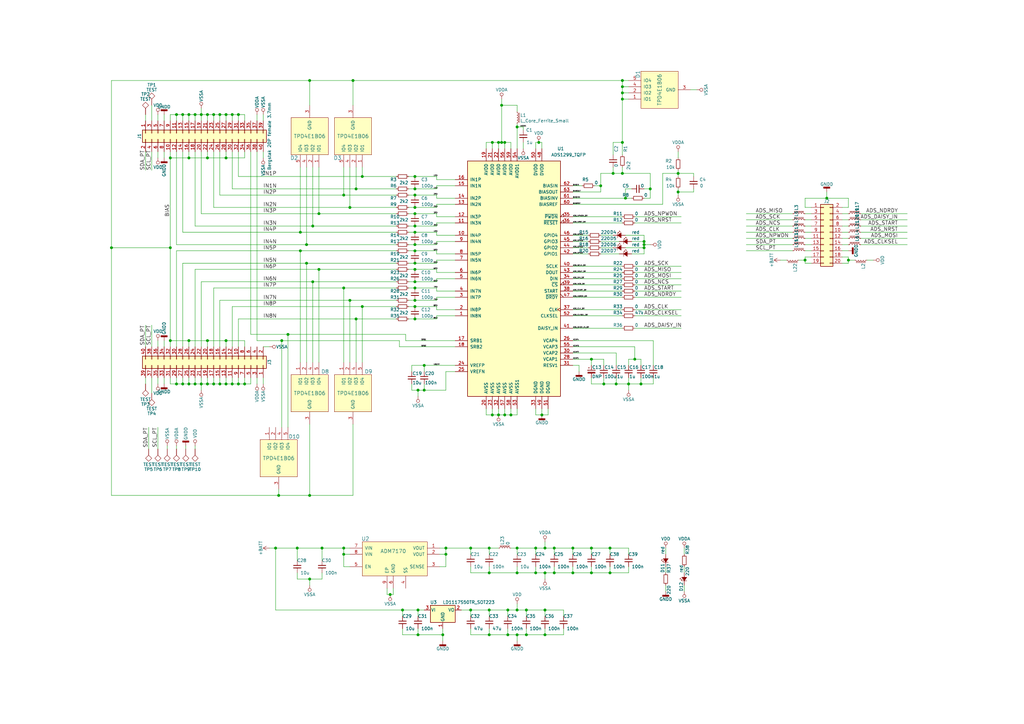
<source format=kicad_sch>
(kicad_sch (version 20210126) (generator eeschema)

  (paper "A3")

  (lib_symbols
    (symbol "frontend_board-rescue:+BATT" (power) (pin_names (offset 0)) (in_bom yes) (on_board yes)
      (property "Reference" "#PWR" (id 0) (at 0 -3.81 0)
        (effects (font (size 1.27 1.27)) hide)
      )
      (property "Value" "+BATT" (id 1) (at 0 3.556 0)
        (effects (font (size 1.27 1.27)))
      )
      (property "Footprint" "" (id 2) (at 0 0 0)
        (effects (font (size 1.27 1.27)) hide)
      )
      (property "Datasheet" "" (id 3) (at 0 0 0)
        (effects (font (size 1.27 1.27)) hide)
      )
      (symbol "+BATT_0_1"
        (polyline
          (pts
            (xy -0.762 1.27)
            (xy 0 2.54)
          )
          (stroke (width 0)) (fill (type none))
        )
        (polyline
          (pts
            (xy 0 0)
            (xy 0 2.54)
          )
          (stroke (width 0)) (fill (type none))
        )
        (polyline
          (pts
            (xy 0 2.54)
            (xy 0.762 1.27)
          )
          (stroke (width 0)) (fill (type none))
        )
      )
      (symbol "+BATT_1_1"
        (pin power_in line (at 0 0 90) (length 0) hide
          (name "+BATT" (effects (font (size 1.27 1.27))))
          (number "1" (effects (font (size 1.27 1.27))))
        )
      )
    )
    (symbol "frontend_board-rescue:ADM7170" (pin_names (offset 1.016)) (in_bom yes) (on_board yes)
      (property "Reference" "U" (id 0) (at -11.43 8.89 0)
        (effects (font (size 1.524 1.524)))
      )
      (property "Value" "ADM7170" (id 1) (at 0 3.81 0)
        (effects (font (size 1.524 1.524)))
      )
      (property "Footprint" "" (id 2) (at -3.81 8.89 0)
        (effects (font (size 1.524 1.524)) hide)
      )
      (property "Datasheet" "" (id 3) (at -3.81 8.89 0)
        (effects (font (size 1.524 1.524)) hide)
      )
      (symbol "ADM7170_0_1"
        (rectangle (start -12.7 7.62) (end 13.97 -6.35)
          (stroke (width 0)) (fill (type background))
        )
      )
      (symbol "ADM7170_1_1"
        (pin output line (at 19.05 5.08 180) (length 5.08)
          (name "VOUT" (effects (font (size 1.27 1.27))))
          (number "1" (effects (font (size 1.27 1.27))))
        )
        (pin output line (at 19.05 2.54 180) (length 5.08)
          (name "VOUT" (effects (font (size 1.27 1.27))))
          (number "2" (effects (font (size 1.27 1.27))))
        )
        (pin output line (at 19.05 -2.54 180) (length 5.08)
          (name "SENSE" (effects (font (size 1.27 1.27))))
          (number "3" (effects (font (size 1.27 1.27))))
        )
        (pin output line (at 5.08 -11.43 90) (length 5.08)
          (name "SS" (effects (font (size 1.27 1.27))))
          (number "4" (effects (font (size 1.27 1.27))))
        )
        (pin output line (at -17.78 -2.54 0) (length 5.08)
          (name "EN" (effects (font (size 1.27 1.27))))
          (number "5" (effects (font (size 1.27 1.27))))
        )
        (pin output line (at 0 -11.43 90) (length 5.08)
          (name "GND" (effects (font (size 1.27 1.27))))
          (number "6" (effects (font (size 1.27 1.27))))
        )
        (pin output line (at -17.78 5.08 0) (length 5.08)
          (name "VIN" (effects (font (size 1.27 1.27))))
          (number "7" (effects (font (size 1.27 1.27))))
        )
        (pin output line (at -17.78 2.54 0) (length 5.08)
          (name "VIN" (effects (font (size 1.27 1.27))))
          (number "8" (effects (font (size 1.27 1.27))))
        )
        (pin output line (at -2.54 -11.43 90) (length 5.08)
          (name "EP" (effects (font (size 1.27 1.27))))
          (number "9" (effects (font (size 1.27 1.27))))
        )
      )
    )
    (symbol "frontend_board-rescue:ADS1299_TQFP" (pin_names (offset 1.016)) (in_bom yes) (on_board yes)
      (property "Reference" "U" (id 0) (at 16.51 53.34 0)
        (effects (font (size 1.27 1.27)) (justify left))
      )
      (property "Value" "ADS1299_TQFP" (id 1) (at 13.97 50.8 0)
        (effects (font (size 1.27 1.27)) (justify left))
      )
      (property "Footprint" "Housings_QFP:TQFP-64_10x10mm_Pitch0.5mm" (id 2) (at 39.37 -52.07 0)
        (effects (font (size 1.27 1.27) italic) hide)
      )
      (property "Datasheet" "" (id 3) (at -11.43 26.67 0)
        (effects (font (size 1.27 1.27)) hide)
      )
      (property "ki_fp_filters" "TQFP*10x10mm*Pitch0.5mm*" (id 4) (at 0 0 0)
        (effects (font (size 1.27 1.27)) hide)
      )
      (symbol "ADS1299_TQFP_0_1"
        (rectangle (start -20.32 48.26) (end 17.78 -48.26)
          (stroke (width 0.254)) (fill (type background))
        )
      )
      (symbol "ADS1299_TQFP_1_1"
        (pin input line (at -25.4 -15.24 0) (length 5.08)
          (name "IN8N" (effects (font (size 1.27 1.27))))
          (number "1" (effects (font (size 1.27 1.27))))
        )
        (pin input line (at -25.4 17.78 0) (length 5.08)
          (name "IN4P" (effects (font (size 1.27 1.27))))
          (number "10" (effects (font (size 1.27 1.27))))
        )
        (pin input line (at -25.4 22.86 0) (length 5.08)
          (name "IN3N" (effects (font (size 1.27 1.27))))
          (number "11" (effects (font (size 1.27 1.27))))
        )
        (pin input line (at -25.4 25.4 0) (length 5.08)
          (name "IN3P" (effects (font (size 1.27 1.27))))
          (number "12" (effects (font (size 1.27 1.27))))
        )
        (pin input line (at -25.4 30.48 0) (length 5.08)
          (name "IN2N" (effects (font (size 1.27 1.27))))
          (number "13" (effects (font (size 1.27 1.27))))
        )
        (pin input line (at -25.4 33.02 0) (length 5.08)
          (name "IN2P" (effects (font (size 1.27 1.27))))
          (number "14" (effects (font (size 1.27 1.27))))
        )
        (pin input line (at -25.4 38.1 0) (length 5.08)
          (name "IN1N" (effects (font (size 1.27 1.27))))
          (number "15" (effects (font (size 1.27 1.27))))
        )
        (pin input line (at -25.4 40.64 0) (length 5.08)
          (name "IN1P" (effects (font (size 1.27 1.27))))
          (number "16" (effects (font (size 1.27 1.27))))
        )
        (pin bidirectional line (at -25.4 -25.4 0) (length 5.08)
          (name "SRB1" (effects (font (size 1.27 1.27))))
          (number "17" (effects (font (size 1.27 1.27))))
        )
        (pin bidirectional line (at -25.4 -27.94 0) (length 5.08)
          (name "SRB2" (effects (font (size 1.27 1.27))))
          (number "18" (effects (font (size 1.27 1.27))))
        )
        (pin power_in line (at -12.7 53.34 270) (length 5.08)
          (name "AVDD" (effects (font (size 1.27 1.27))))
          (number "19" (effects (font (size 1.27 1.27))))
        )
        (pin input line (at -25.4 -12.7 0) (length 5.08)
          (name "IN8P" (effects (font (size 1.27 1.27))))
          (number "2" (effects (font (size 1.27 1.27))))
        )
        (pin power_in line (at -12.7 -53.34 90) (length 5.08)
          (name "AVSS" (effects (font (size 1.27 1.27))))
          (number "20" (effects (font (size 1.27 1.27))))
        )
        (pin power_in line (at -10.16 53.34 270) (length 5.08)
          (name "AVDD" (effects (font (size 1.27 1.27))))
          (number "21" (effects (font (size 1.27 1.27))))
        )
        (pin power_in line (at -7.62 53.34 270) (length 5.08)
          (name "AVDD" (effects (font (size 1.27 1.27))))
          (number "22" (effects (font (size 1.27 1.27))))
        )
        (pin power_in line (at -10.16 -53.34 90) (length 5.08)
          (name "AVSS" (effects (font (size 1.27 1.27))))
          (number "23" (effects (font (size 1.27 1.27))))
        )
        (pin bidirectional line (at -25.4 -35.56 0) (length 5.08)
          (name "VREFP" (effects (font (size 1.27 1.27))))
          (number "24" (effects (font (size 1.27 1.27))))
        )
        (pin input line (at -25.4 -38.1 0) (length 5.08)
          (name "VREFN" (effects (font (size 1.27 1.27))))
          (number "25" (effects (font (size 1.27 1.27))))
        )
        (pin passive line (at 22.86 -25.4 180) (length 5.08)
          (name "VCAP4" (effects (font (size 1.27 1.27))))
          (number "26" (effects (font (size 1.27 1.27))))
        )
        (pin no_connect line (at 22.86 -38.1 180) (length 5.08) hide
          (name "NC" (effects (font (size 1.27 1.27))))
          (number "27" (effects (font (size 1.27 1.27))))
        )
        (pin output line (at 22.86 -33.02 180) (length 5.08)
          (name "VCAP1" (effects (font (size 1.27 1.27))))
          (number "28" (effects (font (size 1.27 1.27))))
        )
        (pin no_connect line (at 22.86 -40.64 180) (length 5.08) hide
          (name "NC" (effects (font (size 1.27 1.27))))
          (number "29" (effects (font (size 1.27 1.27))))
        )
        (pin input line (at -25.4 -7.62 0) (length 5.08)
          (name "IN7P" (effects (font (size 1.27 1.27))))
          (number "3" (effects (font (size 1.27 1.27))))
        )
        (pin passive line (at 22.86 -30.48 180) (length 5.08)
          (name "VCAP2" (effects (font (size 1.27 1.27))))
          (number "30" (effects (font (size 1.27 1.27))))
        )
        (pin input line (at 22.86 -35.56 180) (length 5.08)
          (name "RESV1" (effects (font (size 1.27 1.27))))
          (number "31" (effects (font (size 1.27 1.27))))
        )
        (pin power_in line (at -7.62 -53.34 90) (length 5.08)
          (name "AVSS" (effects (font (size 1.27 1.27))))
          (number "32" (effects (font (size 1.27 1.27))))
        )
        (pin power_in line (at 7.62 -53.34 90) (length 5.08)
          (name "DGND" (effects (font (size 1.27 1.27))))
          (number "33" (effects (font (size 1.27 1.27))))
        )
        (pin input line (at 22.86 0 180) (length 5.08)
          (name "DIN" (effects (font (size 1.27 1.27))))
          (number "34" (effects (font (size 1.27 1.27))))
        )
        (pin input input_low (at 22.86 25.4 180) (length 5.08)
          (name "~PWDN" (effects (font (size 1.27 1.27))))
          (number "35" (effects (font (size 1.27 1.27))))
        )
        (pin input input_low (at 22.86 22.86 180) (length 5.08)
          (name "~RESET" (effects (font (size 1.27 1.27))))
          (number "36" (effects (font (size 1.27 1.27))))
        )
        (pin bidirectional clock (at 22.86 -12.7 180) (length 5.08)
          (name "CLK" (effects (font (size 1.27 1.27))))
          (number "37" (effects (font (size 1.27 1.27))))
        )
        (pin input line (at 22.86 -5.08 180) (length 5.08)
          (name "START" (effects (font (size 1.27 1.27))))
          (number "38" (effects (font (size 1.27 1.27))))
        )
        (pin input input_low (at 22.86 -2.54 180) (length 5.08)
          (name "~CS" (effects (font (size 1.27 1.27))))
          (number "39" (effects (font (size 1.27 1.27))))
        )
        (pin input line (at -25.4 -5.08 0) (length 5.08)
          (name "IN7N" (effects (font (size 1.27 1.27))))
          (number "4" (effects (font (size 1.27 1.27))))
        )
        (pin input line (at 22.86 5.08 180) (length 5.08)
          (name "SCLK" (effects (font (size 1.27 1.27))))
          (number "40" (effects (font (size 1.27 1.27))))
        )
        (pin input line (at 22.86 -20.32 180) (length 5.08)
          (name "DAISY_IN" (effects (font (size 1.27 1.27))))
          (number "41" (effects (font (size 1.27 1.27))))
        )
        (pin bidirectional line (at 22.86 10.16 180) (length 5.08)
          (name "GPIO1" (effects (font (size 1.27 1.27))))
          (number "42" (effects (font (size 1.27 1.27))))
        )
        (pin output line (at 22.86 2.54 180) (length 5.08)
          (name "DOUT" (effects (font (size 1.27 1.27))))
          (number "43" (effects (font (size 1.27 1.27))))
        )
        (pin bidirectional line (at 22.86 12.7 180) (length 5.08)
          (name "GPIO2" (effects (font (size 1.27 1.27))))
          (number "44" (effects (font (size 1.27 1.27))))
        )
        (pin bidirectional line (at 22.86 15.24 180) (length 5.08)
          (name "GPIO3" (effects (font (size 1.27 1.27))))
          (number "45" (effects (font (size 1.27 1.27))))
        )
        (pin bidirectional line (at 22.86 17.78 180) (length 5.08)
          (name "GPIO4" (effects (font (size 1.27 1.27))))
          (number "46" (effects (font (size 1.27 1.27))))
        )
        (pin output output_low (at 22.86 -7.62 180) (length 5.08)
          (name "~DRDY" (effects (font (size 1.27 1.27))))
          (number "47" (effects (font (size 1.27 1.27))))
        )
        (pin power_in line (at 10.16 53.34 270) (length 5.08)
          (name "DVDD" (effects (font (size 1.27 1.27))))
          (number "48" (effects (font (size 1.27 1.27))))
        )
        (pin power_in line (at 10.16 -53.34 90) (length 5.08)
          (name "DGND" (effects (font (size 1.27 1.27))))
          (number "49" (effects (font (size 1.27 1.27))))
        )
        (pin input line (at -25.4 0 0) (length 5.08)
          (name "IN6N" (effects (font (size 1.27 1.27))))
          (number "5" (effects (font (size 1.27 1.27))))
        )
        (pin power_in line (at 7.62 53.34 270) (length 5.08)
          (name "DVDD" (effects (font (size 1.27 1.27))))
          (number "50" (effects (font (size 1.27 1.27))))
        )
        (pin power_in line (at 12.7 -53.34 90) (length 5.08)
          (name "DGND" (effects (font (size 1.27 1.27))))
          (number "51" (effects (font (size 1.27 1.27))))
        )
        (pin input line (at 22.86 -15.24 180) (length 5.08)
          (name "CLKSEL" (effects (font (size 1.27 1.27))))
          (number "52" (effects (font (size 1.27 1.27))))
        )
        (pin power_in line (at 0 -53.34 90) (length 5.08)
          (name "AVSS1" (effects (font (size 1.27 1.27))))
          (number "53" (effects (font (size 1.27 1.27))))
        )
        (pin power_in line (at 0 53.34 270) (length 5.08)
          (name "AVDD1" (effects (font (size 1.27 1.27))))
          (number "54" (effects (font (size 1.27 1.27))))
        )
        (pin passive line (at 22.86 -27.94 180) (length 5.08)
          (name "VCAP3" (effects (font (size 1.27 1.27))))
          (number "55" (effects (font (size 1.27 1.27))))
        )
        (pin power_in line (at -5.08 53.34 270) (length 5.08)
          (name "AVDD" (effects (font (size 1.27 1.27))))
          (number "56" (effects (font (size 1.27 1.27))))
        )
        (pin power_in line (at -5.08 -53.34 90) (length 5.08)
          (name "AVSS" (effects (font (size 1.27 1.27))))
          (number "57" (effects (font (size 1.27 1.27))))
        )
        (pin power_in line (at -2.54 -53.34 90) (length 5.08)
          (name "AVSS" (effects (font (size 1.27 1.27))))
          (number "58" (effects (font (size 1.27 1.27))))
        )
        (pin power_in line (at -2.54 53.34 270) (length 5.08)
          (name "AVDD" (effects (font (size 1.27 1.27))))
          (number "59" (effects (font (size 1.27 1.27))))
        )
        (pin input line (at -25.4 2.54 0) (length 5.08)
          (name "IN6P" (effects (font (size 1.27 1.27))))
          (number "6" (effects (font (size 1.27 1.27))))
        )
        (pin input line (at 22.86 30.48 180) (length 5.08)
          (name "BIASREF" (effects (font (size 1.27 1.27))))
          (number "60" (effects (font (size 1.27 1.27))))
        )
        (pin bidirectional line (at 22.86 33.02 180) (length 5.08)
          (name "BIASINV" (effects (font (size 1.27 1.27))))
          (number "61" (effects (font (size 1.27 1.27))))
        )
        (pin input line (at 22.86 38.1 180) (length 5.08)
          (name "BIASIN" (effects (font (size 1.27 1.27))))
          (number "62" (effects (font (size 1.27 1.27))))
        )
        (pin output line (at 22.86 35.56 180) (length 5.08)
          (name "BIASOUT" (effects (font (size 1.27 1.27))))
          (number "63" (effects (font (size 1.27 1.27))))
        )
        (pin output line (at 22.86 40.64 180) (length 5.08) hide
          (name "RESERVED" (effects (font (size 1.27 1.27))))
          (number "64" (effects (font (size 1.27 1.27))))
        )
        (pin input line (at -25.4 7.62 0) (length 5.08)
          (name "IN5N" (effects (font (size 1.27 1.27))))
          (number "7" (effects (font (size 1.27 1.27))))
        )
        (pin input line (at -25.4 10.16 0) (length 5.08)
          (name "IN5P" (effects (font (size 1.27 1.27))))
          (number "8" (effects (font (size 1.27 1.27))))
        )
        (pin input line (at -25.4 15.24 0) (length 5.08)
          (name "IN4N" (effects (font (size 1.27 1.27))))
          (number "9" (effects (font (size 1.27 1.27))))
        )
      )
    )
    (symbol "frontend_board-rescue:CP_Small" (pin_numbers hide) (pin_names (offset 0.254) hide) (in_bom yes) (on_board yes)
      (property "Reference" "C" (id 0) (at 0.254 1.778 0)
        (effects (font (size 1.27 1.27)) (justify left))
      )
      (property "Value" "CP_Small" (id 1) (at 0.254 -2.032 0)
        (effects (font (size 1.27 1.27)) (justify left))
      )
      (property "Footprint" "" (id 2) (at 0 0 0)
        (effects (font (size 1.27 1.27)) hide)
      )
      (property "Datasheet" "" (id 3) (at 0 0 0)
        (effects (font (size 1.27 1.27)) hide)
      )
      (property "ki_fp_filters" "CP_*" (id 4) (at 0 0 0)
        (effects (font (size 1.27 1.27)) hide)
      )
      (symbol "CP_Small_0_1"
        (rectangle (start -1.524 0.6858) (end 1.524 0.3048)
          (stroke (width 0)) (fill (type none))
        )
        (rectangle (start -1.524 -0.3048) (end 1.524 -0.6858)
          (stroke (width 0)) (fill (type outline))
        )
        (polyline
          (pts
            (xy -1.27 1.524)
            (xy -0.762 1.524)
          )
          (stroke (width 0)) (fill (type none))
        )
        (polyline
          (pts
            (xy -1.016 1.27)
            (xy -1.016 1.778)
          )
          (stroke (width 0)) (fill (type none))
        )
      )
      (symbol "CP_Small_1_1"
        (pin passive line (at 0 2.54 270) (length 1.8542)
          (name "~" (effects (font (size 1.27 1.27))))
          (number "1" (effects (font (size 1.27 1.27))))
        )
        (pin passive line (at 0 -2.54 90) (length 1.8542)
          (name "~" (effects (font (size 1.27 1.27))))
          (number "2" (effects (font (size 1.27 1.27))))
        )
      )
    )
    (symbol "frontend_board-rescue:C_Small" (pin_numbers hide) (pin_names (offset 0.254) hide) (in_bom yes) (on_board yes)
      (property "Reference" "C" (id 0) (at 0.254 1.778 0)
        (effects (font (size 1.27 1.27)) (justify left))
      )
      (property "Value" "C_Small" (id 1) (at 0.254 -2.032 0)
        (effects (font (size 1.27 1.27)) (justify left))
      )
      (property "Footprint" "" (id 2) (at 0 0 0)
        (effects (font (size 1.27 1.27)) hide)
      )
      (property "Datasheet" "" (id 3) (at 0 0 0)
        (effects (font (size 1.27 1.27)) hide)
      )
      (property "ki_fp_filters" "C_*" (id 4) (at 0 0 0)
        (effects (font (size 1.27 1.27)) hide)
      )
      (symbol "C_Small_0_1"
        (polyline
          (pts
            (xy -1.524 -0.508)
            (xy 1.524 -0.508)
          )
          (stroke (width 0.3302)) (fill (type none))
        )
        (polyline
          (pts
            (xy -1.524 0.508)
            (xy 1.524 0.508)
          )
          (stroke (width 0.3048)) (fill (type none))
        )
      )
      (symbol "C_Small_1_1"
        (pin passive line (at 0 2.54 270) (length 2.032)
          (name "~" (effects (font (size 1.27 1.27))))
          (number "1" (effects (font (size 1.27 1.27))))
        )
        (pin passive line (at 0 -2.54 90) (length 2.032)
          (name "~" (effects (font (size 1.27 1.27))))
          (number "2" (effects (font (size 1.27 1.27))))
        )
      )
    )
    (symbol "frontend_board-rescue:Conn_02x10_Odd_Even" (pin_names (offset 1.016) hide) (in_bom yes) (on_board yes)
      (property "Reference" "J" (id 0) (at 1.27 12.7 0)
        (effects (font (size 1.27 1.27)))
      )
      (property "Value" "Conn_02x10_Odd_Even" (id 1) (at 1.27 -15.24 0)
        (effects (font (size 1.27 1.27)))
      )
      (property "Footprint" "" (id 2) (at 0 0 0)
        (effects (font (size 1.27 1.27)) hide)
      )
      (property "Datasheet" "" (id 3) (at 0 0 0)
        (effects (font (size 1.27 1.27)) hide)
      )
      (property "ki_fp_filters" "Connector*:*2x??x*mm* Connector*:*2x???Pitch* Pin_Header_Straight_2X* Pin_Header_Angled_2X* Socket_Strip_Straight_2X* Socket_Strip_Angled_2X*" (id 4) (at 0 0 0)
        (effects (font (size 1.27 1.27)) hide)
      )
      (symbol "Conn_02x10_Odd_Even_1_1"
        (rectangle (start -1.27 -12.573) (end 0 -12.827)
          (stroke (width 0.1524)) (fill (type none))
        )
        (rectangle (start -1.27 -10.033) (end 0 -10.287)
          (stroke (width 0.1524)) (fill (type none))
        )
        (rectangle (start -1.27 -7.493) (end 0 -7.747)
          (stroke (width 0.1524)) (fill (type none))
        )
        (rectangle (start -1.27 -4.953) (end 0 -5.207)
          (stroke (width 0.1524)) (fill (type none))
        )
        (rectangle (start -1.27 -2.413) (end 0 -2.667)
          (stroke (width 0.1524)) (fill (type none))
        )
        (rectangle (start -1.27 0.127) (end 0 -0.127)
          (stroke (width 0.1524)) (fill (type none))
        )
        (rectangle (start -1.27 2.667) (end 0 2.413)
          (stroke (width 0.1524)) (fill (type none))
        )
        (rectangle (start -1.27 5.207) (end 0 4.953)
          (stroke (width 0.1524)) (fill (type none))
        )
        (rectangle (start -1.27 7.747) (end 0 7.493)
          (stroke (width 0.1524)) (fill (type none))
        )
        (rectangle (start -1.27 10.287) (end 0 10.033)
          (stroke (width 0.1524)) (fill (type none))
        )
        (rectangle (start 3.81 -12.573) (end 2.54 -12.827)
          (stroke (width 0.1524)) (fill (type none))
        )
        (rectangle (start 3.81 -10.033) (end 2.54 -10.287)
          (stroke (width 0.1524)) (fill (type none))
        )
        (rectangle (start 3.81 -7.493) (end 2.54 -7.747)
          (stroke (width 0.1524)) (fill (type none))
        )
        (rectangle (start 3.81 -4.953) (end 2.54 -5.207)
          (stroke (width 0.1524)) (fill (type none))
        )
        (rectangle (start 3.81 -2.413) (end 2.54 -2.667)
          (stroke (width 0.1524)) (fill (type none))
        )
        (rectangle (start 3.81 0.127) (end 2.54 -0.127)
          (stroke (width 0.1524)) (fill (type none))
        )
        (rectangle (start 3.81 2.667) (end 2.54 2.413)
          (stroke (width 0.1524)) (fill (type none))
        )
        (rectangle (start 3.81 5.207) (end 2.54 4.953)
          (stroke (width 0.1524)) (fill (type none))
        )
        (rectangle (start 3.81 7.747) (end 2.54 7.493)
          (stroke (width 0.1524)) (fill (type none))
        )
        (rectangle (start 3.81 10.287) (end 2.54 10.033)
          (stroke (width 0.1524)) (fill (type none))
        )
        (rectangle (start -1.27 11.43) (end 3.81 -13.97)
          (stroke (width 0.254)) (fill (type background))
        )
        (pin passive line (at -5.08 10.16 0) (length 3.81)
          (name "Pin_1" (effects (font (size 1.27 1.27))))
          (number "1" (effects (font (size 1.27 1.27))))
        )
        (pin passive line (at 7.62 0 180) (length 3.81)
          (name "Pin_10" (effects (font (size 1.27 1.27))))
          (number "10" (effects (font (size 1.27 1.27))))
        )
        (pin passive line (at -5.08 -2.54 0) (length 3.81)
          (name "Pin_11" (effects (font (size 1.27 1.27))))
          (number "11" (effects (font (size 1.27 1.27))))
        )
        (pin passive line (at 7.62 -2.54 180) (length 3.81)
          (name "Pin_12" (effects (font (size 1.27 1.27))))
          (number "12" (effects (font (size 1.27 1.27))))
        )
        (pin passive line (at -5.08 -5.08 0) (length 3.81)
          (name "Pin_13" (effects (font (size 1.27 1.27))))
          (number "13" (effects (font (size 1.27 1.27))))
        )
        (pin passive line (at 7.62 -5.08 180) (length 3.81)
          (name "Pin_14" (effects (font (size 1.27 1.27))))
          (number "14" (effects (font (size 1.27 1.27))))
        )
        (pin passive line (at -5.08 -7.62 0) (length 3.81)
          (name "Pin_15" (effects (font (size 1.27 1.27))))
          (number "15" (effects (font (size 1.27 1.27))))
        )
        (pin passive line (at 7.62 -7.62 180) (length 3.81)
          (name "Pin_16" (effects (font (size 1.27 1.27))))
          (number "16" (effects (font (size 1.27 1.27))))
        )
        (pin passive line (at -5.08 -10.16 0) (length 3.81)
          (name "Pin_17" (effects (font (size 1.27 1.27))))
          (number "17" (effects (font (size 1.27 1.27))))
        )
        (pin passive line (at 7.62 -10.16 180) (length 3.81)
          (name "Pin_18" (effects (font (size 1.27 1.27))))
          (number "18" (effects (font (size 1.27 1.27))))
        )
        (pin passive line (at -5.08 -12.7 0) (length 3.81)
          (name "Pin_19" (effects (font (size 1.27 1.27))))
          (number "19" (effects (font (size 1.27 1.27))))
        )
        (pin passive line (at 7.62 10.16 180) (length 3.81)
          (name "Pin_2" (effects (font (size 1.27 1.27))))
          (number "2" (effects (font (size 1.27 1.27))))
        )
        (pin passive line (at 7.62 -12.7 180) (length 3.81)
          (name "Pin_20" (effects (font (size 1.27 1.27))))
          (number "20" (effects (font (size 1.27 1.27))))
        )
        (pin passive line (at -5.08 7.62 0) (length 3.81)
          (name "Pin_3" (effects (font (size 1.27 1.27))))
          (number "3" (effects (font (size 1.27 1.27))))
        )
        (pin passive line (at 7.62 7.62 180) (length 3.81)
          (name "Pin_4" (effects (font (size 1.27 1.27))))
          (number "4" (effects (font (size 1.27 1.27))))
        )
        (pin passive line (at -5.08 5.08 0) (length 3.81)
          (name "Pin_5" (effects (font (size 1.27 1.27))))
          (number "5" (effects (font (size 1.27 1.27))))
        )
        (pin passive line (at 7.62 5.08 180) (length 3.81)
          (name "Pin_6" (effects (font (size 1.27 1.27))))
          (number "6" (effects (font (size 1.27 1.27))))
        )
        (pin passive line (at -5.08 2.54 0) (length 3.81)
          (name "Pin_7" (effects (font (size 1.27 1.27))))
          (number "7" (effects (font (size 1.27 1.27))))
        )
        (pin passive line (at 7.62 2.54 180) (length 3.81)
          (name "Pin_8" (effects (font (size 1.27 1.27))))
          (number "8" (effects (font (size 1.27 1.27))))
        )
        (pin passive line (at -5.08 0 0) (length 3.81)
          (name "Pin_9" (effects (font (size 1.27 1.27))))
          (number "9" (effects (font (size 1.27 1.27))))
        )
      )
    )
    (symbol "frontend_board-rescue:Conn_02x20_Odd_Even" (pin_names (offset 1.016) hide) (in_bom yes) (on_board yes)
      (property "Reference" "J" (id 0) (at 1.27 25.4 0)
        (effects (font (size 1.27 1.27)))
      )
      (property "Value" "Conn_02x20_Odd_Even" (id 1) (at 1.27 -27.94 0)
        (effects (font (size 1.27 1.27)))
      )
      (property "Footprint" "" (id 2) (at 0 0 0)
        (effects (font (size 1.27 1.27)) hide)
      )
      (property "Datasheet" "" (id 3) (at 0 0 0)
        (effects (font (size 1.27 1.27)) hide)
      )
      (property "ki_fp_filters" "Connector*:*2x??x*mm* Connector*:*2x???Pitch* Pin_Header_Straight_2X* Pin_Header_Angled_2X* Socket_Strip_Straight_2X* Socket_Strip_Angled_2X*" (id 4) (at 0 0 0)
        (effects (font (size 1.27 1.27)) hide)
      )
      (symbol "Conn_02x20_Odd_Even_1_1"
        (rectangle (start -1.27 -25.273) (end 0 -25.527)
          (stroke (width 0.1524)) (fill (type none))
        )
        (rectangle (start -1.27 -22.733) (end 0 -22.987)
          (stroke (width 0.1524)) (fill (type none))
        )
        (rectangle (start -1.27 -20.193) (end 0 -20.447)
          (stroke (width 0.1524)) (fill (type none))
        )
        (rectangle (start -1.27 -17.653) (end 0 -17.907)
          (stroke (width 0.1524)) (fill (type none))
        )
        (rectangle (start -1.27 -15.113) (end 0 -15.367)
          (stroke (width 0.1524)) (fill (type none))
        )
        (rectangle (start -1.27 -12.573) (end 0 -12.827)
          (stroke (width 0.1524)) (fill (type none))
        )
        (rectangle (start -1.27 -10.033) (end 0 -10.287)
          (stroke (width 0.1524)) (fill (type none))
        )
        (rectangle (start -1.27 -7.493) (end 0 -7.747)
          (stroke (width 0.1524)) (fill (type none))
        )
        (rectangle (start -1.27 -4.953) (end 0 -5.207)
          (stroke (width 0.1524)) (fill (type none))
        )
        (rectangle (start -1.27 -2.413) (end 0 -2.667)
          (stroke (width 0.1524)) (fill (type none))
        )
        (rectangle (start -1.27 0.127) (end 0 -0.127)
          (stroke (width 0.1524)) (fill (type none))
        )
        (rectangle (start -1.27 2.667) (end 0 2.413)
          (stroke (width 0.1524)) (fill (type none))
        )
        (rectangle (start -1.27 5.207) (end 0 4.953)
          (stroke (width 0.1524)) (fill (type none))
        )
        (rectangle (start -1.27 7.747) (end 0 7.493)
          (stroke (width 0.1524)) (fill (type none))
        )
        (rectangle (start -1.27 10.287) (end 0 10.033)
          (stroke (width 0.1524)) (fill (type none))
        )
        (rectangle (start -1.27 12.827) (end 0 12.573)
          (stroke (width 0.1524)) (fill (type none))
        )
        (rectangle (start -1.27 15.367) (end 0 15.113)
          (stroke (width 0.1524)) (fill (type none))
        )
        (rectangle (start -1.27 17.907) (end 0 17.653)
          (stroke (width 0.1524)) (fill (type none))
        )
        (rectangle (start -1.27 20.447) (end 0 20.193)
          (stroke (width 0.1524)) (fill (type none))
        )
        (rectangle (start -1.27 22.987) (end 0 22.733)
          (stroke (width 0.1524)) (fill (type none))
        )
        (rectangle (start 3.81 -25.273) (end 2.54 -25.527)
          (stroke (width 0.1524)) (fill (type none))
        )
        (rectangle (start 3.81 -22.733) (end 2.54 -22.987)
          (stroke (width 0.1524)) (fill (type none))
        )
        (rectangle (start 3.81 -20.193) (end 2.54 -20.447)
          (stroke (width 0.1524)) (fill (type none))
        )
        (rectangle (start 3.81 -17.653) (end 2.54 -17.907)
          (stroke (width 0.1524)) (fill (type none))
        )
        (rectangle (start 3.81 -15.113) (end 2.54 -15.367)
          (stroke (width 0.1524)) (fill (type none))
        )
        (rectangle (start 3.81 -12.573) (end 2.54 -12.827)
          (stroke (width 0.1524)) (fill (type none))
        )
        (rectangle (start 3.81 -10.033) (end 2.54 -10.287)
          (stroke (width 0.1524)) (fill (type none))
        )
        (rectangle (start 3.81 -7.493) (end 2.54 -7.747)
          (stroke (width 0.1524)) (fill (type none))
        )
        (rectangle (start 3.81 -4.953) (end 2.54 -5.207)
          (stroke (width 0.1524)) (fill (type none))
        )
        (rectangle (start 3.81 -2.413) (end 2.54 -2.667)
          (stroke (width 0.1524)) (fill (type none))
        )
        (rectangle (start 3.81 0.127) (end 2.54 -0.127)
          (stroke (width 0.1524)) (fill (type none))
        )
        (rectangle (start 3.81 2.667) (end 2.54 2.413)
          (stroke (width 0.1524)) (fill (type none))
        )
        (rectangle (start 3.81 5.207) (end 2.54 4.953)
          (stroke (width 0.1524)) (fill (type none))
        )
        (rectangle (start 3.81 7.747) (end 2.54 7.493)
          (stroke (width 0.1524)) (fill (type none))
        )
        (rectangle (start 3.81 10.287) (end 2.54 10.033)
          (stroke (width 0.1524)) (fill (type none))
        )
        (rectangle (start 3.81 12.827) (end 2.54 12.573)
          (stroke (width 0.1524)) (fill (type none))
        )
        (rectangle (start 3.81 15.367) (end 2.54 15.113)
          (stroke (width 0.1524)) (fill (type none))
        )
        (rectangle (start 3.81 17.907) (end 2.54 17.653)
          (stroke (width 0.1524)) (fill (type none))
        )
        (rectangle (start 3.81 20.447) (end 2.54 20.193)
          (stroke (width 0.1524)) (fill (type none))
        )
        (rectangle (start 3.81 22.987) (end 2.54 22.733)
          (stroke (width 0.1524)) (fill (type none))
        )
        (rectangle (start -1.27 24.13) (end 3.81 -26.67)
          (stroke (width 0.254)) (fill (type background))
        )
        (pin passive line (at -5.08 22.86 0) (length 3.81)
          (name "Pin_1" (effects (font (size 1.27 1.27))))
          (number "1" (effects (font (size 1.27 1.27))))
        )
        (pin passive line (at 7.62 12.7 180) (length 3.81)
          (name "Pin_10" (effects (font (size 1.27 1.27))))
          (number "10" (effects (font (size 1.27 1.27))))
        )
        (pin passive line (at -5.08 10.16 0) (length 3.81)
          (name "Pin_11" (effects (font (size 1.27 1.27))))
          (number "11" (effects (font (size 1.27 1.27))))
        )
        (pin passive line (at 7.62 10.16 180) (length 3.81)
          (name "Pin_12" (effects (font (size 1.27 1.27))))
          (number "12" (effects (font (size 1.27 1.27))))
        )
        (pin passive line (at -5.08 7.62 0) (length 3.81)
          (name "Pin_13" (effects (font (size 1.27 1.27))))
          (number "13" (effects (font (size 1.27 1.27))))
        )
        (pin passive line (at 7.62 7.62 180) (length 3.81)
          (name "Pin_14" (effects (font (size 1.27 1.27))))
          (number "14" (effects (font (size 1.27 1.27))))
        )
        (pin passive line (at -5.08 5.08 0) (length 3.81)
          (name "Pin_15" (effects (font (size 1.27 1.27))))
          (number "15" (effects (font (size 1.27 1.27))))
        )
        (pin passive line (at 7.62 5.08 180) (length 3.81)
          (name "Pin_16" (effects (font (size 1.27 1.27))))
          (number "16" (effects (font (size 1.27 1.27))))
        )
        (pin passive line (at -5.08 2.54 0) (length 3.81)
          (name "Pin_17" (effects (font (size 1.27 1.27))))
          (number "17" (effects (font (size 1.27 1.27))))
        )
        (pin passive line (at 7.62 2.54 180) (length 3.81)
          (name "Pin_18" (effects (font (size 1.27 1.27))))
          (number "18" (effects (font (size 1.27 1.27))))
        )
        (pin passive line (at -5.08 0 0) (length 3.81)
          (name "Pin_19" (effects (font (size 1.27 1.27))))
          (number "19" (effects (font (size 1.27 1.27))))
        )
        (pin passive line (at 7.62 22.86 180) (length 3.81)
          (name "Pin_2" (effects (font (size 1.27 1.27))))
          (number "2" (effects (font (size 1.27 1.27))))
        )
        (pin passive line (at 7.62 0 180) (length 3.81)
          (name "Pin_20" (effects (font (size 1.27 1.27))))
          (number "20" (effects (font (size 1.27 1.27))))
        )
        (pin passive line (at -5.08 -2.54 0) (length 3.81)
          (name "Pin_21" (effects (font (size 1.27 1.27))))
          (number "21" (effects (font (size 1.27 1.27))))
        )
        (pin passive line (at 7.62 -2.54 180) (length 3.81)
          (name "Pin_22" (effects (font (size 1.27 1.27))))
          (number "22" (effects (font (size 1.27 1.27))))
        )
        (pin passive line (at -5.08 -5.08 0) (length 3.81)
          (name "Pin_23" (effects (font (size 1.27 1.27))))
          (number "23" (effects (font (size 1.27 1.27))))
        )
        (pin passive line (at 7.62 -5.08 180) (length 3.81)
          (name "Pin_24" (effects (font (size 1.27 1.27))))
          (number "24" (effects (font (size 1.27 1.27))))
        )
        (pin passive line (at -5.08 -7.62 0) (length 3.81)
          (name "Pin_25" (effects (font (size 1.27 1.27))))
          (number "25" (effects (font (size 1.27 1.27))))
        )
        (pin passive line (at 7.62 -7.62 180) (length 3.81)
          (name "Pin_26" (effects (font (size 1.27 1.27))))
          (number "26" (effects (font (size 1.27 1.27))))
        )
        (pin passive line (at -5.08 -10.16 0) (length 3.81)
          (name "Pin_27" (effects (font (size 1.27 1.27))))
          (number "27" (effects (font (size 1.27 1.27))))
        )
        (pin passive line (at 7.62 -10.16 180) (length 3.81)
          (name "Pin_28" (effects (font (size 1.27 1.27))))
          (number "28" (effects (font (size 1.27 1.27))))
        )
        (pin passive line (at -5.08 -12.7 0) (length 3.81)
          (name "Pin_29" (effects (font (size 1.27 1.27))))
          (number "29" (effects (font (size 1.27 1.27))))
        )
        (pin passive line (at -5.08 20.32 0) (length 3.81)
          (name "Pin_3" (effects (font (size 1.27 1.27))))
          (number "3" (effects (font (size 1.27 1.27))))
        )
        (pin passive line (at 7.62 -12.7 180) (length 3.81)
          (name "Pin_30" (effects (font (size 1.27 1.27))))
          (number "30" (effects (font (size 1.27 1.27))))
        )
        (pin passive line (at -5.08 -15.24 0) (length 3.81)
          (name "Pin_31" (effects (font (size 1.27 1.27))))
          (number "31" (effects (font (size 1.27 1.27))))
        )
        (pin passive line (at 7.62 -15.24 180) (length 3.81)
          (name "Pin_32" (effects (font (size 1.27 1.27))))
          (number "32" (effects (font (size 1.27 1.27))))
        )
        (pin passive line (at -5.08 -17.78 0) (length 3.81)
          (name "Pin_33" (effects (font (size 1.27 1.27))))
          (number "33" (effects (font (size 1.27 1.27))))
        )
        (pin passive line (at 7.62 -17.78 180) (length 3.81)
          (name "Pin_34" (effects (font (size 1.27 1.27))))
          (number "34" (effects (font (size 1.27 1.27))))
        )
        (pin passive line (at -5.08 -20.32 0) (length 3.81)
          (name "Pin_35" (effects (font (size 1.27 1.27))))
          (number "35" (effects (font (size 1.27 1.27))))
        )
        (pin passive line (at 7.62 -20.32 180) (length 3.81)
          (name "Pin_36" (effects (font (size 1.27 1.27))))
          (number "36" (effects (font (size 1.27 1.27))))
        )
        (pin passive line (at -5.08 -22.86 0) (length 3.81)
          (name "Pin_37" (effects (font (size 1.27 1.27))))
          (number "37" (effects (font (size 1.27 1.27))))
        )
        (pin passive line (at 7.62 -22.86 180) (length 3.81)
          (name "Pin_38" (effects (font (size 1.27 1.27))))
          (number "38" (effects (font (size 1.27 1.27))))
        )
        (pin passive line (at -5.08 -25.4 0) (length 3.81)
          (name "Pin_39" (effects (font (size 1.27 1.27))))
          (number "39" (effects (font (size 1.27 1.27))))
        )
        (pin passive line (at 7.62 20.32 180) (length 3.81)
          (name "Pin_4" (effects (font (size 1.27 1.27))))
          (number "4" (effects (font (size 1.27 1.27))))
        )
        (pin passive line (at 7.62 -25.4 180) (length 3.81)
          (name "Pin_40" (effects (font (size 1.27 1.27))))
          (number "40" (effects (font (size 1.27 1.27))))
        )
        (pin passive line (at -5.08 17.78 0) (length 3.81)
          (name "Pin_5" (effects (font (size 1.27 1.27))))
          (number "5" (effects (font (size 1.27 1.27))))
        )
        (pin passive line (at 7.62 17.78 180) (length 3.81)
          (name "Pin_6" (effects (font (size 1.27 1.27))))
          (number "6" (effects (font (size 1.27 1.27))))
        )
        (pin passive line (at -5.08 15.24 0) (length 3.81)
          (name "Pin_7" (effects (font (size 1.27 1.27))))
          (number "7" (effects (font (size 1.27 1.27))))
        )
        (pin passive line (at 7.62 15.24 180) (length 3.81)
          (name "Pin_8" (effects (font (size 1.27 1.27))))
          (number "8" (effects (font (size 1.27 1.27))))
        )
        (pin passive line (at -5.08 12.7 0) (length 3.81)
          (name "Pin_9" (effects (font (size 1.27 1.27))))
          (number "9" (effects (font (size 1.27 1.27))))
        )
      )
    )
    (symbol "frontend_board-rescue:GNDD" (power) (pin_names (offset 0)) (in_bom yes) (on_board yes)
      (property "Reference" "#PWR" (id 0) (at 0 -6.35 0)
        (effects (font (size 1.27 1.27)) hide)
      )
      (property "Value" "GNDD" (id 1) (at 0 -3.175 0)
        (effects (font (size 1.27 1.27)))
      )
      (property "Footprint" "" (id 2) (at 0 0 0)
        (effects (font (size 1.27 1.27)) hide)
      )
      (property "Datasheet" "" (id 3) (at 0 0 0)
        (effects (font (size 1.27 1.27)) hide)
      )
      (symbol "GNDD_0_1"
        (rectangle (start -1.27 -1.524) (end 1.27 -2.032)
          (stroke (width 0.254)) (fill (type outline))
        )
        (polyline
          (pts
            (xy 0 0)
            (xy 0 -1.524)
          )
          (stroke (width 0)) (fill (type none))
        )
      )
      (symbol "GNDD_1_1"
        (pin power_in line (at 0 0 270) (length 0) hide
          (name "GNDD" (effects (font (size 1.27 1.27))))
          (number "1" (effects (font (size 1.27 1.27))))
        )
      )
    )
    (symbol "frontend_board-rescue:LD1117S50TR_SOT223" (pin_names (offset 0.254)) (in_bom yes) (on_board yes)
      (property "Reference" "U" (id 0) (at -3.81 3.175 0)
        (effects (font (size 1.27 1.27)))
      )
      (property "Value" "LD1117S50TR_SOT223" (id 1) (at 0 3.175 0)
        (effects (font (size 1.27 1.27)) (justify left))
      )
      (property "Footprint" "TO_SOT_Packages_SMD:SOT-223-3Lead_TabPin2" (id 2) (at 0 5.08 0)
        (effects (font (size 1.27 1.27)) hide)
      )
      (property "Datasheet" "" (id 3) (at 2.54 -6.35 0)
        (effects (font (size 1.27 1.27)) hide)
      )
      (property "ki_fp_filters" "SOT?223*TabPin2*" (id 4) (at 0 0 0)
        (effects (font (size 1.27 1.27)) hide)
      )
      (symbol "LD1117S50TR_SOT223_0_1"
        (rectangle (start -5.08 -5.08) (end 5.08 1.905)
          (stroke (width 0.254)) (fill (type background))
        )
      )
      (symbol "LD1117S50TR_SOT223_1_1"
        (pin power_in line (at 0 -7.62 90) (length 2.54)
          (name "GND" (effects (font (size 1.27 1.27))))
          (number "1" (effects (font (size 1.27 1.27))))
        )
        (pin passive line (at 7.62 0 180) (length 2.54)
          (name "VO" (effects (font (size 1.27 1.27))))
          (number "2" (effects (font (size 1.27 1.27))))
        )
        (pin power_in line (at -7.62 0 0) (length 2.54)
          (name "VI" (effects (font (size 1.27 1.27))))
          (number "3" (effects (font (size 1.27 1.27))))
        )
      )
    )
    (symbol "frontend_board-rescue:LED_Small_ALT" (pin_numbers hide) (pin_names (offset 0.254) hide) (in_bom yes) (on_board yes)
      (property "Reference" "D" (id 0) (at -1.27 3.175 0)
        (effects (font (size 1.27 1.27)) (justify left))
      )
      (property "Value" "LED_Small_ALT" (id 1) (at -4.445 -2.54 0)
        (effects (font (size 1.27 1.27)) (justify left))
      )
      (property "Footprint" "" (id 2) (at 0 0 90)
        (effects (font (size 1.27 1.27)) hide)
      )
      (property "Datasheet" "" (id 3) (at 0 0 90)
        (effects (font (size 1.27 1.27)) hide)
      )
      (property "ki_fp_filters" "LED-* LED_*" (id 4) (at 0 0 0)
        (effects (font (size 1.27 1.27)) hide)
      )
      (symbol "LED_Small_ALT_0_1"
        (polyline
          (pts
            (xy -0.762 -1.016)
            (xy -0.762 1.016)
          )
          (stroke (width 0)) (fill (type none))
        )
        (polyline
          (pts
            (xy 1.016 0)
            (xy -0.762 0)
          )
          (stroke (width 0)) (fill (type none))
        )
        (polyline
          (pts
            (xy 0 0.762)
            (xy -0.508 1.27)
            (xy -0.254 1.27)
            (xy -0.508 1.27)
            (xy -0.508 1.016)
          )
          (stroke (width 0)) (fill (type none))
        )
        (polyline
          (pts
            (xy 0.508 1.27)
            (xy 0 1.778)
            (xy 0.254 1.778)
            (xy 0 1.778)
            (xy 0 1.524)
          )
          (stroke (width 0)) (fill (type none))
        )
        (polyline
          (pts
            (xy 0.762 -1.016)
            (xy -0.762 0)
            (xy 0.762 1.016)
            (xy 0.762 -1.016)
          )
          (stroke (width 0)) (fill (type outline))
        )
      )
      (symbol "LED_Small_ALT_1_1"
        (pin passive line (at -2.54 0 0) (length 1.778)
          (name "K" (effects (font (size 1.27 1.27))))
          (number "1" (effects (font (size 1.27 1.27))))
        )
        (pin passive line (at 2.54 0 180) (length 1.778)
          (name "A" (effects (font (size 1.27 1.27))))
          (number "2" (effects (font (size 1.27 1.27))))
        )
      )
    )
    (symbol "frontend_board-rescue:L_Core_Ferrite_Small" (pin_numbers hide) (pin_names (offset 0.254) hide) (in_bom yes) (on_board yes)
      (property "Reference" "L" (id 0) (at 1.27 1.016 0)
        (effects (font (size 1.27 1.27)) (justify left))
      )
      (property "Value" "L_Core_Ferrite_Small" (id 1) (at 1.27 -1.27 0)
        (effects (font (size 1.27 1.27)) (justify left))
      )
      (property "Footprint" "" (id 2) (at 0 0 0)
        (effects (font (size 1.27 1.27)) hide)
      )
      (property "Datasheet" "" (id 3) (at 0 0 0)
        (effects (font (size 1.27 1.27)) hide)
      )
      (property "ki_fp_filters" "Choke_* *Coil* Inductor_* L_*" (id 4) (at 0 0 0)
        (effects (font (size 1.27 1.27)) hide)
      )
      (symbol "L_Core_Ferrite_Small_0_1"
        (arc (start 0 -2.032) (end 0 -1.016) (radius (at 0 -1.524) (length 0.508) (angles -89.9 89.9))
          (stroke (width 0)) (fill (type none))
        )
        (arc (start 0 -1.016) (end 0 0) (radius (at 0 -0.508) (length 0.508) (angles -89.9 89.9))
          (stroke (width 0)) (fill (type none))
        )
        (arc (start 0 0) (end 0 1.016) (radius (at 0 0.508) (length 0.508) (angles -89.9 89.9))
          (stroke (width 0)) (fill (type none))
        )
        (arc (start 0 1.016) (end 0 2.032) (radius (at 0 1.524) (length 0.508) (angles -89.9 89.9))
          (stroke (width 0)) (fill (type none))
        )
        (polyline
          (pts
            (xy 0.762 -1.905)
            (xy 0.762 -1.651)
          )
          (stroke (width 0)) (fill (type none))
        )
        (polyline
          (pts
            (xy 0.762 -1.397)
            (xy 0.762 -1.143)
          )
          (stroke (width 0)) (fill (type none))
        )
        (polyline
          (pts
            (xy 0.762 -0.889)
            (xy 0.762 -0.635)
          )
          (stroke (width 0)) (fill (type none))
        )
        (polyline
          (pts
            (xy 0.762 -0.381)
            (xy 0.762 -0.127)
          )
          (stroke (width 0)) (fill (type none))
        )
        (polyline
          (pts
            (xy 0.762 0.127)
            (xy 0.762 0.381)
          )
          (stroke (width 0)) (fill (type none))
        )
        (polyline
          (pts
            (xy 0.762 0.635)
            (xy 0.762 0.889)
          )
          (stroke (width 0)) (fill (type none))
        )
        (polyline
          (pts
            (xy 0.762 1.143)
            (xy 0.762 1.397)
          )
          (stroke (width 0)) (fill (type none))
        )
        (polyline
          (pts
            (xy 0.762 1.651)
            (xy 0.762 1.905)
          )
          (stroke (width 0)) (fill (type none))
        )
        (polyline
          (pts
            (xy 1.016 -1.651)
            (xy 1.016 -1.905)
          )
          (stroke (width 0)) (fill (type none))
        )
        (polyline
          (pts
            (xy 1.016 -1.143)
            (xy 1.016 -1.397)
          )
          (stroke (width 0)) (fill (type none))
        )
        (polyline
          (pts
            (xy 1.016 -0.635)
            (xy 1.016 -0.889)
          )
          (stroke (width 0)) (fill (type none))
        )
        (polyline
          (pts
            (xy 1.016 -0.127)
            (xy 1.016 -0.381)
          )
          (stroke (width 0)) (fill (type none))
        )
        (polyline
          (pts
            (xy 1.016 0.381)
            (xy 1.016 0.127)
          )
          (stroke (width 0)) (fill (type none))
        )
        (polyline
          (pts
            (xy 1.016 0.889)
            (xy 1.016 0.635)
          )
          (stroke (width 0)) (fill (type none))
        )
        (polyline
          (pts
            (xy 1.016 1.397)
            (xy 1.016 1.143)
          )
          (stroke (width 0)) (fill (type none))
        )
        (polyline
          (pts
            (xy 1.016 1.905)
            (xy 1.016 1.651)
          )
          (stroke (width 0)) (fill (type none))
        )
      )
      (symbol "L_Core_Ferrite_Small_1_1"
        (pin passive line (at 0 2.54 270) (length 0.508)
          (name "~" (effects (font (size 1.27 1.27))))
          (number "1" (effects (font (size 1.27 1.27))))
        )
        (pin passive line (at 0 -2.54 90) (length 0.508)
          (name "~" (effects (font (size 1.27 1.27))))
          (number "2" (effects (font (size 1.27 1.27))))
        )
      )
    )
    (symbol "frontend_board-rescue:R_Small" (pin_numbers hide) (pin_names (offset 0.254) hide) (in_bom yes) (on_board yes)
      (property "Reference" "R" (id 0) (at 0.762 0.508 0)
        (effects (font (size 1.27 1.27)) (justify left))
      )
      (property "Value" "R_Small" (id 1) (at 0.762 -1.016 0)
        (effects (font (size 1.27 1.27)) (justify left))
      )
      (property "Footprint" "" (id 2) (at 0 0 0)
        (effects (font (size 1.27 1.27)) hide)
      )
      (property "Datasheet" "" (id 3) (at 0 0 0)
        (effects (font (size 1.27 1.27)) hide)
      )
      (property "ki_fp_filters" "R_*" (id 4) (at 0 0 0)
        (effects (font (size 1.27 1.27)) hide)
      )
      (symbol "R_Small_0_1"
        (rectangle (start -0.762 1.778) (end 0.762 -1.778)
          (stroke (width 0.2032)) (fill (type none))
        )
      )
      (symbol "R_Small_1_1"
        (pin passive line (at 0 2.54 270) (length 0.762)
          (name "~" (effects (font (size 1.27 1.27))))
          (number "1" (effects (font (size 1.27 1.27))))
        )
        (pin passive line (at 0 -2.54 90) (length 0.762)
          (name "~" (effects (font (size 1.27 1.27))))
          (number "2" (effects (font (size 1.27 1.27))))
        )
      )
    )
    (symbol "frontend_board-rescue:TEST" (pin_numbers hide) (pin_names (offset 1.016) hide) (in_bom yes) (on_board yes)
      (property "Reference" "TP" (id 0) (at 0 7.62 0)
        (effects (font (size 1.27 1.27)) (justify bottom))
      )
      (property "Value" "TEST" (id 1) (at 0 6.35 0)
        (effects (font (size 1.27 1.27)))
      )
      (property "Footprint" "" (id 2) (at 0 0 0)
        (effects (font (size 1.27 1.27)) hide)
      )
      (property "Datasheet" "" (id 3) (at 0 0 0)
        (effects (font (size 1.27 1.27)) hide)
      )
      (symbol "TEST_0_1"
        (polyline
          (pts
            (xy 0 5.08)
            (xy -1.27 3.81)
            (xy 0 2.54)
            (xy 1.27 3.81)
            (xy 0 5.08)
            (xy 0 5.08)
          )
          (stroke (width 0)) (fill (type none))
        )
      )
      (symbol "TEST_1_1"
        (pin passive line (at 0 0 90) (length 2.54)
          (name "~" (effects (font (size 1.27 1.27))))
          (number "1" (effects (font (size 1.27 1.27))))
        )
      )
    )
    (symbol "frontend_board-rescue:TPD4E1B06" (pin_names (offset 1.016)) (in_bom yes) (on_board yes)
      (property "Reference" "D" (id 0) (at 6.35 8.89 0)
        (effects (font (size 1.524 1.524)))
      )
      (property "Value" "TPD4E1B06" (id 1) (at 0 0 0)
        (effects (font (size 1.524 1.524)))
      )
      (property "Footprint" "" (id 2) (at 0 0 0)
        (effects (font (size 1.524 1.524)) hide)
      )
      (property "Datasheet" "" (id 3) (at 0 0 0)
        (effects (font (size 1.524 1.524)) hide)
      )
      (symbol "TPD4E1B06_0_1"
        (rectangle (start -7.62 7.62) (end 7.62 -7.62)
          (stroke (width 0)) (fill (type background))
        )
      )
      (symbol "TPD4E1B06_1_1"
        (pin output line (at -3.81 12.7 270) (length 5.08)
          (name "IO1" (effects (font (size 1.27 1.27))))
          (number "1" (effects (font (size 1.27 1.27))))
        )
        (pin output line (at -1.27 12.7 270) (length 5.08)
          (name "IO2" (effects (font (size 1.27 1.27))))
          (number "2" (effects (font (size 1.27 1.27))))
        )
        (pin output line (at 0 -12.7 90) (length 5.08)
          (name "GND" (effects (font (size 1.27 1.27))))
          (number "3" (effects (font (size 1.27 1.27))))
        )
        (pin output line (at 1.27 12.7 270) (length 5.08)
          (name "IO3" (effects (font (size 1.27 1.27))))
          (number "4" (effects (font (size 1.27 1.27))))
        )
        (pin output line (at 3.81 12.7 270) (length 5.08)
          (name "IO4" (effects (font (size 1.27 1.27))))
          (number "5" (effects (font (size 1.27 1.27))))
        )
        (pin output line (at 2.54 -12.7 90) (length 5.08) hide
          (name "NC" (effects (font (size 1.27 1.27))))
          (number "6" (effects (font (size 1.27 1.27))))
        )
      )
    )
    (symbol "frontend_board-rescue:VDD" (power) (pin_names (offset 0)) (in_bom yes) (on_board yes)
      (property "Reference" "#PWR" (id 0) (at 0 -3.81 0)
        (effects (font (size 1.27 1.27)) hide)
      )
      (property "Value" "VDD" (id 1) (at 0 3.81 0)
        (effects (font (size 1.27 1.27)))
      )
      (property "Footprint" "" (id 2) (at 0 0 0)
        (effects (font (size 1.27 1.27)) hide)
      )
      (property "Datasheet" "" (id 3) (at 0 0 0)
        (effects (font (size 1.27 1.27)) hide)
      )
      (symbol "VDD_0_1"
        (circle (center 0 1.905) (radius 0.635) (stroke (width 0)) (fill (type none)))
        (polyline
          (pts
            (xy 0 0)
            (xy 0 1.27)
          )
          (stroke (width 0)) (fill (type none))
        )
      )
      (symbol "VDD_1_1"
        (pin power_in line (at 0 0 90) (length 0) hide
          (name "VDD" (effects (font (size 1.27 1.27))))
          (number "1" (effects (font (size 1.27 1.27))))
        )
      )
    )
    (symbol "frontend_board-rescue:VDDA" (power) (pin_names (offset 0)) (in_bom yes) (on_board yes)
      (property "Reference" "#PWR" (id 0) (at 0 -3.81 0)
        (effects (font (size 1.27 1.27)) hide)
      )
      (property "Value" "VDDA" (id 1) (at 0 3.81 0)
        (effects (font (size 1.27 1.27)))
      )
      (property "Footprint" "" (id 2) (at 0 0 0)
        (effects (font (size 1.27 1.27)) hide)
      )
      (property "Datasheet" "" (id 3) (at 0 0 0)
        (effects (font (size 1.27 1.27)) hide)
      )
      (symbol "VDDA_0_1"
        (circle (center 0 1.905) (radius 0.635) (stroke (width 0)) (fill (type none)))
        (polyline
          (pts
            (xy 0 0)
            (xy 0 1.27)
          )
          (stroke (width 0)) (fill (type none))
        )
      )
      (symbol "VDDA_1_1"
        (pin power_in line (at 0 0 90) (length 0) hide
          (name "VDDA" (effects (font (size 1.27 1.27))))
          (number "1" (effects (font (size 1.27 1.27))))
        )
      )
    )
    (symbol "frontend_board-rescue:VSSA" (power) (pin_names (offset 0)) (in_bom yes) (on_board yes)
      (property "Reference" "#PWR" (id 0) (at 0 -3.81 0)
        (effects (font (size 1.27 1.27)) hide)
      )
      (property "Value" "VSSA" (id 1) (at 0 3.81 0)
        (effects (font (size 1.27 1.27)))
      )
      (property "Footprint" "" (id 2) (at 0 0 0)
        (effects (font (size 1.27 1.27)) hide)
      )
      (property "Datasheet" "" (id 3) (at 0 0 0)
        (effects (font (size 1.27 1.27)) hide)
      )
      (symbol "VSSA_0_1"
        (circle (center 0 1.905) (radius 0.635) (stroke (width 0)) (fill (type none)))
        (polyline
          (pts
            (xy 0 0)
            (xy 0 1.27)
          )
          (stroke (width 0)) (fill (type none))
        )
      )
      (symbol "VSSA_1_1"
        (pin power_in line (at 0 0 90) (length 0) hide
          (name "VSSA" (effects (font (size 1.27 1.27))))
          (number "1" (effects (font (size 1.27 1.27))))
        )
      )
    )
  )

  (junction (at 45.72 101.6) (diameter 1.016) (color 0 0 0 0))
  (junction (at 69.85 64.77) (diameter 1.016) (color 0 0 0 0))
  (junction (at 69.85 101.6) (diameter 1.016) (color 0 0 0 0))
  (junction (at 69.85 139.7) (diameter 1.016) (color 0 0 0 0))
  (junction (at 72.39 46.99) (diameter 1.016) (color 0 0 0 0))
  (junction (at 72.39 157.48) (diameter 1.016) (color 0 0 0 0))
  (junction (at 74.93 46.99) (diameter 1.016) (color 0 0 0 0))
  (junction (at 74.93 157.48) (diameter 1.016) (color 0 0 0 0))
  (junction (at 77.47 46.99) (diameter 1.016) (color 0 0 0 0))
  (junction (at 77.47 64.77) (diameter 1.016) (color 0 0 0 0))
  (junction (at 77.47 139.7) (diameter 1.016) (color 0 0 0 0))
  (junction (at 77.47 157.48) (diameter 1.016) (color 0 0 0 0))
  (junction (at 80.01 46.99) (diameter 1.016) (color 0 0 0 0))
  (junction (at 80.01 157.48) (diameter 1.016) (color 0 0 0 0))
  (junction (at 82.55 46.99) (diameter 1.016) (color 0 0 0 0))
  (junction (at 82.55 157.48) (diameter 1.016) (color 0 0 0 0))
  (junction (at 85.09 46.99) (diameter 1.016) (color 0 0 0 0))
  (junction (at 85.09 64.77) (diameter 1.016) (color 0 0 0 0))
  (junction (at 85.09 139.7) (diameter 1.016) (color 0 0 0 0))
  (junction (at 85.09 157.48) (diameter 1.016) (color 0 0 0 0))
  (junction (at 87.63 46.99) (diameter 1.016) (color 0 0 0 0))
  (junction (at 87.63 157.48) (diameter 1.016) (color 0 0 0 0))
  (junction (at 90.17 46.99) (diameter 1.016) (color 0 0 0 0))
  (junction (at 90.17 157.48) (diameter 1.016) (color 0 0 0 0))
  (junction (at 92.71 46.99) (diameter 1.016) (color 0 0 0 0))
  (junction (at 92.71 64.77) (diameter 1.016) (color 0 0 0 0))
  (junction (at 92.71 139.7) (diameter 1.016) (color 0 0 0 0))
  (junction (at 92.71 157.48) (diameter 1.016) (color 0 0 0 0))
  (junction (at 95.25 46.99) (diameter 1.016) (color 0 0 0 0))
  (junction (at 95.25 157.48) (diameter 1.016) (color 0 0 0 0))
  (junction (at 97.79 46.99) (diameter 1.016) (color 0 0 0 0))
  (junction (at 97.79 157.48) (diameter 1.016) (color 0 0 0 0))
  (junction (at 100.33 157.48) (diameter 1.016) (color 0 0 0 0))
  (junction (at 113.03 224.79) (diameter 1.016) (color 0 0 0 0))
  (junction (at 114.3 203.2) (diameter 1.016) (color 0 0 0 0))
  (junction (at 115.57 139.7) (diameter 1.016) (color 0 0 0 0))
  (junction (at 118.11 137.16) (diameter 1.016) (color 0 0 0 0))
  (junction (at 121.92 224.79) (diameter 1.016) (color 0 0 0 0))
  (junction (at 123.19 95.25) (diameter 1.016) (color 0 0 0 0))
  (junction (at 123.19 102.87) (diameter 1.016) (color 0 0 0 0))
  (junction (at 125.73 100.33) (diameter 1.016) (color 0 0 0 0))
  (junction (at 125.73 107.95) (diameter 1.016) (color 0 0 0 0))
  (junction (at 127 33.02) (diameter 1.016) (color 0 0 0 0))
  (junction (at 127 203.2) (diameter 1.016) (color 0 0 0 0))
  (junction (at 127 237.49) (diameter 1.016) (color 0 0 0 0))
  (junction (at 128.27 92.71) (diameter 1.016) (color 0 0 0 0))
  (junction (at 128.27 115.57) (diameter 1.016) (color 0 0 0 0))
  (junction (at 130.81 87.63) (diameter 1.016) (color 0 0 0 0))
  (junction (at 130.81 110.49) (diameter 1.016) (color 0 0 0 0))
  (junction (at 132.08 224.79) (diameter 1.016) (color 0 0 0 0))
  (junction (at 140.97 80.01) (diameter 1.016) (color 0 0 0 0))
  (junction (at 140.97 118.11) (diameter 1.016) (color 0 0 0 0))
  (junction (at 140.97 224.79) (diameter 1.016) (color 0 0 0 0))
  (junction (at 140.97 227.33) (diameter 1.016) (color 0 0 0 0))
  (junction (at 143.51 85.09) (diameter 1.016) (color 0 0 0 0))
  (junction (at 143.51 123.19) (diameter 1.016) (color 0 0 0 0))
  (junction (at 144.78 33.02) (diameter 1.016) (color 0 0 0 0))
  (junction (at 146.05 77.47) (diameter 1.016) (color 0 0 0 0))
  (junction (at 146.05 130.81) (diameter 1.016) (color 0 0 0 0))
  (junction (at 148.59 72.39) (diameter 1.016) (color 0 0 0 0))
  (junction (at 148.59 125.73) (diameter 1.016) (color 0 0 0 0))
  (junction (at 160.02 243.84) (diameter 1.016) (color 0 0 0 0))
  (junction (at 165.1 250.19) (diameter 1.016) (color 0 0 0 0))
  (junction (at 170.18 72.39) (diameter 1.016) (color 0 0 0 0))
  (junction (at 170.18 77.47) (diameter 1.016) (color 0 0 0 0))
  (junction (at 170.18 80.01) (diameter 1.016) (color 0 0 0 0))
  (junction (at 170.18 85.09) (diameter 1.016) (color 0 0 0 0))
  (junction (at 170.18 87.63) (diameter 1.016) (color 0 0 0 0))
  (junction (at 170.18 92.71) (diameter 1.016) (color 0 0 0 0))
  (junction (at 170.18 95.25) (diameter 1.016) (color 0 0 0 0))
  (junction (at 170.18 100.33) (diameter 1.016) (color 0 0 0 0))
  (junction (at 170.18 102.87) (diameter 1.016) (color 0 0 0 0))
  (junction (at 170.18 107.95) (diameter 1.016) (color 0 0 0 0))
  (junction (at 170.18 110.49) (diameter 1.016) (color 0 0 0 0))
  (junction (at 170.18 115.57) (diameter 1.016) (color 0 0 0 0))
  (junction (at 170.18 118.11) (diameter 1.016) (color 0 0 0 0))
  (junction (at 170.18 123.19) (diameter 1.016) (color 0 0 0 0))
  (junction (at 170.18 125.73) (diameter 1.016) (color 0 0 0 0))
  (junction (at 170.18 130.81) (diameter 1.016) (color 0 0 0 0))
  (junction (at 171.45 160.02) (diameter 1.016) (color 0 0 0 0))
  (junction (at 171.45 250.19) (diameter 1.016) (color 0 0 0 0))
  (junction (at 171.45 260.35) (diameter 1.016) (color 0 0 0 0))
  (junction (at 173.99 149.86) (diameter 1.016) (color 0 0 0 0))
  (junction (at 173.99 160.02) (diameter 1.016) (color 0 0 0 0))
  (junction (at 181.61 260.35) (diameter 1.016) (color 0 0 0 0))
  (junction (at 182.88 224.79) (diameter 1.016) (color 0 0 0 0))
  (junction (at 182.88 227.33) (diameter 1.016) (color 0 0 0 0))
  (junction (at 193.04 224.79) (diameter 1.016) (color 0 0 0 0))
  (junction (at 193.04 250.19) (diameter 1.016) (color 0 0 0 0))
  (junction (at 200.66 224.79) (diameter 1.016) (color 0 0 0 0))
  (junction (at 200.66 234.95) (diameter 1.016) (color 0 0 0 0))
  (junction (at 200.66 250.19) (diameter 1.016) (color 0 0 0 0))
  (junction (at 200.66 260.35) (diameter 1.016) (color 0 0 0 0))
  (junction (at 201.93 58.42) (diameter 1.016) (color 0 0 0 0))
  (junction (at 201.93 170.18) (diameter 1.016) (color 0 0 0 0))
  (junction (at 204.47 58.42) (diameter 1.016) (color 0 0 0 0))
  (junction (at 204.47 170.18) (diameter 1.016) (color 0 0 0 0))
  (junction (at 205.74 43.18) (diameter 1.016) (color 0 0 0 0))
  (junction (at 205.74 58.42) (diameter 1.016) (color 0 0 0 0))
  (junction (at 207.01 58.42) (diameter 1.016) (color 0 0 0 0))
  (junction (at 207.01 170.18) (diameter 1.016) (color 0 0 0 0))
  (junction (at 208.28 250.19) (diameter 1.016) (color 0 0 0 0))
  (junction (at 208.28 260.35) (diameter 1.016) (color 0 0 0 0))
  (junction (at 209.55 170.18) (diameter 1.016) (color 0 0 0 0))
  (junction (at 212.09 52.07) (diameter 1.016) (color 0 0 0 0))
  (junction (at 212.09 224.79) (diameter 1.016) (color 0 0 0 0))
  (junction (at 212.09 234.95) (diameter 1.016) (color 0 0 0 0))
  (junction (at 212.09 250.19) (diameter 1.016) (color 0 0 0 0))
  (junction (at 212.09 260.35) (diameter 1.016) (color 0 0 0 0))
  (junction (at 215.9 250.19) (diameter 1.016) (color 0 0 0 0))
  (junction (at 215.9 260.35) (diameter 1.016) (color 0 0 0 0))
  (junction (at 219.71 224.79) (diameter 1.016) (color 0 0 0 0))
  (junction (at 219.71 234.95) (diameter 1.016) (color 0 0 0 0))
  (junction (at 220.98 58.42) (diameter 1.016) (color 0 0 0 0))
  (junction (at 222.25 170.18) (diameter 1.016) (color 0 0 0 0))
  (junction (at 223.52 224.79) (diameter 1.016) (color 0 0 0 0))
  (junction (at 223.52 234.95) (diameter 1.016) (color 0 0 0 0))
  (junction (at 223.52 250.19) (diameter 1.016) (color 0 0 0 0))
  (junction (at 223.52 260.35) (diameter 1.016) (color 0 0 0 0))
  (junction (at 227.33 224.79) (diameter 1.016) (color 0 0 0 0))
  (junction (at 227.33 234.95) (diameter 1.016) (color 0 0 0 0))
  (junction (at 234.95 224.79) (diameter 1.016) (color 0 0 0 0))
  (junction (at 234.95 234.95) (diameter 1.016) (color 0 0 0 0))
  (junction (at 242.57 147.32) (diameter 1.016) (color 0 0 0 0))
  (junction (at 242.57 224.79) (diameter 1.016) (color 0 0 0 0))
  (junction (at 242.57 234.95) (diameter 1.016) (color 0 0 0 0))
  (junction (at 246.38 76.2) (diameter 1.016) (color 0 0 0 0))
  (junction (at 247.65 157.48) (diameter 1.016) (color 0 0 0 0))
  (junction (at 250.19 224.79) (diameter 1.016) (color 0 0 0 0))
  (junction (at 250.19 234.95) (diameter 1.016) (color 0 0 0 0))
  (junction (at 251.46 71.12) (diameter 1.016) (color 0 0 0 0))
  (junction (at 252.73 157.48) (diameter 1.016) (color 0 0 0 0))
  (junction (at 255.27 33.02) (diameter 1.016) (color 0 0 0 0))
  (junction (at 255.27 35.56) (diameter 1.016) (color 0 0 0 0))
  (junction (at 255.27 38.1) (diameter 1.016) (color 0 0 0 0))
  (junction (at 255.27 40.64) (diameter 1.016) (color 0 0 0 0))
  (junction (at 255.27 58.42) (diameter 1.016) (color 0 0 0 0))
  (junction (at 255.27 71.12) (diameter 1.016) (color 0 0 0 0))
  (junction (at 256.54 81.28) (diameter 1.016) (color 0 0 0 0))
  (junction (at 257.81 157.48) (diameter 1.016) (color 0 0 0 0))
  (junction (at 260.35 147.32) (diameter 1.016) (color 0 0 0 0))
  (junction (at 262.89 157.48) (diameter 1.016) (color 0 0 0 0))
  (junction (at 264.16 99.06) (diameter 1.016) (color 0 0 0 0))
  (junction (at 264.16 100.33) (diameter 1.016) (color 0 0 0 0))
  (junction (at 264.16 101.6) (diameter 1.016) (color 0 0 0 0))
  (junction (at 266.7 77.47) (diameter 1.016) (color 0 0 0 0))
  (junction (at 278.13 71.12) (diameter 1.016) (color 0 0 0 0))
  (junction (at 278.13 78.74) (diameter 1.016) (color 0 0 0 0))
  (junction (at 330.2 106.68) (diameter 1.016) (color 0 0 0 0))
  (junction (at 339.09 81.28) (diameter 1.016) (color 0 0 0 0))
  (junction (at 347.98 106.68) (diameter 1.016) (color 0 0 0 0))

  (wire (pts (xy 45.72 33.02) (xy 45.72 101.6))
    (stroke (width 0) (type solid) (color 0 0 0 0))
    (uuid ff2f97b1-2b4f-435e-aca5-5a14db239848)
  )
  (wire (pts (xy 45.72 33.02) (xy 127 33.02))
    (stroke (width 0) (type solid) (color 0 0 0 0))
    (uuid c5d570e7-86bc-4c09-bad6-c6828555f743)
  )
  (wire (pts (xy 45.72 101.6) (xy 45.72 203.2))
    (stroke (width 0) (type solid) (color 0 0 0 0))
    (uuid 3a659e08-0307-4298-866f-cb1ed0c44947)
  )
  (wire (pts (xy 45.72 101.6) (xy 69.85 101.6))
    (stroke (width 0) (type solid) (color 0 0 0 0))
    (uuid dd5bbbb7-d943-4972-88ab-a5a9defa9866)
  )
  (wire (pts (xy 45.72 203.2) (xy 114.3 203.2))
    (stroke (width 0) (type solid) (color 0 0 0 0))
    (uuid 5cd4e17a-73d2-4d2f-b74a-5fa44de34a1f)
  )
  (wire (pts (xy 59.69 46.99) (xy 59.69 49.53))
    (stroke (width 0) (type solid) (color 0 0 0 0))
    (uuid 3bb53979-141e-4bbf-858c-2eb275be0a93)
  )
  (wire (pts (xy 59.69 69.85) (xy 59.69 62.23))
    (stroke (width 0) (type solid) (color 0 0 0 0))
    (uuid df67e74a-a3c7-4cd2-9231-7f035745aafc)
  )
  (wire (pts (xy 59.69 133.35) (xy 59.69 142.24))
    (stroke (width 0) (type solid) (color 0 0 0 0))
    (uuid 66d1b702-f7aa-4cfd-9379-11a77277dbf6)
  )
  (wire (pts (xy 59.69 154.94) (xy 59.69 157.48))
    (stroke (width 0) (type solid) (color 0 0 0 0))
    (uuid 3119360d-cef7-401d-884d-46930e55bc59)
  )
  (wire (pts (xy 60.96 175.26) (xy 60.96 184.15))
    (stroke (width 0) (type solid) (color 0 0 0 0))
    (uuid 935ffd30-7807-4d93-a647-c5465da65a68)
  )
  (wire (pts (xy 62.23 43.18) (xy 62.23 49.53))
    (stroke (width 0) (type solid) (color 0 0 0 0))
    (uuid 7513e712-e75d-41d2-8500-f4da79a60670)
  )
  (wire (pts (xy 62.23 69.85) (xy 62.23 62.23))
    (stroke (width 0) (type solid) (color 0 0 0 0))
    (uuid 365a9724-dc1b-4808-baad-bbb9c76ccbbb)
  )
  (wire (pts (xy 62.23 133.35) (xy 62.23 142.24))
    (stroke (width 0) (type solid) (color 0 0 0 0))
    (uuid 5ab85835-0f12-4424-878f-9ddcb84c0b74)
  )
  (wire (pts (xy 62.23 161.29) (xy 62.23 154.94))
    (stroke (width 0) (type solid) (color 0 0 0 0))
    (uuid b874a201-1cb9-49bd-8c62-c508b528dd67)
  )
  (wire (pts (xy 64.77 46.99) (xy 64.77 49.53))
    (stroke (width 0) (type solid) (color 0 0 0 0))
    (uuid c5a84e1c-332b-48c4-a0fc-ed2b1a546788)
  )
  (wire (pts (xy 64.77 64.77) (xy 64.77 62.23))
    (stroke (width 0) (type solid) (color 0 0 0 0))
    (uuid 74f13c5a-13b5-468f-ad08-39cf9d4a6f10)
  )
  (wire (pts (xy 64.77 139.7) (xy 64.77 142.24))
    (stroke (width 0) (type solid) (color 0 0 0 0))
    (uuid d5ce8f19-acc0-47b6-aa02-2b9412581ce1)
  )
  (wire (pts (xy 64.77 157.48) (xy 64.77 154.94))
    (stroke (width 0) (type solid) (color 0 0 0 0))
    (uuid 97d8d422-9ae0-4a8f-b612-6e79d1d53882)
  )
  (wire (pts (xy 64.77 175.26) (xy 64.77 184.15))
    (stroke (width 0) (type solid) (color 0 0 0 0))
    (uuid 515e5b96-d3ea-4b01-8936-ca6d180a4fb6)
  )
  (wire (pts (xy 67.31 46.99) (xy 67.31 49.53))
    (stroke (width 0) (type solid) (color 0 0 0 0))
    (uuid db69b8b4-5d43-48b4-a769-bfe63909020b)
  )
  (wire (pts (xy 67.31 64.77) (xy 67.31 62.23))
    (stroke (width 0) (type solid) (color 0 0 0 0))
    (uuid e5e4e8d2-cbbc-429b-b940-69654ecc3375)
  )
  (wire (pts (xy 67.31 139.7) (xy 67.31 142.24))
    (stroke (width 0) (type solid) (color 0 0 0 0))
    (uuid a16810a8-bc2b-4ccd-9352-62dea9d1a205)
  )
  (wire (pts (xy 67.31 157.48) (xy 67.31 154.94))
    (stroke (width 0) (type solid) (color 0 0 0 0))
    (uuid 68fe2795-33f1-4de3-8687-5e6700e4a818)
  )
  (wire (pts (xy 68.58 184.15) (xy 68.58 182.88))
    (stroke (width 0) (type solid) (color 0 0 0 0))
    (uuid 78f938af-cf97-4d1a-b3e2-a99a37c5b827)
  )
  (wire (pts (xy 69.85 46.99) (xy 72.39 46.99))
    (stroke (width 0) (type solid) (color 0 0 0 0))
    (uuid d18fa120-bfef-415f-8da5-f500c29498e9)
  )
  (wire (pts (xy 69.85 49.53) (xy 69.85 46.99))
    (stroke (width 0) (type solid) (color 0 0 0 0))
    (uuid b31afd1f-f17c-4db6-babb-7ad6b5ec3553)
  )
  (wire (pts (xy 69.85 62.23) (xy 69.85 64.77))
    (stroke (width 0) (type solid) (color 0 0 0 0))
    (uuid e13a32e7-243e-4f57-afc3-b34762b37133)
  )
  (wire (pts (xy 69.85 64.77) (xy 69.85 101.6))
    (stroke (width 0) (type solid) (color 0 0 0 0))
    (uuid c19af542-3990-4800-aa73-91bad75bf9d5)
  )
  (wire (pts (xy 69.85 64.77) (xy 77.47 64.77))
    (stroke (width 0) (type solid) (color 0 0 0 0))
    (uuid 0c883fbe-9130-484b-aa78-2b7a90be5e44)
  )
  (wire (pts (xy 69.85 101.6) (xy 69.85 139.7))
    (stroke (width 0) (type solid) (color 0 0 0 0))
    (uuid bb74c031-d37a-4684-ad82-b6eb7b76cd31)
  )
  (wire (pts (xy 69.85 139.7) (xy 69.85 142.24))
    (stroke (width 0) (type solid) (color 0 0 0 0))
    (uuid de144daa-298c-4300-ad9f-6c4ba03b4c93)
  )
  (wire (pts (xy 69.85 139.7) (xy 77.47 139.7))
    (stroke (width 0) (type solid) (color 0 0 0 0))
    (uuid 1cb82300-cf6e-4745-8151-fd24589bd287)
  )
  (wire (pts (xy 69.85 154.94) (xy 69.85 157.48))
    (stroke (width 0) (type solid) (color 0 0 0 0))
    (uuid 575280b9-c8e9-4c4b-8bd8-0ba6ea0ead87)
  )
  (wire (pts (xy 69.85 157.48) (xy 72.39 157.48))
    (stroke (width 0) (type solid) (color 0 0 0 0))
    (uuid f11118b4-971f-4e7b-b2f1-036cea415adc)
  )
  (wire (pts (xy 72.39 46.99) (xy 74.93 46.99))
    (stroke (width 0) (type solid) (color 0 0 0 0))
    (uuid ea40b448-b7a9-4d47-987a-2fd8209de149)
  )
  (wire (pts (xy 72.39 49.53) (xy 72.39 46.99))
    (stroke (width 0) (type solid) (color 0 0 0 0))
    (uuid 258673b0-772d-45ef-a652-804ffa2e2efa)
  )
  (wire (pts (xy 72.39 62.23) (xy 72.39 100.33))
    (stroke (width 0) (type solid) (color 0 0 0 0))
    (uuid f252c9fc-8ded-430d-ab9e-551a2ee13ca4)
  )
  (wire (pts (xy 72.39 100.33) (xy 125.73 100.33))
    (stroke (width 0) (type solid) (color 0 0 0 0))
    (uuid 7483f205-28a4-4872-80a0-718af341649b)
  )
  (wire (pts (xy 72.39 102.87) (xy 72.39 142.24))
    (stroke (width 0) (type solid) (color 0 0 0 0))
    (uuid 2189b2d0-60b0-4c4c-b4dc-a62a6f14b565)
  )
  (wire (pts (xy 72.39 102.87) (xy 123.19 102.87))
    (stroke (width 0) (type solid) (color 0 0 0 0))
    (uuid aef1a59c-4c44-40a1-a643-3f1892ce8beb)
  )
  (wire (pts (xy 72.39 154.94) (xy 72.39 157.48))
    (stroke (width 0) (type solid) (color 0 0 0 0))
    (uuid 8ac7c0be-564f-4e2a-8874-697448e93b75)
  )
  (wire (pts (xy 72.39 157.48) (xy 74.93 157.48))
    (stroke (width 0) (type solid) (color 0 0 0 0))
    (uuid 32779ec8-402e-40d2-9989-15ecee573d6d)
  )
  (wire (pts (xy 72.39 182.88) (xy 72.39 184.15))
    (stroke (width 0) (type solid) (color 0 0 0 0))
    (uuid 7ee65ac9-8cc6-4c2f-b087-5d879d781d80)
  )
  (wire (pts (xy 74.93 46.99) (xy 74.93 49.53))
    (stroke (width 0) (type solid) (color 0 0 0 0))
    (uuid a7f6d34d-e2d2-4219-bebe-36c7b8618feb)
  )
  (wire (pts (xy 74.93 46.99) (xy 77.47 46.99))
    (stroke (width 0) (type solid) (color 0 0 0 0))
    (uuid dcc09777-f2d8-47e1-882f-1bfae3641266)
  )
  (wire (pts (xy 74.93 95.25) (xy 74.93 62.23))
    (stroke (width 0) (type solid) (color 0 0 0 0))
    (uuid b7d4a62f-0ca0-407d-afd8-2e21c8ad42ed)
  )
  (wire (pts (xy 74.93 95.25) (xy 123.19 95.25))
    (stroke (width 0) (type solid) (color 0 0 0 0))
    (uuid 01f73bc3-d59a-4694-a00e-0633e72c2197)
  )
  (wire (pts (xy 74.93 107.95) (xy 125.73 107.95))
    (stroke (width 0) (type solid) (color 0 0 0 0))
    (uuid a58c0645-3a4d-4dae-8ed5-1f29cbbb26e6)
  )
  (wire (pts (xy 74.93 142.24) (xy 74.93 107.95))
    (stroke (width 0) (type solid) (color 0 0 0 0))
    (uuid d7f60991-b7c7-43da-9989-32736191ab8d)
  )
  (wire (pts (xy 74.93 157.48) (xy 74.93 154.94))
    (stroke (width 0) (type solid) (color 0 0 0 0))
    (uuid 8fae90ca-6092-4152-8424-f71e7fca3bfe)
  )
  (wire (pts (xy 74.93 157.48) (xy 77.47 157.48))
    (stroke (width 0) (type solid) (color 0 0 0 0))
    (uuid 838083a3-8889-4b04-a969-ebe83b9e76bb)
  )
  (wire (pts (xy 76.2 182.88) (xy 76.2 184.15))
    (stroke (width 0) (type solid) (color 0 0 0 0))
    (uuid 50c5bf8d-74ad-4bc8-a475-b8c6f2576e76)
  )
  (wire (pts (xy 77.47 46.99) (xy 77.47 49.53))
    (stroke (width 0) (type solid) (color 0 0 0 0))
    (uuid aa4b7888-937a-436a-8af3-aee3530ae90f)
  )
  (wire (pts (xy 77.47 46.99) (xy 80.01 46.99))
    (stroke (width 0) (type solid) (color 0 0 0 0))
    (uuid 6f285544-0d35-4918-8e8f-917be1d8a967)
  )
  (wire (pts (xy 77.47 64.77) (xy 77.47 62.23))
    (stroke (width 0) (type solid) (color 0 0 0 0))
    (uuid a835fc01-7400-4ca3-bdc9-ab995efbc27a)
  )
  (wire (pts (xy 77.47 64.77) (xy 85.09 64.77))
    (stroke (width 0) (type solid) (color 0 0 0 0))
    (uuid 7266bb36-2791-4eb1-b232-2b8abc97d3ab)
  )
  (wire (pts (xy 77.47 139.7) (xy 77.47 142.24))
    (stroke (width 0) (type solid) (color 0 0 0 0))
    (uuid 7be83310-a55e-4b36-992d-2bf8e6cf6f4c)
  )
  (wire (pts (xy 77.47 139.7) (xy 85.09 139.7))
    (stroke (width 0) (type solid) (color 0 0 0 0))
    (uuid 506d6ef4-e690-4975-9e24-a9060526e9d0)
  )
  (wire (pts (xy 77.47 157.48) (xy 77.47 154.94))
    (stroke (width 0) (type solid) (color 0 0 0 0))
    (uuid e1c1f64e-c7ed-44fe-b829-d2b4cb768ebe)
  )
  (wire (pts (xy 77.47 157.48) (xy 80.01 157.48))
    (stroke (width 0) (type solid) (color 0 0 0 0))
    (uuid 389088ee-4bd2-4f4b-a417-7468d4f55687)
  )
  (wire (pts (xy 80.01 46.99) (xy 80.01 49.53))
    (stroke (width 0) (type solid) (color 0 0 0 0))
    (uuid d4b2a197-5711-4167-bc2f-333e8e211254)
  )
  (wire (pts (xy 80.01 46.99) (xy 82.55 46.99))
    (stroke (width 0) (type solid) (color 0 0 0 0))
    (uuid 41fc3d88-f736-4f5d-b08a-975bdf93b9c0)
  )
  (wire (pts (xy 80.01 62.23) (xy 80.01 92.71))
    (stroke (width 0) (type solid) (color 0 0 0 0))
    (uuid a4becc14-6efb-4dd4-aa96-80916f143f5c)
  )
  (wire (pts (xy 80.01 92.71) (xy 128.27 92.71))
    (stroke (width 0) (type solid) (color 0 0 0 0))
    (uuid ad8d0024-5767-43e9-b09e-f16a3217027f)
  )
  (wire (pts (xy 80.01 110.49) (xy 80.01 142.24))
    (stroke (width 0) (type solid) (color 0 0 0 0))
    (uuid 2be76b7b-b08f-4b04-8d57-b80aaed55510)
  )
  (wire (pts (xy 80.01 110.49) (xy 130.81 110.49))
    (stroke (width 0) (type solid) (color 0 0 0 0))
    (uuid db5cd913-b9ea-4074-9464-d7bb92210278)
  )
  (wire (pts (xy 80.01 157.48) (xy 80.01 154.94))
    (stroke (width 0) (type solid) (color 0 0 0 0))
    (uuid f765fb6d-d8fa-455c-be11-412e082c94c9)
  )
  (wire (pts (xy 80.01 157.48) (xy 82.55 157.48))
    (stroke (width 0) (type solid) (color 0 0 0 0))
    (uuid 198eb8b3-26ee-4c85-9b4c-f2f1ff9d7614)
  )
  (wire (pts (xy 80.01 182.88) (xy 80.01 184.15))
    (stroke (width 0) (type solid) (color 0 0 0 0))
    (uuid ba9111d5-d11a-49b2-bae1-6dad600b9a94)
  )
  (wire (pts (xy 82.55 44.45) (xy 82.55 46.99))
    (stroke (width 0) (type solid) (color 0 0 0 0))
    (uuid 2f202a53-5110-446e-b50b-9e8737de1884)
  )
  (wire (pts (xy 82.55 46.99) (xy 82.55 49.53))
    (stroke (width 0) (type solid) (color 0 0 0 0))
    (uuid 13a0cfa3-1b5d-4475-b459-e14a6326a26d)
  )
  (wire (pts (xy 82.55 46.99) (xy 85.09 46.99))
    (stroke (width 0) (type solid) (color 0 0 0 0))
    (uuid 608fe788-8078-452b-832c-7e5c78fc6781)
  )
  (wire (pts (xy 82.55 87.63) (xy 82.55 62.23))
    (stroke (width 0) (type solid) (color 0 0 0 0))
    (uuid 25922cc0-dfbe-4b03-bf2c-8dc9a0400111)
  )
  (wire (pts (xy 82.55 87.63) (xy 130.81 87.63))
    (stroke (width 0) (type solid) (color 0 0 0 0))
    (uuid 4dcf4829-0e88-47bd-9144-3790583d40d2)
  )
  (wire (pts (xy 82.55 115.57) (xy 82.55 142.24))
    (stroke (width 0) (type solid) (color 0 0 0 0))
    (uuid b8de06da-ddaf-4f3f-9c64-d9db6381b177)
  )
  (wire (pts (xy 82.55 115.57) (xy 128.27 115.57))
    (stroke (width 0) (type solid) (color 0 0 0 0))
    (uuid 237f78ef-6441-477a-95cf-aae78c26dac7)
  )
  (wire (pts (xy 82.55 154.94) (xy 82.55 157.48))
    (stroke (width 0) (type solid) (color 0 0 0 0))
    (uuid 198565e9-5462-4b3b-a9c9-42f2bbd9419a)
  )
  (wire (pts (xy 82.55 157.48) (xy 82.55 160.02))
    (stroke (width 0) (type solid) (color 0 0 0 0))
    (uuid 3faffd2b-3f19-478f-89ba-59a015278b6d)
  )
  (wire (pts (xy 82.55 157.48) (xy 85.09 157.48))
    (stroke (width 0) (type solid) (color 0 0 0 0))
    (uuid 0e7bb971-ae25-4a6f-9f9b-abd70f600f65)
  )
  (wire (pts (xy 85.09 46.99) (xy 85.09 49.53))
    (stroke (width 0) (type solid) (color 0 0 0 0))
    (uuid 1ebfa4c0-6d52-4c18-9f49-4344d7c13099)
  )
  (wire (pts (xy 85.09 46.99) (xy 87.63 46.99))
    (stroke (width 0) (type solid) (color 0 0 0 0))
    (uuid 52455b86-4eea-4696-9ad1-b2b57fac3b57)
  )
  (wire (pts (xy 85.09 64.77) (xy 85.09 62.23))
    (stroke (width 0) (type solid) (color 0 0 0 0))
    (uuid 8ad7c44e-b861-4776-ae6a-554714046c5b)
  )
  (wire (pts (xy 85.09 64.77) (xy 92.71 64.77))
    (stroke (width 0) (type solid) (color 0 0 0 0))
    (uuid a2e1febc-3188-488c-992e-0a65fc7f5c1d)
  )
  (wire (pts (xy 85.09 139.7) (xy 85.09 142.24))
    (stroke (width 0) (type solid) (color 0 0 0 0))
    (uuid 4b4e5f0b-05f2-487c-87c1-206cb553ab3f)
  )
  (wire (pts (xy 85.09 139.7) (xy 92.71 139.7))
    (stroke (width 0) (type solid) (color 0 0 0 0))
    (uuid fd6eafc5-31f2-4b3e-98a7-fefae49cb207)
  )
  (wire (pts (xy 85.09 157.48) (xy 85.09 154.94))
    (stroke (width 0) (type solid) (color 0 0 0 0))
    (uuid 9f66a086-b1b0-4a8d-b54e-6cd5a2c26723)
  )
  (wire (pts (xy 85.09 157.48) (xy 87.63 157.48))
    (stroke (width 0) (type solid) (color 0 0 0 0))
    (uuid f3f3a0ab-e040-4419-900d-9e435862769b)
  )
  (wire (pts (xy 87.63 46.99) (xy 87.63 49.53))
    (stroke (width 0) (type solid) (color 0 0 0 0))
    (uuid ff03d941-cd89-43dd-b326-3d4638787ae4)
  )
  (wire (pts (xy 87.63 46.99) (xy 90.17 46.99))
    (stroke (width 0) (type solid) (color 0 0 0 0))
    (uuid 9efb188d-4575-44d3-8664-674056c769ad)
  )
  (wire (pts (xy 87.63 62.23) (xy 87.63 85.09))
    (stroke (width 0) (type solid) (color 0 0 0 0))
    (uuid 4eff944a-37e4-445e-b176-4d125c5d0ed9)
  )
  (wire (pts (xy 87.63 85.09) (xy 143.51 85.09))
    (stroke (width 0) (type solid) (color 0 0 0 0))
    (uuid 809e82a8-23a8-4b0b-a84a-88a9d8aca27b)
  )
  (wire (pts (xy 87.63 118.11) (xy 140.97 118.11))
    (stroke (width 0) (type solid) (color 0 0 0 0))
    (uuid d90f6bb5-3aae-44a4-8620-0576243c5330)
  )
  (wire (pts (xy 87.63 142.24) (xy 87.63 118.11))
    (stroke (width 0) (type solid) (color 0 0 0 0))
    (uuid 61dddeb2-8e93-4b27-871f-2fe48ff8f2ab)
  )
  (wire (pts (xy 87.63 157.48) (xy 87.63 154.94))
    (stroke (width 0) (type solid) (color 0 0 0 0))
    (uuid c9853314-10bb-48dd-8c17-ce358294f911)
  )
  (wire (pts (xy 87.63 157.48) (xy 90.17 157.48))
    (stroke (width 0) (type solid) (color 0 0 0 0))
    (uuid 35b1a3b6-70de-4974-913f-d9dc4a8ea610)
  )
  (wire (pts (xy 90.17 46.99) (xy 90.17 49.53))
    (stroke (width 0) (type solid) (color 0 0 0 0))
    (uuid 638fd664-3be0-4f56-b2b8-4d63316ed2bd)
  )
  (wire (pts (xy 90.17 46.99) (xy 92.71 46.99))
    (stroke (width 0) (type solid) (color 0 0 0 0))
    (uuid 7dc57126-80ff-4934-969d-a44367aaf1eb)
  )
  (wire (pts (xy 90.17 80.01) (xy 90.17 62.23))
    (stroke (width 0) (type solid) (color 0 0 0 0))
    (uuid 6a290b43-d8c7-4ad0-99c4-9641584e749e)
  )
  (wire (pts (xy 90.17 80.01) (xy 140.97 80.01))
    (stroke (width 0) (type solid) (color 0 0 0 0))
    (uuid 4b12cd94-ce56-49e9-a4bd-0108d820e41d)
  )
  (wire (pts (xy 90.17 123.19) (xy 90.17 142.24))
    (stroke (width 0) (type solid) (color 0 0 0 0))
    (uuid 2f68e701-ab63-4c08-9847-c1622b6984ff)
  )
  (wire (pts (xy 90.17 123.19) (xy 143.51 123.19))
    (stroke (width 0) (type solid) (color 0 0 0 0))
    (uuid d8153fc1-d06e-45fa-bf5f-5eedd9e17c65)
  )
  (wire (pts (xy 90.17 157.48) (xy 90.17 154.94))
    (stroke (width 0) (type solid) (color 0 0 0 0))
    (uuid af42a33c-d988-4c6e-8634-5a092c4719fc)
  )
  (wire (pts (xy 90.17 157.48) (xy 92.71 157.48))
    (stroke (width 0) (type solid) (color 0 0 0 0))
    (uuid 0545dece-7171-4c1c-9c35-33117417a8e2)
  )
  (wire (pts (xy 92.71 46.99) (xy 92.71 49.53))
    (stroke (width 0) (type solid) (color 0 0 0 0))
    (uuid 67e0db8a-a49e-46b3-a5f4-d94fcc99ae96)
  )
  (wire (pts (xy 92.71 46.99) (xy 95.25 46.99))
    (stroke (width 0) (type solid) (color 0 0 0 0))
    (uuid 804691f8-7e1c-4bae-a214-050ecee0e471)
  )
  (wire (pts (xy 92.71 64.77) (xy 92.71 62.23))
    (stroke (width 0) (type solid) (color 0 0 0 0))
    (uuid 772abed3-3f4b-4b11-bf9e-f7cb089ab4f1)
  )
  (wire (pts (xy 92.71 64.77) (xy 100.33 64.77))
    (stroke (width 0) (type solid) (color 0 0 0 0))
    (uuid 9bda367c-9dad-4b63-92a5-76d6bbe10f70)
  )
  (wire (pts (xy 92.71 139.7) (xy 92.71 142.24))
    (stroke (width 0) (type solid) (color 0 0 0 0))
    (uuid d497ede5-2aa3-4ef8-adad-85351a935edb)
  )
  (wire (pts (xy 92.71 139.7) (xy 100.33 139.7))
    (stroke (width 0) (type solid) (color 0 0 0 0))
    (uuid ad433247-2ace-47ae-ae32-7f5e09f4938f)
  )
  (wire (pts (xy 92.71 157.48) (xy 92.71 154.94))
    (stroke (width 0) (type solid) (color 0 0 0 0))
    (uuid 0f896a4b-4267-46cf-bbf7-446510ec7f5a)
  )
  (wire (pts (xy 92.71 157.48) (xy 95.25 157.48))
    (stroke (width 0) (type solid) (color 0 0 0 0))
    (uuid 11963db6-223b-4545-b740-2d4e03abfa3e)
  )
  (wire (pts (xy 95.25 46.99) (xy 95.25 49.53))
    (stroke (width 0) (type solid) (color 0 0 0 0))
    (uuid 3b781f9f-ceb3-4102-b9d4-6caa94584ab6)
  )
  (wire (pts (xy 95.25 46.99) (xy 97.79 46.99))
    (stroke (width 0) (type solid) (color 0 0 0 0))
    (uuid 668e86ef-16e5-406d-9f4c-7a74e943f4fd)
  )
  (wire (pts (xy 95.25 62.23) (xy 95.25 77.47))
    (stroke (width 0) (type solid) (color 0 0 0 0))
    (uuid 923eaf18-22d6-4e22-9f18-418559babdba)
  )
  (wire (pts (xy 95.25 77.47) (xy 146.05 77.47))
    (stroke (width 0) (type solid) (color 0 0 0 0))
    (uuid a9ef2014-f439-4e67-85e4-5e6f3e77dd99)
  )
  (wire (pts (xy 95.25 125.73) (xy 148.59 125.73))
    (stroke (width 0) (type solid) (color 0 0 0 0))
    (uuid 6cd74da6-fb75-4d86-9e55-940338e5b04b)
  )
  (wire (pts (xy 95.25 142.24) (xy 95.25 125.73))
    (stroke (width 0) (type solid) (color 0 0 0 0))
    (uuid 8beaee50-baba-41dd-88bf-dcf00d839450)
  )
  (wire (pts (xy 95.25 157.48) (xy 95.25 154.94))
    (stroke (width 0) (type solid) (color 0 0 0 0))
    (uuid 55df26a3-9022-4f34-a239-e41173d930bf)
  )
  (wire (pts (xy 95.25 157.48) (xy 97.79 157.48))
    (stroke (width 0) (type solid) (color 0 0 0 0))
    (uuid 0b6d5c79-fda5-443e-891c-4a0dddc67bb3)
  )
  (wire (pts (xy 97.79 46.99) (xy 97.79 49.53))
    (stroke (width 0) (type solid) (color 0 0 0 0))
    (uuid 06152b9f-3fd7-413f-b69c-c769a7b9c00d)
  )
  (wire (pts (xy 97.79 46.99) (xy 100.33 46.99))
    (stroke (width 0) (type solid) (color 0 0 0 0))
    (uuid f2225d4b-20f7-447b-964c-fb92533adb35)
  )
  (wire (pts (xy 97.79 72.39) (xy 97.79 62.23))
    (stroke (width 0) (type solid) (color 0 0 0 0))
    (uuid 60d2ab35-76ba-46a2-9294-1f2fb8e373e6)
  )
  (wire (pts (xy 97.79 72.39) (xy 148.59 72.39))
    (stroke (width 0) (type solid) (color 0 0 0 0))
    (uuid dace80e1-c969-48c5-8653-adc59f6ada4e)
  )
  (wire (pts (xy 97.79 130.81) (xy 97.79 142.24))
    (stroke (width 0) (type solid) (color 0 0 0 0))
    (uuid ec47dde3-67ab-4f41-9ba4-56dea9a7445d)
  )
  (wire (pts (xy 97.79 130.81) (xy 146.05 130.81))
    (stroke (width 0) (type solid) (color 0 0 0 0))
    (uuid e8bce5e7-f683-4aec-9129-709f38e1fb6a)
  )
  (wire (pts (xy 97.79 157.48) (xy 97.79 154.94))
    (stroke (width 0) (type solid) (color 0 0 0 0))
    (uuid 9ec94848-57a0-4039-9475-470b8fb0b38c)
  )
  (wire (pts (xy 97.79 157.48) (xy 100.33 157.48))
    (stroke (width 0) (type solid) (color 0 0 0 0))
    (uuid 361d0bf1-6034-4bae-a438-e1777e98e34b)
  )
  (wire (pts (xy 100.33 46.99) (xy 100.33 49.53))
    (stroke (width 0) (type solid) (color 0 0 0 0))
    (uuid 0bd29ed2-026d-4dd9-a459-6bda21b84e97)
  )
  (wire (pts (xy 100.33 64.77) (xy 100.33 62.23))
    (stroke (width 0) (type solid) (color 0 0 0 0))
    (uuid 1fa45563-bd9e-43b2-b65a-871df19ecb54)
  )
  (wire (pts (xy 100.33 139.7) (xy 100.33 142.24))
    (stroke (width 0) (type solid) (color 0 0 0 0))
    (uuid ef08f832-4f1e-4909-94ed-e36e002e1fb5)
  )
  (wire (pts (xy 100.33 157.48) (xy 100.33 154.94))
    (stroke (width 0) (type solid) (color 0 0 0 0))
    (uuid 657e823c-eeda-40db-83bb-22e7dd8c1617)
  )
  (wire (pts (xy 100.33 157.48) (xy 102.87 157.48))
    (stroke (width 0) (type solid) (color 0 0 0 0))
    (uuid 8553ddeb-eab7-47c1-bbd3-e4044995eeea)
  )
  (wire (pts (xy 102.87 137.16) (xy 102.87 62.23))
    (stroke (width 0) (type solid) (color 0 0 0 0))
    (uuid efb069d3-9a85-43aa-9b56-6a4144c3bc67)
  )
  (wire (pts (xy 102.87 157.48) (xy 102.87 154.94))
    (stroke (width 0) (type solid) (color 0 0 0 0))
    (uuid e9f03e6a-d679-43e3-bbfe-10f4873212a9)
  )
  (wire (pts (xy 105.41 46.99) (xy 105.41 49.53))
    (stroke (width 0) (type solid) (color 0 0 0 0))
    (uuid 3c18e77f-edcd-44d4-9a04-823edf10484f)
  )
  (wire (pts (xy 105.41 62.23) (xy 105.41 139.7))
    (stroke (width 0) (type solid) (color 0 0 0 0))
    (uuid 38082a6c-26d8-4dec-a1e4-36d6af1755b0)
  )
  (wire (pts (xy 105.41 139.7) (xy 115.57 139.7))
    (stroke (width 0) (type solid) (color 0 0 0 0))
    (uuid 6bef5228-986d-4bd4-9442-c574e06459d7)
  )
  (wire (pts (xy 105.41 157.48) (xy 105.41 154.94))
    (stroke (width 0) (type solid) (color 0 0 0 0))
    (uuid 8fcd0494-fdb3-4d0f-8a18-b91af7252d15)
  )
  (wire (pts (xy 107.95 46.99) (xy 107.95 49.53))
    (stroke (width 0) (type solid) (color 0 0 0 0))
    (uuid 46614613-9d57-4216-8ae5-3d92d0f080da)
  )
  (wire (pts (xy 107.95 64.77) (xy 107.95 62.23))
    (stroke (width 0) (type solid) (color 0 0 0 0))
    (uuid 732b3f72-bb7f-4729-b5fa-e055af6524aa)
  )
  (wire (pts (xy 107.95 142.24) (xy 110.49 142.24))
    (stroke (width 0) (type solid) (color 0 0 0 0))
    (uuid 841afce6-d56d-46b5-9d8e-f4a45db569d7)
  )
  (wire (pts (xy 107.95 157.48) (xy 107.95 154.94))
    (stroke (width 0) (type solid) (color 0 0 0 0))
    (uuid accee0dd-ab79-4f09-97fd-421df442ff4f)
  )
  (wire (pts (xy 110.49 224.79) (xy 113.03 224.79))
    (stroke (width 0) (type solid) (color 0 0 0 0))
    (uuid d9685d45-2213-4e20-9f22-eb7c946612ed)
  )
  (wire (pts (xy 113.03 224.79) (xy 113.03 250.19))
    (stroke (width 0) (type solid) (color 0 0 0 0))
    (uuid 44656040-777f-437c-9a00-3eed9088ef25)
  )
  (wire (pts (xy 113.03 224.79) (xy 121.92 224.79))
    (stroke (width 0) (type solid) (color 0 0 0 0))
    (uuid decacd3c-af7e-4705-8db5-717360bb65f3)
  )
  (wire (pts (xy 113.03 250.19) (xy 165.1 250.19))
    (stroke (width 0) (type solid) (color 0 0 0 0))
    (uuid d20c677f-5f1d-472c-9915-eeae89a40326)
  )
  (wire (pts (xy 114.3 203.2) (xy 114.3 200.66))
    (stroke (width 0) (type solid) (color 0 0 0 0))
    (uuid b1d79f7d-8f7c-4035-837c-a4213cacc5cb)
  )
  (wire (pts (xy 115.57 139.7) (xy 163.83 139.7))
    (stroke (width 0) (type solid) (color 0 0 0 0))
    (uuid 142c1ffe-b097-4a4b-93eb-59cecca20ea7)
  )
  (wire (pts (xy 115.57 175.26) (xy 115.57 139.7))
    (stroke (width 0) (type solid) (color 0 0 0 0))
    (uuid 8bb09a70-3441-4bc1-95d3-2063670f0a0a)
  )
  (wire (pts (xy 118.11 137.16) (xy 102.87 137.16))
    (stroke (width 0) (type solid) (color 0 0 0 0))
    (uuid 178d6fa7-6efd-42e0-aac4-8bcc88df11d0)
  )
  (wire (pts (xy 118.11 137.16) (xy 118.11 175.26))
    (stroke (width 0) (type solid) (color 0 0 0 0))
    (uuid 8c46e0d4-a3c7-4f40-89d1-7946df305686)
  )
  (wire (pts (xy 121.92 224.79) (xy 121.92 229.87))
    (stroke (width 0) (type solid) (color 0 0 0 0))
    (uuid 8413dee0-60c0-4a71-acaf-440a22436cea)
  )
  (wire (pts (xy 121.92 224.79) (xy 132.08 224.79))
    (stroke (width 0) (type solid) (color 0 0 0 0))
    (uuid 65f738a2-f0a7-4e35-8d39-c2ffe724779b)
  )
  (wire (pts (xy 121.92 237.49) (xy 121.92 234.95))
    (stroke (width 0) (type solid) (color 0 0 0 0))
    (uuid 3fb569e4-a370-4db4-b063-d793e4362d0a)
  )
  (wire (pts (xy 121.92 237.49) (xy 127 237.49))
    (stroke (width 0) (type solid) (color 0 0 0 0))
    (uuid 6dcd9136-e227-46ee-8a79-8e1ec064ee10)
  )
  (wire (pts (xy 123.19 68.58) (xy 123.19 95.25))
    (stroke (width 0) (type solid) (color 0 0 0 0))
    (uuid 8e21a79c-1d3d-4f7a-ad50-43c459263a5d)
  )
  (wire (pts (xy 123.19 95.25) (xy 162.56 95.25))
    (stroke (width 0) (type solid) (color 0 0 0 0))
    (uuid 59cebf64-9d0f-48f0-9d49-e9012be9dbba)
  )
  (wire (pts (xy 123.19 102.87) (xy 123.19 148.59))
    (stroke (width 0) (type solid) (color 0 0 0 0))
    (uuid 68f2c5be-5d25-40f8-86ee-b9314923027f)
  )
  (wire (pts (xy 123.19 102.87) (xy 162.56 102.87))
    (stroke (width 0) (type solid) (color 0 0 0 0))
    (uuid fad93944-a02a-4627-992a-906183a22a4b)
  )
  (wire (pts (xy 125.73 68.58) (xy 125.73 100.33))
    (stroke (width 0) (type solid) (color 0 0 0 0))
    (uuid 51e4a619-15d5-4ad8-a4bb-71e3bccac9f9)
  )
  (wire (pts (xy 125.73 100.33) (xy 162.56 100.33))
    (stroke (width 0) (type solid) (color 0 0 0 0))
    (uuid 37b31e8d-7b99-4f2b-b90f-2cccde4aa0e8)
  )
  (wire (pts (xy 125.73 107.95) (xy 162.56 107.95))
    (stroke (width 0) (type solid) (color 0 0 0 0))
    (uuid a72bd2ee-265a-44d8-96fc-ad765ae9e0ff)
  )
  (wire (pts (xy 125.73 148.59) (xy 125.73 107.95))
    (stroke (width 0) (type solid) (color 0 0 0 0))
    (uuid 63e5572b-4425-46d8-add3-dee251e14849)
  )
  (wire (pts (xy 127 33.02) (xy 127 43.18))
    (stroke (width 0) (type solid) (color 0 0 0 0))
    (uuid b70dae37-9825-4c39-ab1f-82c8c358d0ce)
  )
  (wire (pts (xy 127 33.02) (xy 144.78 33.02))
    (stroke (width 0) (type solid) (color 0 0 0 0))
    (uuid 3d5156ca-6a96-4c71-a35e-208b3cf84be9)
  )
  (wire (pts (xy 127 203.2) (xy 114.3 203.2))
    (stroke (width 0) (type solid) (color 0 0 0 0))
    (uuid 5ada0b9f-e14b-4852-bcea-f4f8e6a238c3)
  )
  (wire (pts (xy 127 203.2) (xy 127 173.99))
    (stroke (width 0) (type solid) (color 0 0 0 0))
    (uuid 281a4959-403a-4548-87e8-b447cbbc7b75)
  )
  (wire (pts (xy 127 203.2) (xy 144.78 203.2))
    (stroke (width 0) (type solid) (color 0 0 0 0))
    (uuid feb7be9f-be1d-426b-b0e6-ee2f6734ea03)
  )
  (wire (pts (xy 127 237.49) (xy 127 240.03))
    (stroke (width 0) (type solid) (color 0 0 0 0))
    (uuid 993c5299-df4a-48a9-9a42-4cb7c4ca8dff)
  )
  (wire (pts (xy 127 237.49) (xy 132.08 237.49))
    (stroke (width 0) (type solid) (color 0 0 0 0))
    (uuid 0511e361-6b31-4bbf-bc4e-90a7cc6b56ec)
  )
  (wire (pts (xy 128.27 92.71) (xy 128.27 68.58))
    (stroke (width 0) (type solid) (color 0 0 0 0))
    (uuid b4f359ae-b4c3-4ce1-852b-9d42f337f82d)
  )
  (wire (pts (xy 128.27 92.71) (xy 162.56 92.71))
    (stroke (width 0) (type solid) (color 0 0 0 0))
    (uuid 8f5cbea3-63b3-4245-a3cd-6f0cc427ac86)
  )
  (wire (pts (xy 128.27 115.57) (xy 128.27 148.59))
    (stroke (width 0) (type solid) (color 0 0 0 0))
    (uuid be64715f-38c3-408e-a231-3a228dd29981)
  )
  (wire (pts (xy 128.27 115.57) (xy 162.56 115.57))
    (stroke (width 0) (type solid) (color 0 0 0 0))
    (uuid 922b6b05-3e30-4130-9d07-ca292d56c2f8)
  )
  (wire (pts (xy 130.81 68.58) (xy 130.81 87.63))
    (stroke (width 0) (type solid) (color 0 0 0 0))
    (uuid 6320eca9-7717-473c-ab2b-fa5ea51dbe61)
  )
  (wire (pts (xy 130.81 87.63) (xy 162.56 87.63))
    (stroke (width 0) (type solid) (color 0 0 0 0))
    (uuid d9ea1700-1f16-4069-9365-08b2f6451d04)
  )
  (wire (pts (xy 130.81 110.49) (xy 130.81 148.59))
    (stroke (width 0) (type solid) (color 0 0 0 0))
    (uuid 4b01ddd6-5c15-4711-a49a-7c37e6a63cc2)
  )
  (wire (pts (xy 130.81 110.49) (xy 162.56 110.49))
    (stroke (width 0) (type solid) (color 0 0 0 0))
    (uuid 28cec489-83bc-452c-9b6f-6c7a55ebd8ff)
  )
  (wire (pts (xy 132.08 224.79) (xy 140.97 224.79))
    (stroke (width 0) (type solid) (color 0 0 0 0))
    (uuid 0d529f49-8f18-45e0-bdd5-a8e494834a98)
  )
  (wire (pts (xy 132.08 229.87) (xy 132.08 224.79))
    (stroke (width 0) (type solid) (color 0 0 0 0))
    (uuid aba305a0-a741-4e2a-9f96-082b90da71e3)
  )
  (wire (pts (xy 132.08 237.49) (xy 132.08 234.95))
    (stroke (width 0) (type solid) (color 0 0 0 0))
    (uuid bfde49cf-099a-4dd9-b17b-bd9e7d037725)
  )
  (wire (pts (xy 140.97 68.58) (xy 140.97 80.01))
    (stroke (width 0) (type solid) (color 0 0 0 0))
    (uuid 32a4ea44-67b6-491d-b86f-6ce53ffc5dff)
  )
  (wire (pts (xy 140.97 80.01) (xy 162.56 80.01))
    (stroke (width 0) (type solid) (color 0 0 0 0))
    (uuid 912e17c0-ae51-4ae4-a120-5f6348207e3e)
  )
  (wire (pts (xy 140.97 118.11) (xy 140.97 148.59))
    (stroke (width 0) (type solid) (color 0 0 0 0))
    (uuid f29e738c-79c3-4342-8b6b-f0145b32183f)
  )
  (wire (pts (xy 140.97 118.11) (xy 162.56 118.11))
    (stroke (width 0) (type solid) (color 0 0 0 0))
    (uuid 9d4fbdb2-d12e-4ba8-a029-a7bc08415e2c)
  )
  (wire (pts (xy 140.97 224.79) (xy 140.97 227.33))
    (stroke (width 0) (type solid) (color 0 0 0 0))
    (uuid b66c1871-39b1-4fa7-9c48-4921da84be10)
  )
  (wire (pts (xy 140.97 224.79) (xy 143.51 224.79))
    (stroke (width 0) (type solid) (color 0 0 0 0))
    (uuid cb9f1b4d-4c5a-48cf-ad61-c811e92d3e9c)
  )
  (wire (pts (xy 140.97 227.33) (xy 140.97 232.41))
    (stroke (width 0) (type solid) (color 0 0 0 0))
    (uuid 7b8aafc5-8c9d-42cc-a6b0-03f03c541d1a)
  )
  (wire (pts (xy 140.97 227.33) (xy 143.51 227.33))
    (stroke (width 0) (type solid) (color 0 0 0 0))
    (uuid a5891913-7ad2-47c8-b900-db4c7f7c3118)
  )
  (wire (pts (xy 140.97 232.41) (xy 143.51 232.41))
    (stroke (width 0) (type solid) (color 0 0 0 0))
    (uuid e8c79b25-29cf-4a8e-9b4a-92e385b817a4)
  )
  (wire (pts (xy 143.51 68.58) (xy 143.51 85.09))
    (stroke (width 0) (type solid) (color 0 0 0 0))
    (uuid ae920d99-fea5-49ba-b1c0-f9fc3a2fafc3)
  )
  (wire (pts (xy 143.51 85.09) (xy 162.56 85.09))
    (stroke (width 0) (type solid) (color 0 0 0 0))
    (uuid 388e0be5-c54a-451e-a829-75dbf01a71d1)
  )
  (wire (pts (xy 143.51 123.19) (xy 162.56 123.19))
    (stroke (width 0) (type solid) (color 0 0 0 0))
    (uuid 65b81c6a-59a2-44e8-bb09-ff84d5aba213)
  )
  (wire (pts (xy 143.51 148.59) (xy 143.51 123.19))
    (stroke (width 0) (type solid) (color 0 0 0 0))
    (uuid bedceb9d-4e88-4521-9392-00f52dcec5ac)
  )
  (wire (pts (xy 144.78 33.02) (xy 144.78 43.18))
    (stroke (width 0) (type solid) (color 0 0 0 0))
    (uuid cec8d5e7-f317-4d83-b4c3-855cbf49f18d)
  )
  (wire (pts (xy 144.78 33.02) (xy 255.27 33.02))
    (stroke (width 0) (type solid) (color 0 0 0 0))
    (uuid 261bb5d6-0cba-4cb8-b5eb-4c98f0cce154)
  )
  (wire (pts (xy 144.78 203.2) (xy 144.78 173.99))
    (stroke (width 0) (type solid) (color 0 0 0 0))
    (uuid a41cf39f-ff25-4309-bf28-45c9a1b6243a)
  )
  (wire (pts (xy 146.05 77.47) (xy 146.05 68.58))
    (stroke (width 0) (type solid) (color 0 0 0 0))
    (uuid d4111a04-8a01-42dd-a1b4-51bb0aae8dae)
  )
  (wire (pts (xy 146.05 77.47) (xy 162.56 77.47))
    (stroke (width 0) (type solid) (color 0 0 0 0))
    (uuid 8f57bf54-0ab8-4b55-9d80-3bab68dc394f)
  )
  (wire (pts (xy 146.05 130.81) (xy 146.05 148.59))
    (stroke (width 0) (type solid) (color 0 0 0 0))
    (uuid ca251d48-f3dc-4d9b-bb67-73b0391ab3dd)
  )
  (wire (pts (xy 146.05 130.81) (xy 162.56 130.81))
    (stroke (width 0) (type solid) (color 0 0 0 0))
    (uuid af7315bf-9c69-4db6-afa5-b0377c97fecf)
  )
  (wire (pts (xy 148.59 72.39) (xy 148.59 68.58))
    (stroke (width 0) (type solid) (color 0 0 0 0))
    (uuid c80dffd6-7aff-4344-959f-a567760581fe)
  )
  (wire (pts (xy 148.59 72.39) (xy 162.56 72.39))
    (stroke (width 0) (type solid) (color 0 0 0 0))
    (uuid 27756097-5984-4716-bd8c-4674dbaa41b9)
  )
  (wire (pts (xy 148.59 125.73) (xy 162.56 125.73))
    (stroke (width 0) (type solid) (color 0 0 0 0))
    (uuid dfc2d89c-c18c-4919-9490-3da54b6a3976)
  )
  (wire (pts (xy 148.59 148.59) (xy 148.59 125.73))
    (stroke (width 0) (type solid) (color 0 0 0 0))
    (uuid 71af9b15-b20c-4e5f-90d2-4fc21e83fa57)
  )
  (wire (pts (xy 158.75 241.3) (xy 158.75 243.84))
    (stroke (width 0) (type solid) (color 0 0 0 0))
    (uuid 85644907-0e07-4d0a-ba3f-79bca2de4d53)
  )
  (wire (pts (xy 158.75 243.84) (xy 160.02 243.84))
    (stroke (width 0) (type solid) (color 0 0 0 0))
    (uuid d2934fe4-95de-4750-8913-4f50fc06d1ee)
  )
  (wire (pts (xy 160.02 243.84) (xy 161.29 243.84))
    (stroke (width 0) (type solid) (color 0 0 0 0))
    (uuid 2cb307cf-9eb1-4a51-a50c-14892862ecf2)
  )
  (wire (pts (xy 161.29 243.84) (xy 161.29 241.3))
    (stroke (width 0) (type solid) (color 0 0 0 0))
    (uuid 32bf4915-c237-4118-b687-448c4912c737)
  )
  (wire (pts (xy 163.83 139.7) (xy 163.83 142.24))
    (stroke (width 0) (type solid) (color 0 0 0 0))
    (uuid 28d01248-ba82-4763-9f25-bd35a7ed995b)
  )
  (wire (pts (xy 163.83 142.24) (xy 186.69 142.24))
    (stroke (width 0) (type solid) (color 0 0 0 0))
    (uuid b4ae9475-797f-430b-8b7c-b76bb22ea4f0)
  )
  (wire (pts (xy 165.1 250.19) (xy 171.45 250.19))
    (stroke (width 0) (type solid) (color 0 0 0 0))
    (uuid f6b7e147-5077-47a6-93d6-305dde8163ee)
  )
  (wire (pts (xy 165.1 252.73) (xy 165.1 250.19))
    (stroke (width 0) (type solid) (color 0 0 0 0))
    (uuid ba9bde1b-4df6-45cb-a579-a0da18a76e45)
  )
  (wire (pts (xy 165.1 257.81) (xy 165.1 260.35))
    (stroke (width 0) (type solid) (color 0 0 0 0))
    (uuid 0250c0cb-918d-4e9f-b807-867e5e7eba51)
  )
  (wire (pts (xy 165.1 260.35) (xy 171.45 260.35))
    (stroke (width 0) (type solid) (color 0 0 0 0))
    (uuid 1a9b9bf4-75b3-4398-8b01-64970d8dd3a4)
  )
  (wire (pts (xy 166.37 137.16) (xy 118.11 137.16))
    (stroke (width 0) (type solid) (color 0 0 0 0))
    (uuid 3573f756-6b05-40d0-bcae-572c5035e622)
  )
  (wire (pts (xy 166.37 139.7) (xy 166.37 137.16))
    (stroke (width 0) (type solid) (color 0 0 0 0))
    (uuid 80c78e73-565c-4800-b4d7-46e3f42ea012)
  )
  (wire (pts (xy 167.64 77.47) (xy 170.18 77.47))
    (stroke (width 0) (type solid) (color 0 0 0 0))
    (uuid 004c6f8a-c936-490d-b446-9553ecbb88c7)
  )
  (wire (pts (xy 167.64 85.09) (xy 170.18 85.09))
    (stroke (width 0) (type solid) (color 0 0 0 0))
    (uuid a3ba2a10-090e-4d58-ba4a-f570f3a008ca)
  )
  (wire (pts (xy 167.64 92.71) (xy 170.18 92.71))
    (stroke (width 0) (type solid) (color 0 0 0 0))
    (uuid 1af35a73-588a-4e1b-a5f8-04a76a3bdb01)
  )
  (wire (pts (xy 167.64 100.33) (xy 170.18 100.33))
    (stroke (width 0) (type solid) (color 0 0 0 0))
    (uuid 84c98cf3-ae44-4843-a6c2-8fa2351b3080)
  )
  (wire (pts (xy 167.64 107.95) (xy 170.18 107.95))
    (stroke (width 0) (type solid) (color 0 0 0 0))
    (uuid 32780d3c-f06b-4884-8d99-0660479a2894)
  )
  (wire (pts (xy 167.64 115.57) (xy 170.18 115.57))
    (stroke (width 0) (type solid) (color 0 0 0 0))
    (uuid 533bc9e2-63f0-4654-97c3-4a9852d30b02)
  )
  (wire (pts (xy 167.64 123.19) (xy 170.18 123.19))
    (stroke (width 0) (type solid) (color 0 0 0 0))
    (uuid 21991cf1-6228-4cf9-a4e8-d542d11be52f)
  )
  (wire (pts (xy 167.64 130.81) (xy 170.18 130.81))
    (stroke (width 0) (type solid) (color 0 0 0 0))
    (uuid 6fd661a1-7ff3-4d1e-99a6-62bb8f8a01e6)
  )
  (wire (pts (xy 168.91 149.86) (xy 168.91 152.4))
    (stroke (width 0) (type solid) (color 0 0 0 0))
    (uuid 063aca92-d152-49e5-a49b-ccc14309b49e)
  )
  (wire (pts (xy 168.91 149.86) (xy 173.99 149.86))
    (stroke (width 0) (type solid) (color 0 0 0 0))
    (uuid 0f31520d-71a2-439e-bb3e-c91dd843ec44)
  )
  (wire (pts (xy 168.91 157.48) (xy 168.91 160.02))
    (stroke (width 0) (type solid) (color 0 0 0 0))
    (uuid aee864f4-bfc7-41e6-bf58-f4aa930c9559)
  )
  (wire (pts (xy 168.91 160.02) (xy 171.45 160.02))
    (stroke (width 0) (type solid) (color 0 0 0 0))
    (uuid a722b841-ba39-402d-923d-106425fcedfb)
  )
  (wire (pts (xy 170.18 72.39) (xy 167.64 72.39))
    (stroke (width 0) (type solid) (color 0 0 0 0))
    (uuid 824b844c-6124-4d73-afbf-7863d0fde1a5)
  )
  (wire (pts (xy 170.18 77.47) (xy 179.07 77.47))
    (stroke (width 0) (type solid) (color 0 0 0 0))
    (uuid 1fcd65ec-c0b6-4ecd-9942-ecc5270fc1ce)
  )
  (wire (pts (xy 170.18 80.01) (xy 167.64 80.01))
    (stroke (width 0) (type solid) (color 0 0 0 0))
    (uuid b833dc89-2973-49d4-b432-8823d6e054b8)
  )
  (wire (pts (xy 170.18 85.09) (xy 179.07 85.09))
    (stroke (width 0) (type solid) (color 0 0 0 0))
    (uuid f8504ed9-c93b-4042-98d4-f7bc2d473a77)
  )
  (wire (pts (xy 170.18 87.63) (xy 167.64 87.63))
    (stroke (width 0) (type solid) (color 0 0 0 0))
    (uuid c8b70c10-c4c3-4a9f-a666-029afddf1628)
  )
  (wire (pts (xy 170.18 92.71) (xy 179.07 92.71))
    (stroke (width 0) (type solid) (color 0 0 0 0))
    (uuid dea50efe-660c-4e79-aa37-788c10898986)
  )
  (wire (pts (xy 170.18 95.25) (xy 167.64 95.25))
    (stroke (width 0) (type solid) (color 0 0 0 0))
    (uuid e4f70f8a-d661-4dda-bb0c-a153420f4508)
  )
  (wire (pts (xy 170.18 100.33) (xy 179.07 100.33))
    (stroke (width 0) (type solid) (color 0 0 0 0))
    (uuid 8eea81aa-8509-4e48-a860-676ba0cfb991)
  )
  (wire (pts (xy 170.18 102.87) (xy 167.64 102.87))
    (stroke (width 0) (type solid) (color 0 0 0 0))
    (uuid 3e066f7e-8580-497c-8a64-4624bca293cc)
  )
  (wire (pts (xy 170.18 107.95) (xy 179.07 107.95))
    (stroke (width 0) (type solid) (color 0 0 0 0))
    (uuid 74330172-341e-4bb4-94f5-f23687c57677)
  )
  (wire (pts (xy 170.18 110.49) (xy 167.64 110.49))
    (stroke (width 0) (type solid) (color 0 0 0 0))
    (uuid f909a9d9-a715-4c8d-8a7d-4ce7087d3d42)
  )
  (wire (pts (xy 170.18 115.57) (xy 179.07 115.57))
    (stroke (width 0) (type solid) (color 0 0 0 0))
    (uuid 45cf03df-e5c7-4a17-bd88-add5d5a4bdfe)
  )
  (wire (pts (xy 170.18 118.11) (xy 167.64 118.11))
    (stroke (width 0) (type solid) (color 0 0 0 0))
    (uuid f6f3cbfe-bb90-4e7b-88f3-7fa3a5f26fbb)
  )
  (wire (pts (xy 170.18 123.19) (xy 179.07 123.19))
    (stroke (width 0) (type solid) (color 0 0 0 0))
    (uuid 01b9a502-532f-4f3c-9a8c-2ba2316c397d)
  )
  (wire (pts (xy 170.18 125.73) (xy 167.64 125.73))
    (stroke (width 0) (type solid) (color 0 0 0 0))
    (uuid 961a742e-5b11-475a-af40-0dc2febdb33c)
  )
  (wire (pts (xy 170.18 130.81) (xy 179.07 130.81))
    (stroke (width 0) (type solid) (color 0 0 0 0))
    (uuid 6702408d-2615-4de7-b7b4-465b1fbd5da6)
  )
  (wire (pts (xy 171.45 160.02) (xy 173.99 160.02))
    (stroke (width 0) (type solid) (color 0 0 0 0))
    (uuid a6238784-3e4e-46da-aa57-11b027c6b754)
  )
  (wire (pts (xy 171.45 162.56) (xy 171.45 160.02))
    (stroke (width 0) (type solid) (color 0 0 0 0))
    (uuid 3bb5b288-33a2-4c09-be27-ff514673009b)
  )
  (wire (pts (xy 171.45 250.19) (xy 171.45 252.73))
    (stroke (width 0) (type solid) (color 0 0 0 0))
    (uuid ec6807f1-7b6f-48f0-b54a-a049464e37b4)
  )
  (wire (pts (xy 171.45 250.19) (xy 173.99 250.19))
    (stroke (width 0) (type solid) (color 0 0 0 0))
    (uuid 6c8ba221-4915-42e3-9e99-dd79073f1110)
  )
  (wire (pts (xy 171.45 257.81) (xy 171.45 260.35))
    (stroke (width 0) (type solid) (color 0 0 0 0))
    (uuid 27122c71-ba47-432d-b78b-c4ac502d2344)
  )
  (wire (pts (xy 171.45 260.35) (xy 181.61 260.35))
    (stroke (width 0) (type solid) (color 0 0 0 0))
    (uuid 183c156c-f974-4ec7-a143-73f4ce1d2a00)
  )
  (wire (pts (xy 173.99 149.86) (xy 186.69 149.86))
    (stroke (width 0) (type solid) (color 0 0 0 0))
    (uuid b865f9a4-f345-4000-b69f-fa6de4d5f40d)
  )
  (wire (pts (xy 173.99 152.4) (xy 173.99 149.86))
    (stroke (width 0) (type solid) (color 0 0 0 0))
    (uuid 1053c269-dc89-42b1-8eb2-bb15266a4439)
  )
  (wire (pts (xy 173.99 160.02) (xy 173.99 157.48))
    (stroke (width 0) (type solid) (color 0 0 0 0))
    (uuid a88acb8c-9940-4aa5-b1ed-772d77d01b2a)
  )
  (wire (pts (xy 173.99 160.02) (xy 182.88 160.02))
    (stroke (width 0) (type solid) (color 0 0 0 0))
    (uuid a2d1422a-eee4-4855-9eab-11a8f3029432)
  )
  (wire (pts (xy 179.07 72.39) (xy 170.18 72.39))
    (stroke (width 0) (type solid) (color 0 0 0 0))
    (uuid 78362519-6bad-4292-9fab-920940bc0a4e)
  )
  (wire (pts (xy 179.07 73.66) (xy 179.07 72.39))
    (stroke (width 0) (type solid) (color 0 0 0 0))
    (uuid 2ba4163a-3366-445c-87ca-520a1dfec415)
  )
  (wire (pts (xy 179.07 76.2) (xy 186.69 76.2))
    (stroke (width 0) (type solid) (color 0 0 0 0))
    (uuid 26d7e624-4fd3-4549-9693-febb9046dd97)
  )
  (wire (pts (xy 179.07 77.47) (xy 179.07 76.2))
    (stroke (width 0) (type solid) (color 0 0 0 0))
    (uuid e19b717d-09c8-48fa-b287-197943982e9f)
  )
  (wire (pts (xy 179.07 80.01) (xy 170.18 80.01))
    (stroke (width 0) (type solid) (color 0 0 0 0))
    (uuid 53b1f6d8-f8bf-49be-8381-cbe787e5fa72)
  )
  (wire (pts (xy 179.07 81.28) (xy 179.07 80.01))
    (stroke (width 0) (type solid) (color 0 0 0 0))
    (uuid 3f552cf5-c2fe-4579-a954-96c8ec753ef0)
  )
  (wire (pts (xy 179.07 83.82) (xy 186.69 83.82))
    (stroke (width 0) (type solid) (color 0 0 0 0))
    (uuid 703df42f-2882-422b-9212-a8ada1650f12)
  )
  (wire (pts (xy 179.07 85.09) (xy 179.07 83.82))
    (stroke (width 0) (type solid) (color 0 0 0 0))
    (uuid 382751bc-11d4-4aa8-b860-ef5588453b6c)
  )
  (wire (pts (xy 179.07 87.63) (xy 170.18 87.63))
    (stroke (width 0) (type solid) (color 0 0 0 0))
    (uuid aece2990-23cb-4fc7-b46c-c4b1bbc46a96)
  )
  (wire (pts (xy 179.07 88.9) (xy 179.07 87.63))
    (stroke (width 0) (type solid) (color 0 0 0 0))
    (uuid 88cca8d3-a66a-47ec-a0cb-3fa9ed211d9b)
  )
  (wire (pts (xy 179.07 91.44) (xy 186.69 91.44))
    (stroke (width 0) (type solid) (color 0 0 0 0))
    (uuid ee66f64a-e034-4c2e-9082-b94973fb7f25)
  )
  (wire (pts (xy 179.07 92.71) (xy 179.07 91.44))
    (stroke (width 0) (type solid) (color 0 0 0 0))
    (uuid 63342eed-f266-4ecd-8a80-341e6db1c9b6)
  )
  (wire (pts (xy 179.07 95.25) (xy 170.18 95.25))
    (stroke (width 0) (type solid) (color 0 0 0 0))
    (uuid ef28ee57-d3af-4e10-ac16-c5a2b92cfffd)
  )
  (wire (pts (xy 179.07 96.52) (xy 179.07 95.25))
    (stroke (width 0) (type solid) (color 0 0 0 0))
    (uuid d2a337dc-db57-458e-bd25-c4333234b070)
  )
  (wire (pts (xy 179.07 99.06) (xy 186.69 99.06))
    (stroke (width 0) (type solid) (color 0 0 0 0))
    (uuid ab2839be-4818-4fec-818c-2a8fadab1088)
  )
  (wire (pts (xy 179.07 100.33) (xy 179.07 99.06))
    (stroke (width 0) (type solid) (color 0 0 0 0))
    (uuid 1f1536ac-2a13-494b-b34c-73ee20dc8eb4)
  )
  (wire (pts (xy 179.07 102.87) (xy 170.18 102.87))
    (stroke (width 0) (type solid) (color 0 0 0 0))
    (uuid 0dc6debe-58ab-4c7d-8178-08778c39fe21)
  )
  (wire (pts (xy 179.07 104.14) (xy 179.07 102.87))
    (stroke (width 0) (type solid) (color 0 0 0 0))
    (uuid a5465ae0-54dc-44b6-abea-030c24d11cc0)
  )
  (wire (pts (xy 179.07 106.68) (xy 186.69 106.68))
    (stroke (width 0) (type solid) (color 0 0 0 0))
    (uuid 7e4b2520-d75d-44d5-94b0-2fd50c2d1336)
  )
  (wire (pts (xy 179.07 107.95) (xy 179.07 106.68))
    (stroke (width 0) (type solid) (color 0 0 0 0))
    (uuid 64bc7cdb-4a63-4429-8343-11bbdc0f4851)
  )
  (wire (pts (xy 179.07 110.49) (xy 170.18 110.49))
    (stroke (width 0) (type solid) (color 0 0 0 0))
    (uuid ca0c75e5-b68f-4871-93c6-89865628c84c)
  )
  (wire (pts (xy 179.07 111.76) (xy 179.07 110.49))
    (stroke (width 0) (type solid) (color 0 0 0 0))
    (uuid 468433c0-c376-4abc-8962-f86294006eec)
  )
  (wire (pts (xy 179.07 114.3) (xy 186.69 114.3))
    (stroke (width 0) (type solid) (color 0 0 0 0))
    (uuid feb9cf3a-3439-4564-a91a-aa4e1cca2ed4)
  )
  (wire (pts (xy 179.07 115.57) (xy 179.07 114.3))
    (stroke (width 0) (type solid) (color 0 0 0 0))
    (uuid 0c60beae-35c5-4558-95eb-f799b61f4708)
  )
  (wire (pts (xy 179.07 118.11) (xy 170.18 118.11))
    (stroke (width 0) (type solid) (color 0 0 0 0))
    (uuid a6a7a827-62f2-4eeb-8009-a25b5af19135)
  )
  (wire (pts (xy 179.07 119.38) (xy 179.07 118.11))
    (stroke (width 0) (type solid) (color 0 0 0 0))
    (uuid 71096702-baaf-4435-a29a-b6f43101c93e)
  )
  (wire (pts (xy 179.07 121.92) (xy 186.69 121.92))
    (stroke (width 0) (type solid) (color 0 0 0 0))
    (uuid 6c540536-38fe-47fa-88e9-2c5b44aa0fd1)
  )
  (wire (pts (xy 179.07 123.19) (xy 179.07 121.92))
    (stroke (width 0) (type solid) (color 0 0 0 0))
    (uuid 8229ad69-13ba-4894-800b-215d5f6013a0)
  )
  (wire (pts (xy 179.07 125.73) (xy 170.18 125.73))
    (stroke (width 0) (type solid) (color 0 0 0 0))
    (uuid 4981c55c-e59c-4249-8c62-b70d62a1985c)
  )
  (wire (pts (xy 179.07 127) (xy 179.07 125.73))
    (stroke (width 0) (type solid) (color 0 0 0 0))
    (uuid 15d9566e-8027-493d-9280-478c34206b49)
  )
  (wire (pts (xy 179.07 129.54) (xy 186.69 129.54))
    (stroke (width 0) (type solid) (color 0 0 0 0))
    (uuid c7725e8a-5c55-4795-a8ab-27a675a668ea)
  )
  (wire (pts (xy 179.07 130.81) (xy 179.07 129.54))
    (stroke (width 0) (type solid) (color 0 0 0 0))
    (uuid b44e7673-a7eb-4389-ad59-c9e6289eec67)
  )
  (wire (pts (xy 180.34 224.79) (xy 182.88 224.79))
    (stroke (width 0) (type solid) (color 0 0 0 0))
    (uuid 8a11a8a6-d619-4714-946e-211d8f0a6309)
  )
  (wire (pts (xy 181.61 257.81) (xy 181.61 260.35))
    (stroke (width 0) (type solid) (color 0 0 0 0))
    (uuid 03a670e9-22e2-4a03-9664-00d9f07fac78)
  )
  (wire (pts (xy 181.61 260.35) (xy 181.61 262.89))
    (stroke (width 0) (type solid) (color 0 0 0 0))
    (uuid 90f3bdd1-3764-4e5b-a62d-ccc75b2cc001)
  )
  (wire (pts (xy 182.88 152.4) (xy 182.88 160.02))
    (stroke (width 0) (type solid) (color 0 0 0 0))
    (uuid 178c35f2-b615-4520-ae5b-ad939dcce370)
  )
  (wire (pts (xy 182.88 224.79) (xy 182.88 227.33))
    (stroke (width 0) (type solid) (color 0 0 0 0))
    (uuid 05f94beb-5ac4-4a3d-a6dd-d30bf2702a83)
  )
  (wire (pts (xy 182.88 224.79) (xy 193.04 224.79))
    (stroke (width 0) (type solid) (color 0 0 0 0))
    (uuid 47519adb-31dd-4564-b629-090edb112d5d)
  )
  (wire (pts (xy 182.88 227.33) (xy 180.34 227.33))
    (stroke (width 0) (type solid) (color 0 0 0 0))
    (uuid 0cd1eb5e-ba23-4c35-afc9-bbdbbb42ddfc)
  )
  (wire (pts (xy 182.88 227.33) (xy 182.88 232.41))
    (stroke (width 0) (type solid) (color 0 0 0 0))
    (uuid d44e9281-9c42-4f4b-bed3-3e97e7776649)
  )
  (wire (pts (xy 182.88 232.41) (xy 180.34 232.41))
    (stroke (width 0) (type solid) (color 0 0 0 0))
    (uuid fb6b13b1-a3d8-461b-9980-1b318c196cb3)
  )
  (wire (pts (xy 186.69 73.66) (xy 179.07 73.66))
    (stroke (width 0) (type solid) (color 0 0 0 0))
    (uuid 260bcce1-c53b-4896-91a8-b4d8c7434c9a)
  )
  (wire (pts (xy 186.69 81.28) (xy 179.07 81.28))
    (stroke (width 0) (type solid) (color 0 0 0 0))
    (uuid 11e4e61b-f619-47a5-9375-5dae8d4977e5)
  )
  (wire (pts (xy 186.69 88.9) (xy 179.07 88.9))
    (stroke (width 0) (type solid) (color 0 0 0 0))
    (uuid 706d054a-b170-4ca6-be07-39b6371bc6ca)
  )
  (wire (pts (xy 186.69 96.52) (xy 179.07 96.52))
    (stroke (width 0) (type solid) (color 0 0 0 0))
    (uuid 080a1496-6318-43df-9aa0-15d191fba5ff)
  )
  (wire (pts (xy 186.69 104.14) (xy 179.07 104.14))
    (stroke (width 0) (type solid) (color 0 0 0 0))
    (uuid 72841671-04d9-44e1-a238-99f14b8ff10a)
  )
  (wire (pts (xy 186.69 111.76) (xy 179.07 111.76))
    (stroke (width 0) (type solid) (color 0 0 0 0))
    (uuid b4e424ff-e4d9-44ab-b418-244b183d0688)
  )
  (wire (pts (xy 186.69 119.38) (xy 179.07 119.38))
    (stroke (width 0) (type solid) (color 0 0 0 0))
    (uuid 83f41321-9236-43c4-bcc0-cbc0ce66539f)
  )
  (wire (pts (xy 186.69 127) (xy 179.07 127))
    (stroke (width 0) (type solid) (color 0 0 0 0))
    (uuid 98652c0f-59e4-48a7-aebd-3073a50a37d5)
  )
  (wire (pts (xy 186.69 139.7) (xy 166.37 139.7))
    (stroke (width 0) (type solid) (color 0 0 0 0))
    (uuid b598ae72-4d11-47c7-9b15-1994fe797347)
  )
  (wire (pts (xy 186.69 152.4) (xy 182.88 152.4))
    (stroke (width 0) (type solid) (color 0 0 0 0))
    (uuid 45b42d8a-fd57-4687-a3f0-c2453b04e3a5)
  )
  (wire (pts (xy 189.23 250.19) (xy 193.04 250.19))
    (stroke (width 0) (type solid) (color 0 0 0 0))
    (uuid 5b77c899-a5a6-440e-8680-45b66d3350de)
  )
  (wire (pts (xy 193.04 224.79) (xy 193.04 227.33))
    (stroke (width 0) (type solid) (color 0 0 0 0))
    (uuid 30d46d3b-a354-477c-9264-c6cf2a581ed2)
  )
  (wire (pts (xy 193.04 224.79) (xy 200.66 224.79))
    (stroke (width 0) (type solid) (color 0 0 0 0))
    (uuid a1193cd9-0a65-44c5-8e1c-6073f4e14353)
  )
  (wire (pts (xy 193.04 234.95) (xy 193.04 232.41))
    (stroke (width 0) (type solid) (color 0 0 0 0))
    (uuid b24b2dd8-e6de-4f4c-bb33-464a33076263)
  )
  (wire (pts (xy 193.04 234.95) (xy 200.66 234.95))
    (stroke (width 0) (type solid) (color 0 0 0 0))
    (uuid b06153d1-42dc-42c0-b757-71c6e8f9241a)
  )
  (wire (pts (xy 193.04 250.19) (xy 200.66 250.19))
    (stroke (width 0) (type solid) (color 0 0 0 0))
    (uuid 605cf20e-6f18-4dda-a076-a97e4440f6d1)
  )
  (wire (pts (xy 193.04 252.73) (xy 193.04 250.19))
    (stroke (width 0) (type solid) (color 0 0 0 0))
    (uuid ee14f8d9-7dfa-4f63-af40-8d26130bcc77)
  )
  (wire (pts (xy 193.04 260.35) (xy 193.04 257.81))
    (stroke (width 0) (type solid) (color 0 0 0 0))
    (uuid fbc3fbec-d3d0-4a71-8a74-38b8f95c5868)
  )
  (wire (pts (xy 193.04 260.35) (xy 200.66 260.35))
    (stroke (width 0) (type solid) (color 0 0 0 0))
    (uuid bbd3a8ea-e2a7-4e16-bb09-230a9247dc3c)
  )
  (wire (pts (xy 199.39 58.42) (xy 201.93 58.42))
    (stroke (width 0) (type solid) (color 0 0 0 0))
    (uuid 4caf5ba5-c470-49b4-919b-61378354c068)
  )
  (wire (pts (xy 199.39 60.96) (xy 199.39 58.42))
    (stroke (width 0) (type solid) (color 0 0 0 0))
    (uuid 799bedd1-bdc4-4d8b-b3ff-5b9d37579088)
  )
  (wire (pts (xy 199.39 167.64) (xy 199.39 170.18))
    (stroke (width 0) (type solid) (color 0 0 0 0))
    (uuid 1395314e-fbda-4d9a-9760-a2425ae98e60)
  )
  (wire (pts (xy 199.39 170.18) (xy 201.93 170.18))
    (stroke (width 0) (type solid) (color 0 0 0 0))
    (uuid f4531a2c-036f-4aa5-867e-fe6931677320)
  )
  (wire (pts (xy 200.66 224.79) (xy 200.66 227.33))
    (stroke (width 0) (type solid) (color 0 0 0 0))
    (uuid bd0d26de-38a8-41b1-910f-883e120a80ef)
  )
  (wire (pts (xy 200.66 224.79) (xy 204.47 224.79))
    (stroke (width 0) (type solid) (color 0 0 0 0))
    (uuid 8ebd37c4-cd68-43aa-9e82-1b9bfc52b699)
  )
  (wire (pts (xy 200.66 234.95) (xy 200.66 232.41))
    (stroke (width 0) (type solid) (color 0 0 0 0))
    (uuid d2f71d25-650f-42ff-944b-e6fefcd79af8)
  )
  (wire (pts (xy 200.66 234.95) (xy 212.09 234.95))
    (stroke (width 0) (type solid) (color 0 0 0 0))
    (uuid 7343edfb-c8e0-494d-a90c-d65f37a1e347)
  )
  (wire (pts (xy 200.66 250.19) (xy 208.28 250.19))
    (stroke (width 0) (type solid) (color 0 0 0 0))
    (uuid 63019eb7-a1d4-42dc-8525-6aa6bafca34c)
  )
  (wire (pts (xy 200.66 252.73) (xy 200.66 250.19))
    (stroke (width 0) (type solid) (color 0 0 0 0))
    (uuid f717e816-fdf3-4899-90eb-ecab11b97a49)
  )
  (wire (pts (xy 200.66 257.81) (xy 200.66 260.35))
    (stroke (width 0) (type solid) (color 0 0 0 0))
    (uuid f05c93ba-caa8-434c-a24d-f7ec2e9aca98)
  )
  (wire (pts (xy 200.66 260.35) (xy 208.28 260.35))
    (stroke (width 0) (type solid) (color 0 0 0 0))
    (uuid 2f8f4c04-a447-4ae0-82a7-6a5b2f4c8e71)
  )
  (wire (pts (xy 201.93 58.42) (xy 204.47 58.42))
    (stroke (width 0) (type solid) (color 0 0 0 0))
    (uuid 4f4e6116-fafd-49f6-a936-d6590013a545)
  )
  (wire (pts (xy 201.93 60.96) (xy 201.93 58.42))
    (stroke (width 0) (type solid) (color 0 0 0 0))
    (uuid 4aa7990f-574f-4949-95a2-51dc49eece97)
  )
  (wire (pts (xy 201.93 167.64) (xy 201.93 170.18))
    (stroke (width 0) (type solid) (color 0 0 0 0))
    (uuid 86844ab0-ce2a-4e55-91d3-4a51351463da)
  )
  (wire (pts (xy 201.93 170.18) (xy 204.47 170.18))
    (stroke (width 0) (type solid) (color 0 0 0 0))
    (uuid 1dc50d7a-8652-4bc7-821e-ff9e414378c1)
  )
  (wire (pts (xy 204.47 58.42) (xy 204.47 60.96))
    (stroke (width 0) (type solid) (color 0 0 0 0))
    (uuid d7b39bff-180d-4f20-92eb-754fb1c13750)
  )
  (wire (pts (xy 204.47 58.42) (xy 205.74 58.42))
    (stroke (width 0) (type solid) (color 0 0 0 0))
    (uuid d4c5eb23-7dd3-45b6-8c25-27c7104a918a)
  )
  (wire (pts (xy 204.47 170.18) (xy 204.47 167.64))
    (stroke (width 0) (type solid) (color 0 0 0 0))
    (uuid 85f7d9d6-066c-460f-a936-3b6c9ce1393a)
  )
  (wire (pts (xy 204.47 170.18) (xy 207.01 170.18))
    (stroke (width 0) (type solid) (color 0 0 0 0))
    (uuid 3737cb97-600b-4a02-a165-2742d27fdf3b)
  )
  (wire (pts (xy 205.74 43.18) (xy 205.74 40.64))
    (stroke (width 0) (type solid) (color 0 0 0 0))
    (uuid 862a9a0d-6be6-4809-a653-f7cf2fa2010c)
  )
  (wire (pts (xy 205.74 43.18) (xy 212.09 43.18))
    (stroke (width 0) (type solid) (color 0 0 0 0))
    (uuid a822caec-22d1-48e4-bd6c-7cf4334c1bd0)
  )
  (wire (pts (xy 205.74 58.42) (xy 205.74 43.18))
    (stroke (width 0) (type solid) (color 0 0 0 0))
    (uuid a66edfc6-70fc-4bb0-9818-33c56c3fa10e)
  )
  (wire (pts (xy 205.74 58.42) (xy 207.01 58.42))
    (stroke (width 0) (type solid) (color 0 0 0 0))
    (uuid 6c8d4ec7-78b9-4231-b80b-141cf12fcbbb)
  )
  (wire (pts (xy 207.01 58.42) (xy 207.01 60.96))
    (stroke (width 0) (type solid) (color 0 0 0 0))
    (uuid 42456bbb-31fb-4fc1-b336-6876712c3955)
  )
  (wire (pts (xy 207.01 58.42) (xy 209.55 58.42))
    (stroke (width 0) (type solid) (color 0 0 0 0))
    (uuid 07a7592d-3a67-42fd-ae7e-4f49eb0d7e56)
  )
  (wire (pts (xy 207.01 167.64) (xy 207.01 170.18))
    (stroke (width 0) (type solid) (color 0 0 0 0))
    (uuid 05cf8ae9-c4dd-4f32-9af4-7722c4e702ae)
  )
  (wire (pts (xy 207.01 170.18) (xy 209.55 170.18))
    (stroke (width 0) (type solid) (color 0 0 0 0))
    (uuid f46eb6c6-46bd-41ee-90ff-cf78218ae93b)
  )
  (wire (pts (xy 208.28 250.19) (xy 208.28 252.73))
    (stroke (width 0) (type solid) (color 0 0 0 0))
    (uuid 16cc4006-815d-4949-b9a3-a7ea142762fe)
  )
  (wire (pts (xy 208.28 250.19) (xy 212.09 250.19))
    (stroke (width 0) (type solid) (color 0 0 0 0))
    (uuid fe5c2b5e-3580-4480-91a2-8ab04219ffc3)
  )
  (wire (pts (xy 208.28 257.81) (xy 208.28 260.35))
    (stroke (width 0) (type solid) (color 0 0 0 0))
    (uuid 0f33d02f-32b7-4d4f-b635-6341035a9446)
  )
  (wire (pts (xy 208.28 260.35) (xy 212.09 260.35))
    (stroke (width 0) (type solid) (color 0 0 0 0))
    (uuid 86bd919d-e236-4906-a72b-db19ef4b9a3f)
  )
  (wire (pts (xy 209.55 58.42) (xy 209.55 60.96))
    (stroke (width 0) (type solid) (color 0 0 0 0))
    (uuid 8a307cb0-66d4-4358-8f9c-de8beaf97a31)
  )
  (wire (pts (xy 209.55 167.64) (xy 209.55 170.18))
    (stroke (width 0) (type solid) (color 0 0 0 0))
    (uuid b30979bc-d6e8-41bd-9590-3c36800c1b98)
  )
  (wire (pts (xy 209.55 170.18) (xy 212.09 170.18))
    (stroke (width 0) (type solid) (color 0 0 0 0))
    (uuid b09b0bf2-d845-4d42-b133-da130acf14e9)
  )
  (wire (pts (xy 209.55 224.79) (xy 212.09 224.79))
    (stroke (width 0) (type solid) (color 0 0 0 0))
    (uuid 27659ddb-84a5-494b-8733-53ff53f6ece7)
  )
  (wire (pts (xy 212.09 43.18) (xy 212.09 45.72))
    (stroke (width 0) (type solid) (color 0 0 0 0))
    (uuid 56c2a70c-d683-4b47-aa0f-495518019d20)
  )
  (wire (pts (xy 212.09 50.8) (xy 212.09 52.07))
    (stroke (width 0) (type solid) (color 0 0 0 0))
    (uuid ad325b98-e307-4d9a-a88c-06d7ef0add78)
  )
  (wire (pts (xy 212.09 52.07) (xy 212.09 60.96))
    (stroke (width 0) (type solid) (color 0 0 0 0))
    (uuid d9daf241-c267-419e-b090-e2e476fb0009)
  )
  (wire (pts (xy 212.09 170.18) (xy 212.09 167.64))
    (stroke (width 0) (type solid) (color 0 0 0 0))
    (uuid 6659c3c7-7655-4bee-bcd1-77656f2850cd)
  )
  (wire (pts (xy 212.09 227.33) (xy 212.09 224.79))
    (stroke (width 0) (type solid) (color 0 0 0 0))
    (uuid 1eb1533d-23da-4d40-82c7-5a1014f3eef4)
  )
  (wire (pts (xy 212.09 232.41) (xy 212.09 234.95))
    (stroke (width 0) (type solid) (color 0 0 0 0))
    (uuid 85094a2e-1a01-483b-8e2b-fa318bb2293d)
  )
  (wire (pts (xy 212.09 234.95) (xy 219.71 234.95))
    (stroke (width 0) (type solid) (color 0 0 0 0))
    (uuid 0198b415-6093-44ef-a7fd-571ffebf7935)
  )
  (wire (pts (xy 212.09 250.19) (xy 212.09 247.65))
    (stroke (width 0) (type solid) (color 0 0 0 0))
    (uuid 365af7bd-c0ba-45f6-86d6-b28a7210b306)
  )
  (wire (pts (xy 212.09 250.19) (xy 215.9 250.19))
    (stroke (width 0) (type solid) (color 0 0 0 0))
    (uuid e7f8001a-118d-47d3-ba1e-22eef7da10d7)
  )
  (wire (pts (xy 212.09 260.35) (xy 215.9 260.35))
    (stroke (width 0) (type solid) (color 0 0 0 0))
    (uuid def8dd7b-18e9-4ba1-909d-0ac1ceb11f28)
  )
  (wire (pts (xy 212.09 262.89) (xy 212.09 260.35))
    (stroke (width 0) (type solid) (color 0 0 0 0))
    (uuid 3c844429-449b-4f0b-9cef-58e6b4e8b373)
  )
  (wire (pts (xy 214.63 52.07) (xy 212.09 52.07))
    (stroke (width 0) (type solid) (color 0 0 0 0))
    (uuid d1347dc9-40cf-4c60-81fd-9bfb09330fb1)
  )
  (wire (pts (xy 214.63 53.34) (xy 214.63 52.07))
    (stroke (width 0) (type solid) (color 0 0 0 0))
    (uuid d0d6f3c1-d1de-4212-8f67-c86248714776)
  )
  (wire (pts (xy 214.63 60.96) (xy 214.63 58.42))
    (stroke (width 0) (type solid) (color 0 0 0 0))
    (uuid b03b5803-5a41-47ce-b0df-5d71e9eab59a)
  )
  (wire (pts (xy 215.9 250.19) (xy 223.52 250.19))
    (stroke (width 0) (type solid) (color 0 0 0 0))
    (uuid 8c3dc436-1c16-4d6c-a97e-300333ab9984)
  )
  (wire (pts (xy 215.9 252.73) (xy 215.9 250.19))
    (stroke (width 0) (type solid) (color 0 0 0 0))
    (uuid 914b9b0a-b063-4db5-98a9-bd01cd71154f)
  )
  (wire (pts (xy 215.9 260.35) (xy 215.9 257.81))
    (stroke (width 0) (type solid) (color 0 0 0 0))
    (uuid 1a607563-8873-444e-bb07-fe706fd9b8db)
  )
  (wire (pts (xy 215.9 260.35) (xy 223.52 260.35))
    (stroke (width 0) (type solid) (color 0 0 0 0))
    (uuid 9ace1c1f-4302-4dd8-9658-c8915c237c83)
  )
  (wire (pts (xy 219.71 58.42) (xy 220.98 58.42))
    (stroke (width 0) (type solid) (color 0 0 0 0))
    (uuid af4cee74-200e-4c01-9871-cbb8e1d46c10)
  )
  (wire (pts (xy 219.71 60.96) (xy 219.71 58.42))
    (stroke (width 0) (type solid) (color 0 0 0 0))
    (uuid 38325bce-7ec4-4734-a009-0107826e2d21)
  )
  (wire (pts (xy 219.71 170.18) (xy 219.71 167.64))
    (stroke (width 0) (type solid) (color 0 0 0 0))
    (uuid 47b819e1-096b-43cd-93ad-71213a4690f6)
  )
  (wire (pts (xy 219.71 170.18) (xy 222.25 170.18))
    (stroke (width 0) (type solid) (color 0 0 0 0))
    (uuid 28d22f60-8aec-4a47-bd0d-0bdef4487045)
  )
  (wire (pts (xy 219.71 224.79) (xy 212.09 224.79))
    (stroke (width 0) (type solid) (color 0 0 0 0))
    (uuid 16419532-1d6f-4a97-944d-5d43ecf5c539)
  )
  (wire (pts (xy 219.71 224.79) (xy 219.71 227.33))
    (stroke (width 0) (type solid) (color 0 0 0 0))
    (uuid cbf56217-80a8-4991-b5cd-6e35619fa3e7)
  )
  (wire (pts (xy 219.71 224.79) (xy 223.52 224.79))
    (stroke (width 0) (type solid) (color 0 0 0 0))
    (uuid 3d9e8101-a783-42ab-abea-cc2aaa7b016e)
  )
  (wire (pts (xy 219.71 232.41) (xy 219.71 234.95))
    (stroke (width 0) (type solid) (color 0 0 0 0))
    (uuid 8d06dce7-14ec-4fbf-8712-4b218d162ce6)
  )
  (wire (pts (xy 219.71 234.95) (xy 223.52 234.95))
    (stroke (width 0) (type solid) (color 0 0 0 0))
    (uuid 90eadce6-5516-4402-9228-97ce6f241e2d)
  )
  (wire (pts (xy 220.98 58.42) (xy 222.25 58.42))
    (stroke (width 0) (type solid) (color 0 0 0 0))
    (uuid b9804e84-fcc3-4519-9e39-87b06585400f)
  )
  (wire (pts (xy 222.25 58.42) (xy 222.25 60.96))
    (stroke (width 0) (type solid) (color 0 0 0 0))
    (uuid 31fdcb55-fa21-4efb-b336-117c04bd7bb2)
  )
  (wire (pts (xy 222.25 167.64) (xy 222.25 170.18))
    (stroke (width 0) (type solid) (color 0 0 0 0))
    (uuid babae384-5b37-4028-96d9-ea0b44b98db5)
  )
  (wire (pts (xy 222.25 170.18) (xy 224.79 170.18))
    (stroke (width 0) (type solid) (color 0 0 0 0))
    (uuid 357eaf5b-e260-49c0-9760-a840fa066cc3)
  )
  (wire (pts (xy 223.52 224.79) (xy 223.52 222.25))
    (stroke (width 0) (type solid) (color 0 0 0 0))
    (uuid d9d9f3f9-b609-4d43-a344-783aa53e709c)
  )
  (wire (pts (xy 223.52 224.79) (xy 227.33 224.79))
    (stroke (width 0) (type solid) (color 0 0 0 0))
    (uuid 750b6c63-b359-453d-9f09-7fb7c1b9181f)
  )
  (wire (pts (xy 223.52 234.95) (xy 227.33 234.95))
    (stroke (width 0) (type solid) (color 0 0 0 0))
    (uuid b4d72b71-4995-4ad4-9003-847150760deb)
  )
  (wire (pts (xy 223.52 237.49) (xy 223.52 234.95))
    (stroke (width 0) (type solid) (color 0 0 0 0))
    (uuid 9a65b8be-7d45-4d0e-9efd-a260eba2c90e)
  )
  (wire (pts (xy 223.52 250.19) (xy 231.14 250.19))
    (stroke (width 0) (type solid) (color 0 0 0 0))
    (uuid bbda1f21-2278-480a-ac91-41e2a72ad354)
  )
  (wire (pts (xy 223.52 252.73) (xy 223.52 250.19))
    (stroke (width 0) (type solid) (color 0 0 0 0))
    (uuid be978b74-36bd-4d40-9127-7f841a849380)
  )
  (wire (pts (xy 223.52 260.35) (xy 223.52 257.81))
    (stroke (width 0) (type solid) (color 0 0 0 0))
    (uuid f9884855-419f-497c-ab03-7c95bec4fdc2)
  )
  (wire (pts (xy 223.52 260.35) (xy 231.14 260.35))
    (stroke (width 0) (type solid) (color 0 0 0 0))
    (uuid bc1b9d2a-f215-47a4-a760-092591289d60)
  )
  (wire (pts (xy 224.79 170.18) (xy 224.79 167.64))
    (stroke (width 0) (type solid) (color 0 0 0 0))
    (uuid f2d32935-87ef-473a-b6fd-6fbd489e7075)
  )
  (wire (pts (xy 227.33 224.79) (xy 227.33 227.33))
    (stroke (width 0) (type solid) (color 0 0 0 0))
    (uuid 64a2daf6-802f-4eb2-8191-6f0f5613d5e3)
  )
  (wire (pts (xy 227.33 224.79) (xy 234.95 224.79))
    (stroke (width 0) (type solid) (color 0 0 0 0))
    (uuid 8ba0227e-344e-45ed-938e-3ecf0e3a1320)
  )
  (wire (pts (xy 227.33 234.95) (xy 227.33 232.41))
    (stroke (width 0) (type solid) (color 0 0 0 0))
    (uuid b124da34-bc34-48c2-b497-232d26c5f0b6)
  )
  (wire (pts (xy 227.33 234.95) (xy 234.95 234.95))
    (stroke (width 0) (type solid) (color 0 0 0 0))
    (uuid 957558d2-6049-40ec-8065-9b1689c72f1a)
  )
  (wire (pts (xy 231.14 250.19) (xy 231.14 252.73))
    (stroke (width 0) (type solid) (color 0 0 0 0))
    (uuid f226a59e-fa2b-4f30-a6e1-dbf5c893af14)
  )
  (wire (pts (xy 231.14 260.35) (xy 231.14 257.81))
    (stroke (width 0) (type solid) (color 0 0 0 0))
    (uuid 15fdbab9-0490-4543-97a7-8577d083a988)
  )
  (wire (pts (xy 234.95 81.28) (xy 256.54 81.28))
    (stroke (width 0) (type solid) (color 0 0 0 0))
    (uuid 7999a5fa-f038-4b52-8907-a327766996b9)
  )
  (wire (pts (xy 234.95 83.82) (xy 271.78 83.82))
    (stroke (width 0) (type solid) (color 0 0 0 0))
    (uuid 337aba9a-e8e2-48cb-8a9d-e7d8fb2b8fcc)
  )
  (wire (pts (xy 234.95 88.9) (xy 255.27 88.9))
    (stroke (width 0) (type solid) (color 0 0 0 0))
    (uuid e83dd20a-5a16-4a14-b06d-5c7ed0b95c99)
  )
  (wire (pts (xy 234.95 91.44) (xy 255.27 91.44))
    (stroke (width 0) (type solid) (color 0 0 0 0))
    (uuid 32273430-ca92-4cfe-a3d9-b4fea505a2f0)
  )
  (wire (pts (xy 234.95 96.52) (xy 241.3 96.52))
    (stroke (width 0) (type solid) (color 0 0 0 0))
    (uuid 6dc78e9c-dd5e-4cae-83f8-c88391d3532e)
  )
  (wire (pts (xy 234.95 101.6) (xy 241.3 101.6))
    (stroke (width 0) (type solid) (color 0 0 0 0))
    (uuid a150f40a-11df-44a5-904e-7ccf5d7aa35e)
  )
  (wire (pts (xy 234.95 109.22) (xy 255.27 109.22))
    (stroke (width 0) (type solid) (color 0 0 0 0))
    (uuid 989e9549-5124-4f4c-a3ff-603edf5c898e)
  )
  (wire (pts (xy 234.95 111.76) (xy 255.27 111.76))
    (stroke (width 0) (type solid) (color 0 0 0 0))
    (uuid 85711586-c974-4453-bea8-dbd973435c31)
  )
  (wire (pts (xy 234.95 114.3) (xy 255.27 114.3))
    (stroke (width 0) (type solid) (color 0 0 0 0))
    (uuid e8e5fef3-f357-473e-840c-5420e5cfbbd0)
  )
  (wire (pts (xy 234.95 116.84) (xy 255.27 116.84))
    (stroke (width 0) (type solid) (color 0 0 0 0))
    (uuid bd3aa0a0-213c-46a2-a568-bbdad576b76b)
  )
  (wire (pts (xy 234.95 119.38) (xy 255.27 119.38))
    (stroke (width 0) (type solid) (color 0 0 0 0))
    (uuid a011dfc6-c385-4962-aede-c2ca28ed0457)
  )
  (wire (pts (xy 234.95 121.92) (xy 255.27 121.92))
    (stroke (width 0) (type solid) (color 0 0 0 0))
    (uuid dd937bc9-4833-45b0-babd-d5f0ecaee65b)
  )
  (wire (pts (xy 234.95 127) (xy 255.27 127))
    (stroke (width 0) (type solid) (color 0 0 0 0))
    (uuid cc29ee0f-b09a-4dfe-a35b-57b0f6f5da2e)
  )
  (wire (pts (xy 234.95 129.54) (xy 255.27 129.54))
    (stroke (width 0) (type solid) (color 0 0 0 0))
    (uuid 6c632e7f-629b-4fbc-8450-b1f191c926b3)
  )
  (wire (pts (xy 234.95 134.62) (xy 255.27 134.62))
    (stroke (width 0) (type solid) (color 0 0 0 0))
    (uuid 95297c7d-0f3b-4c0e-a792-fd385fce4d3c)
  )
  (wire (pts (xy 234.95 139.7) (xy 267.97 139.7))
    (stroke (width 0) (type solid) (color 0 0 0 0))
    (uuid b8f47db5-7962-48aa-bdab-de199d1d17f2)
  )
  (wire (pts (xy 234.95 142.24) (xy 260.35 142.24))
    (stroke (width 0) (type solid) (color 0 0 0 0))
    (uuid f493724f-e85f-4e22-8da3-6d459b3b2556)
  )
  (wire (pts (xy 234.95 144.78) (xy 252.73 144.78))
    (stroke (width 0) (type solid) (color 0 0 0 0))
    (uuid 834875fc-f2db-4493-927b-135a3cda5039)
  )
  (wire (pts (xy 234.95 147.32) (xy 242.57 147.32))
    (stroke (width 0) (type solid) (color 0 0 0 0))
    (uuid 056bbc5e-0de6-47bd-bfbd-b957d7797260)
  )
  (wire (pts (xy 234.95 224.79) (xy 234.95 227.33))
    (stroke (width 0) (type solid) (color 0 0 0 0))
    (uuid 90cd1d96-e69e-4437-8adf-f1723c4af4cd)
  )
  (wire (pts (xy 234.95 224.79) (xy 242.57 224.79))
    (stroke (width 0) (type solid) (color 0 0 0 0))
    (uuid de8ab7df-74be-4a00-bd07-ff1e1fcab472)
  )
  (wire (pts (xy 234.95 234.95) (xy 234.95 232.41))
    (stroke (width 0) (type solid) (color 0 0 0 0))
    (uuid c59bc98d-7433-4b4d-a77a-ae61b47b3c6e)
  )
  (wire (pts (xy 234.95 234.95) (xy 242.57 234.95))
    (stroke (width 0) (type solid) (color 0 0 0 0))
    (uuid 051dab99-1e70-4ecc-bc27-62216c26f2cb)
  )
  (wire (pts (xy 237.49 149.86) (xy 234.95 149.86))
    (stroke (width 0) (type solid) (color 0 0 0 0))
    (uuid 78002092-ba43-4619-8498-81675f1172ef)
  )
  (wire (pts (xy 237.49 152.4) (xy 237.49 149.86))
    (stroke (width 0) (type solid) (color 0 0 0 0))
    (uuid 79ebf2fb-8093-4dbd-8c95-edb099010858)
  )
  (wire (pts (xy 238.76 76.2) (xy 234.95 76.2))
    (stroke (width 0) (type solid) (color 0 0 0 0))
    (uuid e4e6375b-d7cd-457b-bf52-ac0e53651cbe)
  )
  (wire (pts (xy 241.3 99.06) (xy 234.95 99.06))
    (stroke (width 0) (type solid) (color 0 0 0 0))
    (uuid db1dbd6f-ae2b-483b-9804-5313ea71d744)
  )
  (wire (pts (xy 241.3 104.14) (xy 234.95 104.14))
    (stroke (width 0) (type solid) (color 0 0 0 0))
    (uuid 265bd80e-9f15-461f-85a5-9920c7534af2)
  )
  (wire (pts (xy 242.57 147.32) (xy 247.65 147.32))
    (stroke (width 0) (type solid) (color 0 0 0 0))
    (uuid 9e498cc0-d57b-4f14-96db-0105a4eba554)
  )
  (wire (pts (xy 242.57 149.86) (xy 242.57 147.32))
    (stroke (width 0) (type solid) (color 0 0 0 0))
    (uuid 2493af83-6d41-43c3-a6bc-5ee5175a14fa)
  )
  (wire (pts (xy 242.57 157.48) (xy 242.57 154.94))
    (stroke (width 0) (type solid) (color 0 0 0 0))
    (uuid 60fbdd2b-d0b5-4c00-976d-41072dcd11f1)
  )
  (wire (pts (xy 242.57 157.48) (xy 247.65 157.48))
    (stroke (width 0) (type solid) (color 0 0 0 0))
    (uuid 57455924-3700-49d4-a300-4ea69b104352)
  )
  (wire (pts (xy 242.57 224.79) (xy 242.57 227.33))
    (stroke (width 0) (type solid) (color 0 0 0 0))
    (uuid 5652538e-95f2-4ac8-88c3-1f3672c0eba8)
  )
  (wire (pts (xy 242.57 234.95) (xy 242.57 232.41))
    (stroke (width 0) (type solid) (color 0 0 0 0))
    (uuid d8039cf2-711b-4b3f-97fd-0243344dece2)
  )
  (wire (pts (xy 242.57 234.95) (xy 250.19 234.95))
    (stroke (width 0) (type solid) (color 0 0 0 0))
    (uuid 74510584-350b-4a65-985e-e17e54c7c93d)
  )
  (wire (pts (xy 243.84 76.2) (xy 246.38 76.2))
    (stroke (width 0) (type solid) (color 0 0 0 0))
    (uuid f6c566f7-8496-4ba0-b481-512d0966af18)
  )
  (wire (pts (xy 246.38 71.12) (xy 246.38 76.2))
    (stroke (width 0) (type solid) (color 0 0 0 0))
    (uuid 3908929b-13d4-4081-808c-70ec427d256e)
  )
  (wire (pts (xy 246.38 71.12) (xy 251.46 71.12))
    (stroke (width 0) (type solid) (color 0 0 0 0))
    (uuid e5b8e236-e179-4ce7-a1a3-2c307a007f06)
  )
  (wire (pts (xy 246.38 76.2) (xy 246.38 78.74))
    (stroke (width 0) (type solid) (color 0 0 0 0))
    (uuid 29f9b843-4b26-4198-97ab-4312cc4c9493)
  )
  (wire (pts (xy 246.38 78.74) (xy 234.95 78.74))
    (stroke (width 0) (type solid) (color 0 0 0 0))
    (uuid 1655b902-913d-4936-a823-bdfcd41ac654)
  )
  (wire (pts (xy 246.38 99.06) (xy 254 99.06))
    (stroke (width 0) (type solid) (color 0 0 0 0))
    (uuid 4d838ad4-8882-4ecd-a951-54ba3989e7b9)
  )
  (wire (pts (xy 246.38 101.6) (xy 251.46 101.6))
    (stroke (width 0) (type solid) (color 0 0 0 0))
    (uuid 4b8d31c8-8a50-46f0-a040-d057fed4845c)
  )
  (wire (pts (xy 247.65 147.32) (xy 247.65 149.86))
    (stroke (width 0) (type solid) (color 0 0 0 0))
    (uuid f0b1cbe7-01b7-44db-9cc5-9ada04110b3f)
  )
  (wire (pts (xy 247.65 154.94) (xy 247.65 157.48))
    (stroke (width 0) (type solid) (color 0 0 0 0))
    (uuid e5df296e-8ded-4416-83c9-9376d2018650)
  )
  (wire (pts (xy 247.65 157.48) (xy 252.73 157.48))
    (stroke (width 0) (type solid) (color 0 0 0 0))
    (uuid 89bb817c-08bb-4133-bfef-11e4b5e74f3d)
  )
  (wire (pts (xy 250.19 224.79) (xy 242.57 224.79))
    (stroke (width 0) (type solid) (color 0 0 0 0))
    (uuid cd90e5cd-53cf-47b4-a2a7-eb2cd22df974)
  )
  (wire (pts (xy 250.19 224.79) (xy 250.19 227.33))
    (stroke (width 0) (type solid) (color 0 0 0 0))
    (uuid db16cd3c-8d4a-43d8-b301-a84176742535)
  )
  (wire (pts (xy 250.19 224.79) (xy 257.81 224.79))
    (stroke (width 0) (type solid) (color 0 0 0 0))
    (uuid 7d921f97-d4eb-44e2-a98a-3699a4e71ad7)
  )
  (wire (pts (xy 250.19 234.95) (xy 250.19 232.41))
    (stroke (width 0) (type solid) (color 0 0 0 0))
    (uuid 361f845b-ce1b-4aff-b4a1-2aeedb88a34a)
  )
  (wire (pts (xy 250.19 234.95) (xy 257.81 234.95))
    (stroke (width 0) (type solid) (color 0 0 0 0))
    (uuid 85b1cff1-08a8-4cdc-b4a1-b7255e15d381)
  )
  (wire (pts (xy 251.46 58.42) (xy 255.27 58.42))
    (stroke (width 0) (type solid) (color 0 0 0 0))
    (uuid e8e2270e-06b6-443c-9159-b929a3e86930)
  )
  (wire (pts (xy 251.46 63.5) (xy 251.46 58.42))
    (stroke (width 0) (type solid) (color 0 0 0 0))
    (uuid fd393652-31d8-4d08-a001-41abcf5b625f)
  )
  (wire (pts (xy 251.46 68.58) (xy 251.46 71.12))
    (stroke (width 0) (type solid) (color 0 0 0 0))
    (uuid aafd62ca-8d71-4ffe-b053-9c2ab686feae)
  )
  (wire (pts (xy 251.46 96.52) (xy 246.38 96.52))
    (stroke (width 0) (type solid) (color 0 0 0 0))
    (uuid cc8f6dea-c302-4fdd-abf9-ce7f935db51a)
  )
  (wire (pts (xy 252.73 144.78) (xy 252.73 149.86))
    (stroke (width 0) (type solid) (color 0 0 0 0))
    (uuid 35f6cb2e-964c-430c-8900-0380c82805a4)
  )
  (wire (pts (xy 252.73 154.94) (xy 252.73 157.48))
    (stroke (width 0) (type solid) (color 0 0 0 0))
    (uuid fbc60556-36ff-4ab6-a929-f4ed1dcbdd68)
  )
  (wire (pts (xy 252.73 157.48) (xy 257.81 157.48))
    (stroke (width 0) (type solid) (color 0 0 0 0))
    (uuid 54ddd669-7709-4b9e-85e9-5c0aa32e7a98)
  )
  (wire (pts (xy 254 104.14) (xy 246.38 104.14))
    (stroke (width 0) (type solid) (color 0 0 0 0))
    (uuid 8ddce79b-6d68-4cf5-a477-10a64911b0cc)
  )
  (wire (pts (xy 255.27 33.02) (xy 255.27 35.56))
    (stroke (width 0) (type solid) (color 0 0 0 0))
    (uuid 0c976b79-47e0-403f-9ba5-901c8bd2c5d9)
  )
  (wire (pts (xy 255.27 33.02) (xy 257.81 33.02))
    (stroke (width 0) (type solid) (color 0 0 0 0))
    (uuid ec1ffb7a-f7d1-4034-a931-d68b3b93e689)
  )
  (wire (pts (xy 255.27 35.56) (xy 255.27 38.1))
    (stroke (width 0) (type solid) (color 0 0 0 0))
    (uuid 7db350f1-bb8f-461a-a7e2-a0d4ae821b8a)
  )
  (wire (pts (xy 255.27 38.1) (xy 255.27 40.64))
    (stroke (width 0) (type solid) (color 0 0 0 0))
    (uuid f539f39f-71f8-433c-b369-20ee0d33d46c)
  )
  (wire (pts (xy 255.27 40.64) (xy 255.27 58.42))
    (stroke (width 0) (type solid) (color 0 0 0 0))
    (uuid 0a5357c5-8a60-469e-bfa3-a5c2b3fd1157)
  )
  (wire (pts (xy 255.27 58.42) (xy 255.27 63.5))
    (stroke (width 0) (type solid) (color 0 0 0 0))
    (uuid 5c31c4c9-cb5d-44e6-8a6c-34cc13f25f9c)
  )
  (wire (pts (xy 255.27 71.12) (xy 251.46 71.12))
    (stroke (width 0) (type solid) (color 0 0 0 0))
    (uuid 6d97dbd9-5bb0-4a07-b455-a6ce62c4fc99)
  )
  (wire (pts (xy 255.27 71.12) (xy 255.27 68.58))
    (stroke (width 0) (type solid) (color 0 0 0 0))
    (uuid 670b36a2-c907-4dd0-b658-ca8002fa92e0)
  )
  (wire (pts (xy 255.27 71.12) (xy 266.7 71.12))
    (stroke (width 0) (type solid) (color 0 0 0 0))
    (uuid 14e4a0b9-40cf-406b-bb54-9f672f6f6ed7)
  )
  (wire (pts (xy 256.54 77.47) (xy 259.08 77.47))
    (stroke (width 0) (type solid) (color 0 0 0 0))
    (uuid adefbfc6-e448-4d14-991d-05dee284acb3)
  )
  (wire (pts (xy 256.54 81.28) (xy 256.54 77.47))
    (stroke (width 0) (type solid) (color 0 0 0 0))
    (uuid c81b854e-0666-4621-9ca5-79bd1deceeb1)
  )
  (wire (pts (xy 256.54 81.28) (xy 259.08 81.28))
    (stroke (width 0) (type solid) (color 0 0 0 0))
    (uuid 43fa6dd9-ccbf-43da-8203-bd7637f96ae3)
  )
  (wire (pts (xy 256.54 96.52) (xy 264.16 96.52))
    (stroke (width 0) (type solid) (color 0 0 0 0))
    (uuid 45bc898a-465a-41ee-818e-d4ee14c36e10)
  )
  (wire (pts (xy 257.81 35.56) (xy 255.27 35.56))
    (stroke (width 0) (type solid) (color 0 0 0 0))
    (uuid 7951874e-9632-423c-b289-8e30aa05c22d)
  )
  (wire (pts (xy 257.81 38.1) (xy 255.27 38.1))
    (stroke (width 0) (type solid) (color 0 0 0 0))
    (uuid 1e1c08ce-4e90-4fe7-b9ed-543e39884630)
  )
  (wire (pts (xy 257.81 40.64) (xy 255.27 40.64))
    (stroke (width 0) (type solid) (color 0 0 0 0))
    (uuid 63625abc-87a8-4b93-b39b-f9e25c51cf6d)
  )
  (wire (pts (xy 257.81 147.32) (xy 257.81 149.86))
    (stroke (width 0) (type solid) (color 0 0 0 0))
    (uuid e4495173-fb52-4c8f-a2f6-a9cd71de7bb6)
  )
  (wire (pts (xy 257.81 147.32) (xy 260.35 147.32))
    (stroke (width 0) (type solid) (color 0 0 0 0))
    (uuid 0837db8c-e6a9-4ee7-bb78-abc87eacbbe1)
  )
  (wire (pts (xy 257.81 154.94) (xy 257.81 157.48))
    (stroke (width 0) (type solid) (color 0 0 0 0))
    (uuid 05d154e3-76a8-4263-8706-e590aeb740e6)
  )
  (wire (pts (xy 257.81 157.48) (xy 257.81 160.02))
    (stroke (width 0) (type solid) (color 0 0 0 0))
    (uuid b250c6e9-7163-45ae-8fae-621572c4b0d6)
  )
  (wire (pts (xy 257.81 157.48) (xy 262.89 157.48))
    (stroke (width 0) (type solid) (color 0 0 0 0))
    (uuid ade0e15e-d9e9-46b1-9e43-c7183d210fee)
  )
  (wire (pts (xy 257.81 224.79) (xy 257.81 227.33))
    (stroke (width 0) (type solid) (color 0 0 0 0))
    (uuid 0e79b51f-d1be-426a-bdd1-2d80fa81b65a)
  )
  (wire (pts (xy 257.81 234.95) (xy 257.81 232.41))
    (stroke (width 0) (type solid) (color 0 0 0 0))
    (uuid 4d93ec79-5f9d-4817-a4f7-855405a8e43c)
  )
  (wire (pts (xy 260.35 142.24) (xy 260.35 147.32))
    (stroke (width 0) (type solid) (color 0 0 0 0))
    (uuid 1d401018-7c82-46af-90a7-d39fe173eb1d)
  )
  (wire (pts (xy 260.35 147.32) (xy 262.89 147.32))
    (stroke (width 0) (type solid) (color 0 0 0 0))
    (uuid ff9c8584-079e-40b1-ac1f-a6fe94ac3cd1)
  )
  (wire (pts (xy 262.89 147.32) (xy 262.89 149.86))
    (stroke (width 0) (type solid) (color 0 0 0 0))
    (uuid b8c0a3a2-617a-408c-8247-a982864ec9b0)
  )
  (wire (pts (xy 262.89 154.94) (xy 262.89 157.48))
    (stroke (width 0) (type solid) (color 0 0 0 0))
    (uuid e0ab4810-e33d-42ca-8c76-8d82deeb96b6)
  )
  (wire (pts (xy 262.89 157.48) (xy 267.97 157.48))
    (stroke (width 0) (type solid) (color 0 0 0 0))
    (uuid 6b3c6a69-da36-47e9-b107-285dbffc1674)
  )
  (wire (pts (xy 264.16 96.52) (xy 264.16 99.06))
    (stroke (width 0) (type solid) (color 0 0 0 0))
    (uuid 021e9c1b-201f-4b74-8eb4-081553a7f821)
  )
  (wire (pts (xy 264.16 99.06) (xy 259.08 99.06))
    (stroke (width 0) (type solid) (color 0 0 0 0))
    (uuid 4cd74d49-4fab-470e-a616-4db9353bc2d3)
  )
  (wire (pts (xy 264.16 99.06) (xy 264.16 100.33))
    (stroke (width 0) (type solid) (color 0 0 0 0))
    (uuid 113c6e3c-a562-4296-8df7-5907c92e4f63)
  )
  (wire (pts (xy 264.16 100.33) (xy 264.16 101.6))
    (stroke (width 0) (type solid) (color 0 0 0 0))
    (uuid e5ba267c-304d-4eca-b063-9215ac35afbc)
  )
  (wire (pts (xy 264.16 100.33) (xy 266.7 100.33))
    (stroke (width 0) (type solid) (color 0 0 0 0))
    (uuid e3a02fdd-f9c3-4e8f-ab0a-80a8e54ac132)
  )
  (wire (pts (xy 264.16 101.6) (xy 256.54 101.6))
    (stroke (width 0) (type solid) (color 0 0 0 0))
    (uuid dcf2b151-c2bf-4dbc-b84b-14cab4854979)
  )
  (wire (pts (xy 264.16 101.6) (xy 264.16 104.14))
    (stroke (width 0) (type solid) (color 0 0 0 0))
    (uuid 735269fd-b721-4e94-8ad1-fa483baf96c1)
  )
  (wire (pts (xy 264.16 104.14) (xy 259.08 104.14))
    (stroke (width 0) (type solid) (color 0 0 0 0))
    (uuid 00af4860-801d-488e-b2b9-b7aae8cf48a0)
  )
  (wire (pts (xy 266.7 71.12) (xy 266.7 77.47))
    (stroke (width 0) (type solid) (color 0 0 0 0))
    (uuid de6bf46a-66ba-4067-a00c-58bc4df56aff)
  )
  (wire (pts (xy 266.7 77.47) (xy 264.16 77.47))
    (stroke (width 0) (type solid) (color 0 0 0 0))
    (uuid 90b11d89-fae4-4b32-a6be-444523a1b4a9)
  )
  (wire (pts (xy 266.7 77.47) (xy 266.7 81.28))
    (stroke (width 0) (type solid) (color 0 0 0 0))
    (uuid 9104c2b5-8b08-4ad1-a5d7-c8aaa953aefe)
  )
  (wire (pts (xy 266.7 81.28) (xy 264.16 81.28))
    (stroke (width 0) (type solid) (color 0 0 0 0))
    (uuid 3c4effcf-d40b-4c8b-b82f-42519ce2f634)
  )
  (wire (pts (xy 267.97 139.7) (xy 267.97 149.86))
    (stroke (width 0) (type solid) (color 0 0 0 0))
    (uuid ab7a9a13-fe12-48ea-b0fb-e0d81b2a80c2)
  )
  (wire (pts (xy 267.97 157.48) (xy 267.97 154.94))
    (stroke (width 0) (type solid) (color 0 0 0 0))
    (uuid 8b83e853-7bb1-4018-bbf7-e2afd1469642)
  )
  (wire (pts (xy 271.78 71.12) (xy 278.13 71.12))
    (stroke (width 0) (type solid) (color 0 0 0 0))
    (uuid 121301b3-c2be-454a-99ce-c07fbf3f5878)
  )
  (wire (pts (xy 271.78 83.82) (xy 271.78 71.12))
    (stroke (width 0) (type solid) (color 0 0 0 0))
    (uuid cb8692d3-a61a-44a6-bf8d-b58b00d1f6aa)
  )
  (wire (pts (xy 273.05 224.79) (xy 273.05 227.33))
    (stroke (width 0) (type solid) (color 0 0 0 0))
    (uuid d65ebd08-0495-4408-8b74-ac30d60591e3)
  )
  (wire (pts (xy 273.05 234.95) (xy 273.05 232.41))
    (stroke (width 0) (type solid) (color 0 0 0 0))
    (uuid 44d3f36b-d15f-4c66-bbf1-d3aa6b6065b2)
  )
  (wire (pts (xy 273.05 242.57) (xy 273.05 240.03))
    (stroke (width 0) (type solid) (color 0 0 0 0))
    (uuid 70f03be4-fb69-4502-8087-64cce1556728)
  )
  (wire (pts (xy 278.13 64.77) (xy 278.13 62.23))
    (stroke (width 0) (type solid) (color 0 0 0 0))
    (uuid a43b2226-383c-4be1-9c40-c8ff681ca118)
  )
  (wire (pts (xy 278.13 69.85) (xy 278.13 71.12))
    (stroke (width 0) (type solid) (color 0 0 0 0))
    (uuid 962dda4c-2367-449d-831e-9d3f2d31ed6c)
  )
  (wire (pts (xy 278.13 71.12) (xy 278.13 72.39))
    (stroke (width 0) (type solid) (color 0 0 0 0))
    (uuid 04f44257-11f9-4459-b4aa-fe000a65e88a)
  )
  (wire (pts (xy 278.13 71.12) (xy 284.48 71.12))
    (stroke (width 0) (type solid) (color 0 0 0 0))
    (uuid 2d37e841-a317-4b99-b3f2-d5525bd95e95)
  )
  (wire (pts (xy 278.13 77.47) (xy 278.13 78.74))
    (stroke (width 0) (type solid) (color 0 0 0 0))
    (uuid d2141bd7-be24-42f6-a15d-3a49f87d5b26)
  )
  (wire (pts (xy 278.13 78.74) (xy 278.13 80.01))
    (stroke (width 0) (type solid) (color 0 0 0 0))
    (uuid dbb61ace-4b56-4790-bb5f-298dae2e968a)
  )
  (wire (pts (xy 278.13 78.74) (xy 284.48 78.74))
    (stroke (width 0) (type solid) (color 0 0 0 0))
    (uuid 4b8fe25c-ad78-47c7-abcc-a2cd59ca3630)
  )
  (wire (pts (xy 279.4 88.9) (xy 260.35 88.9))
    (stroke (width 0) (type solid) (color 0 0 0 0))
    (uuid dd3e8789-cc15-47ab-9ec0-32d6b5ae8f60)
  )
  (wire (pts (xy 279.4 91.44) (xy 260.35 91.44))
    (stroke (width 0) (type solid) (color 0 0 0 0))
    (uuid 3ff7df69-4dd4-4edc-8ad6-cd0d4bbe9765)
  )
  (wire (pts (xy 279.4 109.22) (xy 260.35 109.22))
    (stroke (width 0) (type solid) (color 0 0 0 0))
    (uuid 9a50e345-dc27-4e23-a1d2-a2dc28f090c2)
  )
  (wire (pts (xy 279.4 111.76) (xy 260.35 111.76))
    (stroke (width 0) (type solid) (color 0 0 0 0))
    (uuid e5248636-228e-4e26-9be9-1dc4fb05c1b4)
  )
  (wire (pts (xy 279.4 114.3) (xy 260.35 114.3))
    (stroke (width 0) (type solid) (color 0 0 0 0))
    (uuid 7cdd6a43-8b63-49a1-b302-4b36f304561e)
  )
  (wire (pts (xy 279.4 116.84) (xy 260.35 116.84))
    (stroke (width 0) (type solid) (color 0 0 0 0))
    (uuid 7a4c2f51-2833-4b54-86cf-5ed75815b288)
  )
  (wire (pts (xy 279.4 119.38) (xy 260.35 119.38))
    (stroke (width 0) (type solid) (color 0 0 0 0))
    (uuid a16dab90-7f40-4f17-b71f-c10ce0f37dd0)
  )
  (wire (pts (xy 279.4 121.92) (xy 260.35 121.92))
    (stroke (width 0) (type solid) (color 0 0 0 0))
    (uuid a153fe2d-5c37-41ba-9035-c942ddd1d274)
  )
  (wire (pts (xy 279.4 127) (xy 260.35 127))
    (stroke (width 0) (type solid) (color 0 0 0 0))
    (uuid c37f7d5c-1baa-4019-9723-aa8f3cd00c67)
  )
  (wire (pts (xy 279.4 129.54) (xy 260.35 129.54))
    (stroke (width 0) (type solid) (color 0 0 0 0))
    (uuid 50e32648-c48e-4766-86ae-01a96ccb2b35)
  )
  (wire (pts (xy 279.4 134.62) (xy 260.35 134.62))
    (stroke (width 0) (type solid) (color 0 0 0 0))
    (uuid 40b92718-1d1a-4436-80ee-c4eb8f3a63c0)
  )
  (wire (pts (xy 280.67 224.79) (xy 280.67 227.33))
    (stroke (width 0) (type solid) (color 0 0 0 0))
    (uuid 66aa979a-fd6f-435c-be90-d51ef89e9fc1)
  )
  (wire (pts (xy 280.67 234.95) (xy 280.67 232.41))
    (stroke (width 0) (type solid) (color 0 0 0 0))
    (uuid 6a097657-3f31-47d8-9281-dabcd20ba112)
  )
  (wire (pts (xy 280.67 242.57) (xy 280.67 240.03))
    (stroke (width 0) (type solid) (color 0 0 0 0))
    (uuid 3d8c79ff-ecdc-49fb-ab0f-ce9b8433256d)
  )
  (wire (pts (xy 284.48 71.12) (xy 284.48 72.39))
    (stroke (width 0) (type solid) (color 0 0 0 0))
    (uuid 22180353-acc5-4cfc-af29-ba95db702828)
  )
  (wire (pts (xy 284.48 78.74) (xy 284.48 77.47))
    (stroke (width 0) (type solid) (color 0 0 0 0))
    (uuid 8d23b5e0-e8b3-4734-9c6a-33be24089cc7)
  )
  (wire (pts (xy 285.75 36.83) (xy 283.21 36.83))
    (stroke (width 0) (type solid) (color 0 0 0 0))
    (uuid 3ad910a4-b161-4fae-8c21-97a09e90bfce)
  )
  (wire (pts (xy 320.04 106.68) (xy 322.58 106.68))
    (stroke (width 0) (type solid) (color 0 0 0 0))
    (uuid 1dd6fa9e-51de-4c42-8dc8-a9a72008420f)
  )
  (wire (pts (xy 325.12 87.63) (xy 306.07 87.63))
    (stroke (width 0) (type solid) (color 0 0 0 0))
    (uuid 329a3a7f-556c-44ac-b0f5-7951534e4983)
  )
  (wire (pts (xy 325.12 90.17) (xy 306.07 90.17))
    (stroke (width 0) (type solid) (color 0 0 0 0))
    (uuid ff58e8f5-3734-400a-abf3-d96cbb24a928)
  )
  (wire (pts (xy 325.12 92.71) (xy 306.07 92.71))
    (stroke (width 0) (type solid) (color 0 0 0 0))
    (uuid 5c8f741d-766a-4dce-b3fc-7e62df8ca75c)
  )
  (wire (pts (xy 325.12 95.25) (xy 306.07 95.25))
    (stroke (width 0) (type solid) (color 0 0 0 0))
    (uuid ea362276-652f-42f0-a7d7-3504a1ebc7c0)
  )
  (wire (pts (xy 325.12 97.79) (xy 306.07 97.79))
    (stroke (width 0) (type solid) (color 0 0 0 0))
    (uuid 92d12ccd-d68d-46bf-a957-aab9d8b10ca2)
  )
  (wire (pts (xy 325.12 100.33) (xy 306.07 100.33))
    (stroke (width 0) (type solid) (color 0 0 0 0))
    (uuid 44037bdd-81d0-48f7-b7b6-a94da699bd8c)
  )
  (wire (pts (xy 325.12 102.87) (xy 306.07 102.87))
    (stroke (width 0) (type solid) (color 0 0 0 0))
    (uuid 9de1dde7-1350-4809-875d-635c95bda6e5)
  )
  (wire (pts (xy 330.2 81.28) (xy 339.09 81.28))
    (stroke (width 0) (type solid) (color 0 0 0 0))
    (uuid 59dcc747-bdd1-45f8-8cf3-fd5e6d9d9978)
  )
  (wire (pts (xy 330.2 85.09) (xy 330.2 81.28))
    (stroke (width 0) (type solid) (color 0 0 0 0))
    (uuid 89271087-fd1b-468a-88bd-bbd32e6f561b)
  )
  (wire (pts (xy 330.2 87.63) (xy 332.74 87.63))
    (stroke (width 0) (type solid) (color 0 0 0 0))
    (uuid 1c860d94-22da-48c8-abb5-3997120b59c1)
  )
  (wire (pts (xy 330.2 90.17) (xy 332.74 90.17))
    (stroke (width 0) (type solid) (color 0 0 0 0))
    (uuid c2dbd91f-3bba-4e2b-8eb2-8804f7b63f47)
  )
  (wire (pts (xy 330.2 92.71) (xy 332.74 92.71))
    (stroke (width 0) (type solid) (color 0 0 0 0))
    (uuid b24329fc-8e5e-4a3c-ad1d-13964c7f70b0)
  )
  (wire (pts (xy 330.2 95.25) (xy 332.74 95.25))
    (stroke (width 0) (type solid) (color 0 0 0 0))
    (uuid 45e2a5ba-dd64-4895-b377-4080d818d9d5)
  )
  (wire (pts (xy 330.2 97.79) (xy 332.74 97.79))
    (stroke (width 0) (type solid) (color 0 0 0 0))
    (uuid 36ad7789-2700-4ea5-9b10-fc9fa3070549)
  )
  (wire (pts (xy 330.2 100.33) (xy 332.74 100.33))
    (stroke (width 0) (type solid) (color 0 0 0 0))
    (uuid 5e537d3d-7185-4934-a853-2920640b0c5a)
  )
  (wire (pts (xy 330.2 102.87) (xy 332.74 102.87))
    (stroke (width 0) (type solid) (color 0 0 0 0))
    (uuid 91435407-e7d4-487e-bd88-35a1b1337fa8)
  )
  (wire (pts (xy 330.2 105.41) (xy 330.2 106.68))
    (stroke (width 0) (type solid) (color 0 0 0 0))
    (uuid fd50736c-e2b0-4c9b-8714-32eeb1a45bac)
  )
  (wire (pts (xy 330.2 106.68) (xy 327.66 106.68))
    (stroke (width 0) (type solid) (color 0 0 0 0))
    (uuid a987966f-8fc3-4c2a-b595-be8b19f9775c)
  )
  (wire (pts (xy 330.2 106.68) (xy 330.2 107.95))
    (stroke (width 0) (type solid) (color 0 0 0 0))
    (uuid a4bb2665-11c5-46f9-a67e-1ea6baf3f713)
  )
  (wire (pts (xy 330.2 107.95) (xy 332.74 107.95))
    (stroke (width 0) (type solid) (color 0 0 0 0))
    (uuid 8240b4f8-2b37-4c8c-a9fb-1ba353c5b28a)
  )
  (wire (pts (xy 332.74 85.09) (xy 330.2 85.09))
    (stroke (width 0) (type solid) (color 0 0 0 0))
    (uuid 24f7280a-15bf-4191-a7a9-63c89b986c14)
  )
  (wire (pts (xy 332.74 105.41) (xy 330.2 105.41))
    (stroke (width 0) (type solid) (color 0 0 0 0))
    (uuid 7b3a3feb-c240-475b-a549-444204fae67f)
  )
  (wire (pts (xy 339.09 81.28) (xy 339.09 78.74))
    (stroke (width 0) (type solid) (color 0 0 0 0))
    (uuid d51909dd-144b-41e3-9fc7-5f9bcd127258)
  )
  (wire (pts (xy 339.09 81.28) (xy 347.98 81.28))
    (stroke (width 0) (type solid) (color 0 0 0 0))
    (uuid bb540c85-855f-428e-985d-13c5275a74a7)
  )
  (wire (pts (xy 345.44 105.41) (xy 347.98 105.41))
    (stroke (width 0) (type solid) (color 0 0 0 0))
    (uuid 1f02ef5c-ac44-4cc7-82ee-db20f4c158de)
  )
  (wire (pts (xy 347.98 81.28) (xy 347.98 85.09))
    (stroke (width 0) (type solid) (color 0 0 0 0))
    (uuid e3d41327-9219-493f-a85e-ef3ea221f149)
  )
  (wire (pts (xy 347.98 85.09) (xy 345.44 85.09))
    (stroke (width 0) (type solid) (color 0 0 0 0))
    (uuid 7b7b65fa-c6b5-48d2-86c5-9116bb18fcaa)
  )
  (wire (pts (xy 347.98 87.63) (xy 345.44 87.63))
    (stroke (width 0) (type solid) (color 0 0 0 0))
    (uuid c214b4c1-f859-41d8-9209-cf6552ab3520)
  )
  (wire (pts (xy 347.98 90.17) (xy 345.44 90.17))
    (stroke (width 0) (type solid) (color 0 0 0 0))
    (uuid d01747b9-9518-46b2-a2ab-16a6c3e482d0)
  )
  (wire (pts (xy 347.98 92.71) (xy 345.44 92.71))
    (stroke (width 0) (type solid) (color 0 0 0 0))
    (uuid f367e0db-696e-4987-bff3-86f0bf8252a9)
  )
  (wire (pts (xy 347.98 95.25) (xy 345.44 95.25))
    (stroke (width 0) (type solid) (color 0 0 0 0))
    (uuid 22516f16-7e9a-4991-8f46-d0de11beb76c)
  )
  (wire (pts (xy 347.98 97.79) (xy 345.44 97.79))
    (stroke (width 0) (type solid) (color 0 0 0 0))
    (uuid 22f42f03-2347-4925-b3c6-8394792fdc92)
  )
  (wire (pts (xy 347.98 100.33) (xy 345.44 100.33))
    (stroke (width 0) (type solid) (color 0 0 0 0))
    (uuid c7809872-afcc-460d-8c9c-69333bc9fa35)
  )
  (wire (pts (xy 347.98 102.87) (xy 345.44 102.87))
    (stroke (width 0) (type solid) (color 0 0 0 0))
    (uuid aae159a5-6fc1-4a1b-8a4b-d8065f4c7725)
  )
  (wire (pts (xy 347.98 105.41) (xy 347.98 106.68))
    (stroke (width 0) (type solid) (color 0 0 0 0))
    (uuid 889340b0-bf22-462a-aaea-2e6639c8f3b3)
  )
  (wire (pts (xy 347.98 106.68) (xy 347.98 107.95))
    (stroke (width 0) (type solid) (color 0 0 0 0))
    (uuid 4ccc0c36-2c68-4d2e-a608-9df5e76b4af4)
  )
  (wire (pts (xy 347.98 107.95) (xy 345.44 107.95))
    (stroke (width 0) (type solid) (color 0 0 0 0))
    (uuid 5f9d2348-9f90-4e12-a591-51529c909f59)
  )
  (wire (pts (xy 350.52 106.68) (xy 347.98 106.68))
    (stroke (width 0) (type solid) (color 0 0 0 0))
    (uuid 2292c7ea-e6e5-4ac4-be0a-f50ccf4c9681)
  )
  (wire (pts (xy 353.06 87.63) (xy 372.11 87.63))
    (stroke (width 0) (type solid) (color 0 0 0 0))
    (uuid f9dc8637-4d2d-4454-a851-818b8802925d)
  )
  (wire (pts (xy 353.06 90.17) (xy 372.11 90.17))
    (stroke (width 0) (type solid) (color 0 0 0 0))
    (uuid 37a4c79f-4617-40b6-bb1c-288b3743181e)
  )
  (wire (pts (xy 353.06 92.71) (xy 372.11 92.71))
    (stroke (width 0) (type solid) (color 0 0 0 0))
    (uuid dc1b0506-8713-4d83-87a0-ab9c739233e2)
  )
  (wire (pts (xy 353.06 95.25) (xy 372.11 95.25))
    (stroke (width 0) (type solid) (color 0 0 0 0))
    (uuid 6e76826d-83c5-4f09-94ce-b9e96aa490bd)
  )
  (wire (pts (xy 358.14 106.68) (xy 355.6 106.68))
    (stroke (width 0) (type solid) (color 0 0 0 0))
    (uuid 799a19b7-f0c0-450e-9afb-fd1d9c9937c0)
  )
  (wire (pts (xy 372.11 97.79) (xy 353.06 97.79))
    (stroke (width 0) (type solid) (color 0 0 0 0))
    (uuid fee866bc-af56-41a2-921c-c4c9412a1594)
  )
  (wire (pts (xy 372.11 100.33) (xy 353.06 100.33))
    (stroke (width 0) (type solid) (color 0 0 0 0))
    (uuid 56f95470-b01e-4d2b-aa65-3846292ca141)
  )

  (label "SDA_PT" (at 59.69 69.85 90)
    (effects (font (size 1.524 1.524)) (justify left bottom))
    (uuid b21bb255-e652-4f6f-b6bb-791b3ab36787)
  )
  (label "SDA_PT" (at 59.69 133.35 270)
    (effects (font (size 1.524 1.524)) (justify right bottom))
    (uuid 13550d41-4eb6-4bd8-a189-48b6c11be4f9)
  )
  (label "SDA_PT" (at 60.96 175.26 270)
    (effects (font (size 1.524 1.524)) (justify right bottom))
    (uuid 7771ea14-acdf-46c4-b149-4a14e2e7a9ff)
  )
  (label "SCL_PT" (at 62.23 69.85 90)
    (effects (font (size 1.524 1.524)) (justify left bottom))
    (uuid 2203b9e1-3d85-47b7-863f-c7ba0914a8e6)
  )
  (label "SCL_PT" (at 62.23 133.35 270)
    (effects (font (size 1.524 1.524)) (justify right bottom))
    (uuid ea403fb2-9f07-45dd-94e9-b3ca721b30f9)
  )
  (label "SCL_PT" (at 64.77 175.26 270)
    (effects (font (size 1.524 1.524)) (justify right bottom))
    (uuid ab3c2eb3-df64-415c-b0e7-1a7a36ffc471)
  )
  (label "BIAS" (at 69.85 88.9 90)
    (effects (font (size 1.524 1.524)) (justify left bottom))
    (uuid d22a14d3-de28-42fd-a813-6f4327c94f6f)
  )
  (label "IN1P" (at 107.95 72.39 0)
    (effects (font (size 1.524 1.524)) (justify left bottom))
    (uuid e71019b7-afaf-4420-b889-3c6866b17f99)
  )
  (label "IN1N" (at 107.95 77.47 0)
    (effects (font (size 1.524 1.524)) (justify left bottom))
    (uuid a5e43972-e21b-46a5-8013-70d862a83447)
  )
  (label "IN2P" (at 107.95 80.01 0)
    (effects (font (size 1.524 1.524)) (justify left bottom))
    (uuid 4429aaf5-102c-4dc0-b254-26e09a0e5fae)
  )
  (label "IN2N" (at 107.95 85.09 0)
    (effects (font (size 1.524 1.524)) (justify left bottom))
    (uuid 5ae2cd6b-b87f-4017-b7cc-0258f80ead02)
  )
  (label "IN3P" (at 107.95 87.63 0)
    (effects (font (size 1.524 1.524)) (justify left bottom))
    (uuid b71b33e4-fc26-4626-97e5-ff0fdacbfb7f)
  )
  (label "IN3N" (at 107.95 92.71 0)
    (effects (font (size 1.524 1.524)) (justify left bottom))
    (uuid 2f257f22-9505-44ef-a749-c6003965e660)
  )
  (label "IN4P" (at 107.95 95.25 0)
    (effects (font (size 1.524 1.524)) (justify left bottom))
    (uuid c2d505e1-cea5-48fd-9f36-b7e708b410be)
  )
  (label "IN4N" (at 107.95 100.33 0)
    (effects (font (size 1.524 1.524)) (justify left bottom))
    (uuid 5a557711-f811-46a9-a6dd-b14d23debd65)
  )
  (label "IN5P" (at 107.95 102.87 0)
    (effects (font (size 1.524 1.524)) (justify left bottom))
    (uuid e2e289f3-89fe-44f9-b0de-d2e15524cb10)
  )
  (label "IN5N" (at 107.95 107.95 0)
    (effects (font (size 1.524 1.524)) (justify left bottom))
    (uuid 20ef57e2-e12b-42a3-992e-366823234c61)
  )
  (label "IN6P" (at 107.95 110.49 0)
    (effects (font (size 1.524 1.524)) (justify left bottom))
    (uuid 51eb5734-1d1c-4efb-8e99-f178976dd33e)
  )
  (label "IN6N" (at 107.95 115.57 0)
    (effects (font (size 1.524 1.524)) (justify left bottom))
    (uuid 3665f02c-4d7b-4bba-a70a-5b8a8eadfb9a)
  )
  (label "IN7P" (at 107.95 118.11 0)
    (effects (font (size 1.524 1.524)) (justify left bottom))
    (uuid fbdd0ae0-0cd5-49c5-84a0-5a3683c0aeb9)
  )
  (label "IN7N" (at 107.95 123.19 0)
    (effects (font (size 1.524 1.524)) (justify left bottom))
    (uuid ab269f59-0c4a-435a-bb93-02ae782fc533)
  )
  (label "IN8P" (at 107.95 125.73 0)
    (effects (font (size 1.524 1.524)) (justify left bottom))
    (uuid 2199e409-d633-45c7-9de0-66ff75c2915a)
  )
  (label "IN8N" (at 107.95 130.81 0)
    (effects (font (size 1.524 1.524)) (justify left bottom))
    (uuid 5bc6e2fb-b770-41df-b346-ed305a66cbbd)
  )
  (label "SRB1" (at 172.72 139.7 0)
    (effects (font (size 0.508 0.508)) (justify left bottom))
    (uuid fde64e4c-9113-4705-823e-c9dea0747bb8)
  )
  (label "SRB2" (at 172.72 142.24 0)
    (effects (font (size 0.508 0.508)) (justify left bottom))
    (uuid feeec2c9-b6b5-4de2-bdf4-ae3b40cc1e7c)
  )
  (label "1PD" (at 177.8 72.39 0)
    (effects (font (size 0.508 0.508)) (justify left bottom))
    (uuid ddb50065-c7f4-45c8-b7f5-3152cf14affd)
  )
  (label "1ND" (at 177.8 77.47 0)
    (effects (font (size 0.508 0.508)) (justify left bottom))
    (uuid 9bdea5e8-5936-4204-b75f-9ac8c854c123)
  )
  (label "2PD" (at 177.8 80.01 0)
    (effects (font (size 0.508 0.508)) (justify left bottom))
    (uuid 1cba4a9b-557d-428d-a846-ae469ec21247)
  )
  (label "2ND" (at 177.8 85.09 0)
    (effects (font (size 0.508 0.508)) (justify left bottom))
    (uuid d9dd4b16-a07e-4975-bd2f-fde52b21db58)
  )
  (label "3PD" (at 177.8 87.63 0)
    (effects (font (size 0.508 0.508)) (justify left bottom))
    (uuid 52557920-58f5-46df-b945-b761c0a6a759)
  )
  (label "3ND" (at 177.8 92.71 0)
    (effects (font (size 0.508 0.508)) (justify left bottom))
    (uuid 940b79d2-60c3-4ea2-9af1-37a8e6ebd070)
  )
  (label "4PD" (at 177.8 95.25 0)
    (effects (font (size 0.508 0.508)) (justify left bottom))
    (uuid e0b23587-c9ea-4455-9f66-cca0d260d8a4)
  )
  (label "4ND" (at 177.8 100.33 0)
    (effects (font (size 0.508 0.508)) (justify left bottom))
    (uuid f9debaef-7ef5-4806-a3bc-ee4430dfe280)
  )
  (label "5PD" (at 177.8 102.87 0)
    (effects (font (size 0.508 0.508)) (justify left bottom))
    (uuid 00a45735-6c50-4afa-96ab-0ee8239c8da2)
  )
  (label "5ND" (at 177.8 107.95 0)
    (effects (font (size 0.508 0.508)) (justify left bottom))
    (uuid 032e81cc-ac44-47c0-95ac-c88ebcbbcb13)
  )
  (label "6PD" (at 177.8 110.49 0)
    (effects (font (size 0.508 0.508)) (justify left bottom))
    (uuid 68be21f7-5766-4a30-a862-d5f0a93cfe1a)
  )
  (label "6ND" (at 177.8 115.57 0)
    (effects (font (size 0.508 0.508)) (justify left bottom))
    (uuid 167de261-cfe7-4514-9ed2-57e7cb46b964)
  )
  (label "7PD" (at 177.8 118.11 0)
    (effects (font (size 0.508 0.508)) (justify left bottom))
    (uuid 768991ac-3403-4d91-8b94-418de2bc200b)
  )
  (label "7ND" (at 177.8 123.19 0)
    (effects (font (size 0.508 0.508)) (justify left bottom))
    (uuid 51fa7922-8505-400c-8ccd-1e368c69e52d)
  )
  (label "8PD" (at 177.8 125.73 0)
    (effects (font (size 0.508 0.508)) (justify left bottom))
    (uuid c920d087-323b-4dc3-86b3-a36f22fdc094)
  )
  (label "8ND" (at 177.8 130.81 0)
    (effects (font (size 0.508 0.508)) (justify left bottom))
    (uuid 7dce8ebc-2d3d-4efd-8c78-b2e78078f594)
  )
  (label "VREFP" (at 177.8 149.86 0)
    (effects (font (size 0.508 0.508)) (justify left bottom))
    (uuid cc429d46-3b4d-4b38-91e6-328cd46ac582)
  )
  (label "AVDD1" (at 213.36 52.07 0)
    (effects (font (size 0.508 0.508)) (justify left bottom))
    (uuid 3597cc25-3d21-4525-9aa4-297f8459f874)
  )
  (label "BIASIN" (at 234.95 76.2 0)
    (effects (font (size 0.508 0.508)) (justify left bottom))
    (uuid 1b0f66d3-0fc2-4c59-9114-ad071c98838f)
  )
  (label "BIASOUT" (at 234.95 78.74 0)
    (effects (font (size 0.508 0.508)) (justify left bottom))
    (uuid fd127a4b-8172-4624-b385-3a53b0fae4aa)
  )
  (label "BIASINV" (at 234.95 81.28 0)
    (effects (font (size 0.508 0.508)) (justify left bottom))
    (uuid e5210cbc-55a8-41bb-8387-f05c88ff4df4)
  )
  (label "BIASREF" (at 234.95 83.82 0)
    (effects (font (size 0.508 0.508)) (justify left bottom))
    (uuid 3ed901e6-1b00-4841-8fc3-caee2ea126e1)
  )
  (label "ADS_NPWDN_DR" (at 234.95 88.9 0)
    (effects (font (size 0.508 0.508)) (justify left bottom))
    (uuid ca6e720b-1056-424c-852f-9c99297c0da5)
  )
  (label "ADS_NRST_DR" (at 234.95 91.44 0)
    (effects (font (size 0.508 0.508)) (justify left bottom))
    (uuid 06d99e58-e431-4e4b-8b10-a1baba17c731)
  )
  (label "ADS_GPIO4" (at 234.95 96.52 0)
    (effects (font (size 0.508 0.508)) (justify left bottom))
    (uuid 30afc8e8-81df-47db-8508-789c1ef26867)
  )
  (label "ADS_GPIO3" (at 234.95 99.06 0)
    (effects (font (size 0.508 0.508)) (justify left bottom))
    (uuid f5e4b981-9571-4efd-a502-4f6c979d3385)
  )
  (label "ADS_GPIO2" (at 234.95 101.6 0)
    (effects (font (size 0.508 0.508)) (justify left bottom))
    (uuid 78e3c37d-7cc3-4e1c-9b35-40936dd8a952)
  )
  (label "ADS_GPIO1" (at 234.95 104.14 0)
    (effects (font (size 0.508 0.508)) (justify left bottom))
    (uuid 77c0ba6d-af69-41ba-b2d6-664377f2aec8)
  )
  (label "ADS_SCLK_DR" (at 234.95 109.22 0)
    (effects (font (size 0.508 0.508)) (justify left bottom))
    (uuid 1f6f2be8-695b-47a9-980a-4f19e7c1e7b3)
  )
  (label "ADS_DOUT_DR" (at 234.95 111.76 0)
    (effects (font (size 0.508 0.508)) (justify left bottom))
    (uuid fd29d5aa-405e-41e4-a4ea-34ec0ad77215)
  )
  (label "ADS_DIN_DR" (at 234.95 114.3 0)
    (effects (font (size 0.508 0.508)) (justify left bottom))
    (uuid 56c12d48-70b4-446c-83ad-e5af84bd5dbd)
  )
  (label "ADS_NCS_DR" (at 234.95 116.84 0)
    (effects (font (size 0.508 0.508)) (justify left bottom))
    (uuid e1416e29-c556-4520-ba23-94ebaae6924e)
  )
  (label "ADS_START_DR" (at 234.95 119.38 0)
    (effects (font (size 0.508 0.508)) (justify left bottom))
    (uuid 066171dd-d279-4e59-a3fa-b5e25d2b9996)
  )
  (label "ADS_NDRDY_DR" (at 234.95 121.92 0)
    (effects (font (size 0.508 0.508)) (justify left bottom))
    (uuid f1c6e692-de27-4a0f-bfb0-4e4b56cf3e22)
  )
  (label "ADS_CLK_DR" (at 234.95 127 0)
    (effects (font (size 0.508 0.508)) (justify left bottom))
    (uuid 9403454b-dedd-4327-a61f-000bcd6fe356)
  )
  (label "ADS_CLKSEL_DR" (at 234.95 129.54 0)
    (effects (font (size 0.508 0.508)) (justify left bottom))
    (uuid a73aa731-5ba9-4fc0-bfe1-c77f573b6655)
  )
  (label "ADS_DAISY_IN_DR" (at 234.95 134.62 0)
    (effects (font (size 0.508 0.508)) (justify left bottom))
    (uuid 7573b47c-a5f5-43e9-82cb-9bf75940fdb2)
  )
  (label "VCAP4" (at 234.95 139.7 0)
    (effects (font (size 0.508 0.508)) (justify left bottom))
    (uuid b88e6dd1-2665-4f93-9b8d-429ffd92e102)
  )
  (label "VCAP3" (at 234.95 142.24 0)
    (effects (font (size 0.508 0.508)) (justify left bottom))
    (uuid 2315d6e9-83cd-4ed3-98b3-04fc6f2f79e5)
  )
  (label "VCAP2" (at 234.95 144.78 0)
    (effects (font (size 0.508 0.508)) (justify left bottom))
    (uuid 78430597-566d-43c9-9a6b-13bad1f6ceeb)
  )
  (label "VCAP1" (at 234.95 147.32 0)
    (effects (font (size 0.508 0.508)) (justify left bottom))
    (uuid 41a62543-24d0-41ea-9ec1-1d0168cc9f3e)
  )
  (label "ADS_NPWDN" (at 264.16 88.9 0)
    (effects (font (size 1.524 1.524)) (justify left bottom))
    (uuid 2116be6b-b4e9-46b4-9d47-57f9f20aa084)
  )
  (label "ADS_NRST" (at 264.16 91.44 0)
    (effects (font (size 1.524 1.524)) (justify left bottom))
    (uuid 038b29f3-e18b-4884-9df0-1e6b01a3632c)
  )
  (label "ADS_SCK" (at 264.16 109.22 0)
    (effects (font (size 1.524 1.524)) (justify left bottom))
    (uuid 8b55c717-d809-47a7-a5eb-6e1951f678e5)
  )
  (label "ADS_MISO" (at 264.16 111.76 0)
    (effects (font (size 1.524 1.524)) (justify left bottom))
    (uuid e36c769d-cf77-445f-a483-3e539e08d8d8)
  )
  (label "ADS_MOSI" (at 264.16 114.3 0)
    (effects (font (size 1.524 1.524)) (justify left bottom))
    (uuid e4cd480f-3b2a-4611-bbc6-b6274cbc8be1)
  )
  (label "ADS_NCS" (at 264.16 116.84 0)
    (effects (font (size 1.524 1.524)) (justify left bottom))
    (uuid 844d098e-dfb2-4f50-bbee-6c25d2a7aeea)
  )
  (label "ADS_START" (at 264.16 119.38 0)
    (effects (font (size 1.524 1.524)) (justify left bottom))
    (uuid 87d319d3-8881-4247-80ae-c3e0b70cab5d)
  )
  (label "ADS_NDRDY" (at 264.16 121.92 0)
    (effects (font (size 1.524 1.524)) (justify left bottom))
    (uuid 4761fe3e-2894-4480-822d-53cfc24e0075)
  )
  (label "ADS_CLK" (at 264.16 127 0)
    (effects (font (size 1.524 1.524)) (justify left bottom))
    (uuid 0424d26a-364c-45de-b76c-9fc634f37f11)
  )
  (label "ADS_CLKSEL" (at 264.16 129.54 0)
    (effects (font (size 1.524 1.524)) (justify left bottom))
    (uuid 5f550383-cbd9-492f-830f-a5addea23748)
  )
  (label "ADS_DAISY_IN" (at 264.16 134.62 0)
    (effects (font (size 1.524 1.524)) (justify left bottom))
    (uuid db400370-c54a-4b33-9b84-d25b33e51945)
  )
  (label "ADS_MISO" (at 309.88 87.63 0)
    (effects (font (size 1.524 1.524)) (justify left bottom))
    (uuid 8e68e230-fe83-41e7-a0fb-a427d2d556b2)
  )
  (label "ADS_SCK" (at 309.88 90.17 0)
    (effects (font (size 1.524 1.524)) (justify left bottom))
    (uuid 54232e5c-1da6-4dc6-bb2b-2c5bd813baea)
  )
  (label "ADS_NCS" (at 309.88 92.71 0)
    (effects (font (size 1.524 1.524)) (justify left bottom))
    (uuid b3d9b074-baf3-4612-afac-c38cd393e9d9)
  )
  (label "ADS_CLK" (at 309.88 95.25 0)
    (effects (font (size 1.524 1.524)) (justify left bottom))
    (uuid e3971416-37e7-40ba-8338-53728890e338)
  )
  (label "ADS_NPWDN" (at 309.88 97.79 0)
    (effects (font (size 1.524 1.524)) (justify left bottom))
    (uuid 52dedc5b-64fb-49d3-b036-b9daac44aa43)
  )
  (label "SDA_PT" (at 309.88 100.33 0)
    (effects (font (size 1.524 1.524)) (justify left bottom))
    (uuid f23daed3-aeb2-46fb-bce4-faeafa031e9d)
  )
  (label "SCL_PT" (at 309.88 102.87 0)
    (effects (font (size 1.524 1.524)) (justify left bottom))
    (uuid bc7df10f-147c-4702-8ba1-c65fe2833a25)
  )
  (label "ADS_NDRDY" (at 368.3 87.63 180)
    (effects (font (size 1.524 1.524)) (justify right bottom))
    (uuid 5b6f99d4-b735-48c3-814c-11e60359d487)
  )
  (label "ADS_DAISY_IN" (at 368.3 90.17 180)
    (effects (font (size 1.524 1.524)) (justify right bottom))
    (uuid 22764177-c3c7-4a92-a28a-54c16c2b26bd)
  )
  (label "ADS_START" (at 368.3 92.71 180)
    (effects (font (size 1.524 1.524)) (justify right bottom))
    (uuid 4d1ba9eb-a639-47db-80b1-dd5c3a26d2f9)
  )
  (label "ADS_NRST" (at 368.3 95.25 180)
    (effects (font (size 1.524 1.524)) (justify right bottom))
    (uuid 80ec330e-d8a7-45fa-8c91-c1341e92214d)
  )
  (label "ADS_MOSI" (at 368.3 97.79 180)
    (effects (font (size 1.524 1.524)) (justify right bottom))
    (uuid 398d39fe-29df-4216-b65b-09432c4a3a79)
  )
  (label "ADS_CLKSEL" (at 368.3 100.33 180)
    (effects (font (size 1.524 1.524)) (justify right bottom))
    (uuid 348a039c-eb53-4656-84a3-15650409284e)
  )

  (symbol (lib_id "frontend_board-rescue:VDD") (at 64.77 46.99 0) (mirror y) (unit 1)
    (in_bom yes) (on_board yes)
    (uuid 00000000-0000-0000-0000-00005b35b671)
    (property "Reference" "#PWR018" (id 0) (at 64.77 50.8 0)
      (effects (font (size 1.27 1.27)) hide)
    )
    (property "Value" "VDD" (id 1) (at 64.77 43.18 0))
    (property "Footprint" "" (id 2) (at 64.77 46.99 0)
      (effects (font (size 1.27 1.27)) hide)
    )
    (property "Datasheet" "" (id 3) (at 64.77 46.99 0)
      (effects (font (size 1.27 1.27)) hide)
    )
    (pin "1" (uuid 32087c93-f0fd-46ac-8155-6331ad0bd7ed))
  )

  (symbol (lib_id "frontend_board-rescue:VDD") (at 64.77 64.77 0) (mirror x) (unit 1)
    (in_bom yes) (on_board yes)
    (uuid 00000000-0000-0000-0000-00005b35be46)
    (property "Reference" "#PWR020" (id 0) (at 64.77 60.96 0)
      (effects (font (size 1.27 1.27)) hide)
    )
    (property "Value" "VDD" (id 1) (at 64.77 68.58 0))
    (property "Footprint" "" (id 2) (at 64.77 64.77 0)
      (effects (font (size 1.27 1.27)) hide)
    )
    (property "Datasheet" "" (id 3) (at 64.77 64.77 0)
      (effects (font (size 1.27 1.27)) hide)
    )
    (pin "1" (uuid 4d6d6d6f-f594-4e87-8c4c-d31dbccd5bd9))
  )

  (symbol (lib_id "frontend_board-rescue:VDD") (at 64.77 139.7 0) (unit 1)
    (in_bom yes) (on_board yes)
    (uuid 00000000-0000-0000-0000-00005b358e64)
    (property "Reference" "#PWR014" (id 0) (at 64.77 143.51 0)
      (effects (font (size 1.27 1.27)) hide)
    )
    (property "Value" "VDD" (id 1) (at 64.77 135.89 0))
    (property "Footprint" "" (id 2) (at 64.77 139.7 0)
      (effects (font (size 1.27 1.27)) hide)
    )
    (property "Datasheet" "" (id 3) (at 64.77 139.7 0)
      (effects (font (size 1.27 1.27)) hide)
    )
    (pin "1" (uuid 6add95d7-4a8b-4159-8c53-1c0a6c405441))
  )

  (symbol (lib_id "frontend_board-rescue:VDD") (at 64.77 157.48 180) (unit 1)
    (in_bom yes) (on_board yes)
    (uuid 00000000-0000-0000-0000-00005b3594ee)
    (property "Reference" "#PWR015" (id 0) (at 64.77 153.67 0)
      (effects (font (size 1.27 1.27)) hide)
    )
    (property "Value" "VDD" (id 1) (at 64.77 161.29 0))
    (property "Footprint" "" (id 2) (at 64.77 157.48 0)
      (effects (font (size 1.27 1.27)) hide)
    )
    (property "Datasheet" "" (id 3) (at 64.77 157.48 0)
      (effects (font (size 1.27 1.27)) hide)
    )
    (pin "1" (uuid 8894ef49-9e01-4157-bae1-4cd832690798))
  )

  (symbol (lib_id "frontend_board-rescue:VSSA") (at 68.58 182.88 0) (unit 1)
    (in_bom yes) (on_board yes)
    (uuid 00000000-0000-0000-0000-00005b37bcf4)
    (property "Reference" "#PWR045" (id 0) (at 68.58 186.69 0)
      (effects (font (size 1.27 1.27)) hide)
    )
    (property "Value" "VSSA" (id 1) (at 68.58 177.8 90))
    (property "Footprint" "" (id 2) (at 68.58 182.88 0)
      (effects (font (size 1.27 1.27)) hide)
    )
    (property "Datasheet" "" (id 3) (at 68.58 182.88 0)
      (effects (font (size 1.27 1.27)) hide)
    )
    (pin "1" (uuid 5f3a8e1d-7b4b-46bb-8700-3ee4032caffc))
  )

  (symbol (lib_id "frontend_board-rescue:VDDA") (at 72.39 182.88 0) (unit 1)
    (in_bom yes) (on_board yes)
    (uuid 00000000-0000-0000-0000-00005b37be61)
    (property "Reference" "#PWR046" (id 0) (at 72.39 186.69 0)
      (effects (font (size 1.27 1.27)) hide)
    )
    (property "Value" "VDDA" (id 1) (at 72.39 177.8 90))
    (property "Footprint" "" (id 2) (at 72.39 182.88 0)
      (effects (font (size 1.27 1.27)) hide)
    )
    (property "Datasheet" "" (id 3) (at 72.39 182.88 0)
      (effects (font (size 1.27 1.27)) hide)
    )
    (pin "1" (uuid 32bf8dcf-e98c-46d7-b053-56e74ce23a83))
  )

  (symbol (lib_id "frontend_board-rescue:VDD") (at 80.01 182.88 0) (unit 1)
    (in_bom yes) (on_board yes)
    (uuid 00000000-0000-0000-0000-00005b37c4ff)
    (property "Reference" "#PWR048" (id 0) (at 80.01 186.69 0)
      (effects (font (size 1.27 1.27)) hide)
    )
    (property "Value" "VDD" (id 1) (at 80.01 177.8 90))
    (property "Footprint" "" (id 2) (at 80.01 182.88 0)
      (effects (font (size 1.27 1.27)) hide)
    )
    (property "Datasheet" "" (id 3) (at 80.01 182.88 0)
      (effects (font (size 1.27 1.27)) hide)
    )
    (pin "1" (uuid c3be5889-c268-4b75-aba3-b7db9e658ddc))
  )

  (symbol (lib_id "frontend_board-rescue:VSSA") (at 82.55 44.45 0) (mirror y) (unit 1)
    (in_bom yes) (on_board yes)
    (uuid 00000000-0000-0000-0000-00005b372cf6)
    (property "Reference" "#PWR041" (id 0) (at 82.55 48.26 0)
      (effects (font (size 1.27 1.27)) hide)
    )
    (property "Value" "VSSA" (id 1) (at 82.55 39.37 90))
    (property "Footprint" "" (id 2) (at 82.55 44.45 0)
      (effects (font (size 1.27 1.27)) hide)
    )
    (property "Datasheet" "" (id 3) (at 82.55 44.45 0)
      (effects (font (size 1.27 1.27)) hide)
    )
    (pin "1" (uuid 34e7ba6b-1931-4931-9611-669891865574))
  )

  (symbol (lib_id "frontend_board-rescue:VSSA") (at 82.55 160.02 180) (unit 1)
    (in_bom yes) (on_board yes)
    (uuid 00000000-0000-0000-0000-00005b37365b)
    (property "Reference" "#PWR042" (id 0) (at 82.55 156.21 0)
      (effects (font (size 1.27 1.27)) hide)
    )
    (property "Value" "VSSA" (id 1) (at 82.55 165.1 90))
    (property "Footprint" "" (id 2) (at 82.55 160.02 0)
      (effects (font (size 1.27 1.27)) hide)
    )
    (property "Datasheet" "" (id 3) (at 82.55 160.02 0)
      (effects (font (size 1.27 1.27)) hide)
    )
    (pin "1" (uuid c0f5c3d5-fa11-46fe-83da-f8ebef5d6d19))
  )

  (symbol (lib_id "frontend_board-rescue:VDDA") (at 105.41 46.99 0) (unit 1)
    (in_bom yes) (on_board yes)
    (uuid 00000000-0000-0000-0000-00005b35ca49)
    (property "Reference" "#PWR022" (id 0) (at 105.41 50.8 0)
      (effects (font (size 1.27 1.27)) hide)
    )
    (property "Value" "VDDA" (id 1) (at 105.41 41.91 90))
    (property "Footprint" "" (id 2) (at 105.41 46.99 0)
      (effects (font (size 1.27 1.27)) hide)
    )
    (property "Datasheet" "" (id 3) (at 105.41 46.99 0)
      (effects (font (size 1.27 1.27)) hide)
    )
    (pin "1" (uuid 1aab15a4-69f6-4726-8733-34f1609953cc))
  )

  (symbol (lib_id "frontend_board-rescue:VDDA") (at 105.41 157.48 180) (unit 1)
    (in_bom yes) (on_board yes)
    (uuid 00000000-0000-0000-0000-00005b356c05)
    (property "Reference" "#PWR010" (id 0) (at 105.41 153.67 0)
      (effects (font (size 1.27 1.27)) hide)
    )
    (property "Value" "VDDA" (id 1) (at 105.41 162.56 90))
    (property "Footprint" "" (id 2) (at 105.41 157.48 0)
      (effects (font (size 1.27 1.27)) hide)
    )
    (property "Datasheet" "" (id 3) (at 105.41 157.48 0)
      (effects (font (size 1.27 1.27)) hide)
    )
    (pin "1" (uuid b59d8034-9ca0-4b83-94ec-a7ad0edce088))
  )

  (symbol (lib_id "frontend_board-rescue:VSSA") (at 107.95 46.99 0) (mirror y) (unit 1)
    (in_bom yes) (on_board yes)
    (uuid 00000000-0000-0000-0000-00005b35b65e)
    (property "Reference" "#PWR016" (id 0) (at 107.95 50.8 0)
      (effects (font (size 1.27 1.27)) hide)
    )
    (property "Value" "VSSA" (id 1) (at 107.95 41.91 90))
    (property "Footprint" "" (id 2) (at 107.95 46.99 0)
      (effects (font (size 1.27 1.27)) hide)
    )
    (property "Datasheet" "" (id 3) (at 107.95 46.99 0)
      (effects (font (size 1.27 1.27)) hide)
    )
    (pin "1" (uuid 010191f6-e995-4d11-9ed7-9c9a84674ba0))
  )

  (symbol (lib_id "frontend_board-rescue:VSSA") (at 107.95 64.77 180) (unit 1)
    (in_bom yes) (on_board yes)
    (uuid 00000000-0000-0000-0000-00005b35c77e)
    (property "Reference" "#PWR021" (id 0) (at 107.95 60.96 0)
      (effects (font (size 1.27 1.27)) hide)
    )
    (property "Value" "VSSA" (id 1) (at 107.95 69.85 90))
    (property "Footprint" "" (id 2) (at 107.95 64.77 0)
      (effects (font (size 1.27 1.27)) hide)
    )
    (property "Datasheet" "" (id 3) (at 107.95 64.77 0)
      (effects (font (size 1.27 1.27)) hide)
    )
    (pin "1" (uuid 7dfa7d82-58b8-49d2-a7ff-b5a401b6e501))
  )

  (symbol (lib_id "frontend_board-rescue:VSSA") (at 107.95 157.48 180) (unit 1)
    (in_bom yes) (on_board yes)
    (uuid 00000000-0000-0000-0000-00005b357471)
    (property "Reference" "#PWR011" (id 0) (at 107.95 153.67 0)
      (effects (font (size 1.27 1.27)) hide)
    )
    (property "Value" "VSSA" (id 1) (at 107.95 162.56 90))
    (property "Footprint" "" (id 2) (at 107.95 157.48 0)
      (effects (font (size 1.27 1.27)) hide)
    )
    (property "Datasheet" "" (id 3) (at 107.95 157.48 0)
      (effects (font (size 1.27 1.27)) hide)
    )
    (pin "1" (uuid dfe23a3f-4764-4458-b113-c5c26505ea78))
  )

  (symbol (lib_id "frontend_board-rescue:VSSA") (at 110.49 142.24 270) (unit 1)
    (in_bom yes) (on_board yes)
    (uuid 00000000-0000-0000-0000-00005b352e33)
    (property "Reference" "#PWR09" (id 0) (at 106.68 142.24 0)
      (effects (font (size 1.27 1.27)) hide)
    )
    (property "Value" "VSSA" (id 1) (at 115.57 142.24 90))
    (property "Footprint" "" (id 2) (at 110.49 142.24 0)
      (effects (font (size 1.27 1.27)) hide)
    )
    (property "Datasheet" "" (id 3) (at 110.49 142.24 0)
      (effects (font (size 1.27 1.27)) hide)
    )
    (pin "1" (uuid a290a0c0-0717-49b0-95ff-fc7030750b45))
  )

  (symbol (lib_id "frontend_board-rescue:VSSA") (at 127 240.03 180) (unit 1)
    (in_bom yes) (on_board yes)
    (uuid 00000000-0000-0000-0000-00005b3792f1)
    (property "Reference" "#PWR029" (id 0) (at 127 236.22 0)
      (effects (font (size 1.27 1.27)) hide)
    )
    (property "Value" "VSSA" (id 1) (at 127 243.84 0))
    (property "Footprint" "" (id 2) (at 127 240.03 0)
      (effects (font (size 1.27 1.27)) hide)
    )
    (property "Datasheet" "" (id 3) (at 127 240.03 0)
      (effects (font (size 1.27 1.27)) hide)
    )
    (pin "1" (uuid 699f1765-3302-4aae-812d-96a34002b0bb))
  )

  (symbol (lib_id "frontend_board-rescue:VSSA") (at 160.02 243.84 180) (unit 1)
    (in_bom yes) (on_board yes)
    (uuid 00000000-0000-0000-0000-00005b377f2c)
    (property "Reference" "#PWR028" (id 0) (at 160.02 240.03 0)
      (effects (font (size 1.27 1.27)) hide)
    )
    (property "Value" "VSSA" (id 1) (at 160.02 247.65 0))
    (property "Footprint" "" (id 2) (at 160.02 243.84 0)
      (effects (font (size 1.27 1.27)) hide)
    )
    (property "Datasheet" "" (id 3) (at 160.02 243.84 0)
      (effects (font (size 1.27 1.27)) hide)
    )
    (pin "1" (uuid 62509445-e319-493f-87ee-fad149fd62b3))
  )

  (symbol (lib_id "frontend_board-rescue:VSSA") (at 171.45 162.56 180) (unit 1)
    (in_bom yes) (on_board yes)
    (uuid 00000000-0000-0000-0000-00005b337f99)
    (property "Reference" "#PWR05" (id 0) (at 171.45 158.75 0)
      (effects (font (size 1.27 1.27)) hide)
    )
    (property "Value" "VSSA" (id 1) (at 171.45 166.37 0))
    (property "Footprint" "" (id 2) (at 171.45 162.56 0)
      (effects (font (size 1.27 1.27)) hide)
    )
    (property "Datasheet" "" (id 3) (at 171.45 162.56 0)
      (effects (font (size 1.27 1.27)) hide)
    )
    (pin "1" (uuid 40d32233-febb-48da-8c35-efdecc0c098e))
  )

  (symbol (lib_id "frontend_board-rescue:VSSA") (at 204.47 170.18 180) (unit 1)
    (in_bom yes) (on_board yes)
    (uuid 00000000-0000-0000-0000-00005b337a51)
    (property "Reference" "#PWR01" (id 0) (at 204.47 166.37 0)
      (effects (font (size 1.27 1.27)) hide)
    )
    (property "Value" "VSSA" (id 1) (at 204.47 173.99 0))
    (property "Footprint" "" (id 2) (at 204.47 170.18 0)
      (effects (font (size 1.27 1.27)) hide)
    )
    (property "Datasheet" "" (id 3) (at 204.47 170.18 0)
      (effects (font (size 1.27 1.27)) hide)
    )
    (pin "1" (uuid daf6433b-e293-431a-b754-f7a79bad99c3))
  )

  (symbol (lib_id "frontend_board-rescue:VDDA") (at 205.74 40.64 0) (unit 1)
    (in_bom yes) (on_board yes)
    (uuid 00000000-0000-0000-0000-00005b337c87)
    (property "Reference" "#PWR03" (id 0) (at 205.74 44.45 0)
      (effects (font (size 1.27 1.27)) hide)
    )
    (property "Value" "VDDA" (id 1) (at 205.74 36.83 0))
    (property "Footprint" "" (id 2) (at 205.74 40.64 0)
      (effects (font (size 1.27 1.27)) hide)
    )
    (property "Datasheet" "" (id 3) (at 205.74 40.64 0)
      (effects (font (size 1.27 1.27)) hide)
    )
    (pin "1" (uuid 61f87674-2f29-4792-9ac5-47bf2c361eb5))
  )

  (symbol (lib_id "frontend_board-rescue:VDD") (at 212.09 247.65 0) (unit 1)
    (in_bom yes) (on_board yes)
    (uuid 00000000-0000-0000-0000-00005b36c12b)
    (property "Reference" "#PWR024" (id 0) (at 212.09 251.46 0)
      (effects (font (size 1.27 1.27)) hide)
    )
    (property "Value" "VDD" (id 1) (at 212.09 243.84 0))
    (property "Footprint" "" (id 2) (at 212.09 247.65 0)
      (effects (font (size 1.27 1.27)) hide)
    )
    (property "Datasheet" "" (id 3) (at 212.09 247.65 0)
      (effects (font (size 1.27 1.27)) hide)
    )
    (pin "1" (uuid 6ea06310-5e28-4a11-a9fa-180860ed17be))
  )

  (symbol (lib_id "frontend_board-rescue:VSSA") (at 214.63 60.96 180) (unit 1)
    (in_bom yes) (on_board yes)
    (uuid 00000000-0000-0000-0000-00005b37ca46)
    (property "Reference" "#PWR031" (id 0) (at 214.63 57.15 0)
      (effects (font (size 1.27 1.27)) hide)
    )
    (property "Value" "VSSA" (id 1) (at 214.63 64.77 0))
    (property "Footprint" "" (id 2) (at 214.63 60.96 0)
      (effects (font (size 1.27 1.27)) hide)
    )
    (property "Datasheet" "" (id 3) (at 214.63 60.96 0)
      (effects (font (size 1.27 1.27)) hide)
    )
    (pin "1" (uuid dad44471-4d72-4139-b266-cdb01aa7c3c9))
  )

  (symbol (lib_id "frontend_board-rescue:VDD") (at 220.98 58.42 0) (unit 1)
    (in_bom yes) (on_board yes)
    (uuid 00000000-0000-0000-0000-00005b337da9)
    (property "Reference" "#PWR04" (id 0) (at 220.98 62.23 0)
      (effects (font (size 1.27 1.27)) hide)
    )
    (property "Value" "VDD" (id 1) (at 220.98 54.61 0))
    (property "Footprint" "" (id 2) (at 220.98 58.42 0)
      (effects (font (size 1.27 1.27)) hide)
    )
    (property "Datasheet" "" (id 3) (at 220.98 58.42 0)
      (effects (font (size 1.27 1.27)) hide)
    )
    (pin "1" (uuid f2ccf6ec-153b-4288-b43e-b3d32bccf88c))
  )

  (symbol (lib_id "frontend_board-rescue:VDDA") (at 223.52 222.25 0) (unit 1)
    (in_bom yes) (on_board yes)
    (uuid 00000000-0000-0000-0000-00005b372005)
    (property "Reference" "#PWR026" (id 0) (at 223.52 226.06 0)
      (effects (font (size 1.27 1.27)) hide)
    )
    (property "Value" "VDDA" (id 1) (at 223.52 218.44 0))
    (property "Footprint" "" (id 2) (at 223.52 222.25 0)
      (effects (font (size 1.27 1.27)) hide)
    )
    (property "Datasheet" "" (id 3) (at 223.52 222.25 0)
      (effects (font (size 1.27 1.27)) hide)
    )
    (pin "1" (uuid ab7dfbeb-3d26-45cb-a843-961b24b3833c))
  )

  (symbol (lib_id "frontend_board-rescue:VSSA") (at 223.52 237.49 180) (unit 1)
    (in_bom yes) (on_board yes)
    (uuid 00000000-0000-0000-0000-00005b372140)
    (property "Reference" "#PWR027" (id 0) (at 223.52 233.68 0)
      (effects (font (size 1.27 1.27)) hide)
    )
    (property "Value" "VSSA" (id 1) (at 223.52 241.3 0))
    (property "Footprint" "" (id 2) (at 223.52 237.49 0)
      (effects (font (size 1.27 1.27)) hide)
    )
    (property "Datasheet" "" (id 3) (at 223.52 237.49 0)
      (effects (font (size 1.27 1.27)) hide)
    )
    (pin "1" (uuid 5f2e0e99-415e-4552-802f-7908dbaac508))
  )

  (symbol (lib_id "frontend_board-rescue:VSSA") (at 257.81 160.02 180) (unit 1)
    (in_bom yes) (on_board yes)
    (uuid 00000000-0000-0000-0000-00005b3396e9)
    (property "Reference" "#PWR06" (id 0) (at 257.81 156.21 0)
      (effects (font (size 1.27 1.27)) hide)
    )
    (property "Value" "VSSA" (id 1) (at 257.81 163.83 0))
    (property "Footprint" "" (id 2) (at 257.81 160.02 0)
      (effects (font (size 1.27 1.27)) hide)
    )
    (property "Datasheet" "" (id 3) (at 257.81 160.02 0)
      (effects (font (size 1.27 1.27)) hide)
    )
    (pin "1" (uuid 5b56e0e5-83eb-40f0-84b8-2a6e09f3c363))
  )

  (symbol (lib_id "frontend_board-rescue:VDD") (at 266.7 100.33 270) (unit 1)
    (in_bom yes) (on_board yes)
    (uuid 00000000-0000-0000-0000-00005b33f11e)
    (property "Reference" "#PWR08" (id 0) (at 262.89 100.33 0)
      (effects (font (size 1.27 1.27)) hide)
    )
    (property "Value" "VDD" (id 1) (at 270.51 100.33 0))
    (property "Footprint" "" (id 2) (at 266.7 100.33 0)
      (effects (font (size 1.27 1.27)) hide)
    )
    (property "Datasheet" "" (id 3) (at 266.7 100.33 0)
      (effects (font (size 1.27 1.27)) hide)
    )
    (pin "1" (uuid b117a368-30a0-4845-9367-83684264b6e1))
  )

  (symbol (lib_id "frontend_board-rescue:VDD") (at 273.05 224.79 0) (unit 1)
    (in_bom yes) (on_board yes)
    (uuid 00000000-0000-0000-0000-00005b3a904b)
    (property "Reference" "#PWR038" (id 0) (at 273.05 228.6 0)
      (effects (font (size 1.27 1.27)) hide)
    )
    (property "Value" "VDD" (id 1) (at 273.05 220.98 0))
    (property "Footprint" "" (id 2) (at 273.05 224.79 0)
      (effects (font (size 1.27 1.27)) hide)
    )
    (property "Datasheet" "" (id 3) (at 273.05 224.79 0)
      (effects (font (size 1.27 1.27)) hide)
    )
    (pin "1" (uuid dab5c3f1-9c52-4630-af9d-444b648f0d59))
  )

  (symbol (lib_id "frontend_board-rescue:VDDA") (at 278.13 62.23 0) (unit 1)
    (in_bom yes) (on_board yes)
    (uuid 00000000-0000-0000-0000-00005b380bd2)
    (property "Reference" "#PWR033" (id 0) (at 278.13 66.04 0)
      (effects (font (size 1.27 1.27)) hide)
    )
    (property "Value" "VDDA" (id 1) (at 278.13 58.42 0))
    (property "Footprint" "" (id 2) (at 278.13 62.23 0)
      (effects (font (size 1.27 1.27)) hide)
    )
    (property "Datasheet" "" (id 3) (at 278.13 62.23 0)
      (effects (font (size 1.27 1.27)) hide)
    )
    (pin "1" (uuid fce533b8-ca9f-4fa2-a9ee-582afabf1e11))
  )

  (symbol (lib_id "frontend_board-rescue:VSSA") (at 278.13 80.01 180) (unit 1)
    (in_bom yes) (on_board yes)
    (uuid 00000000-0000-0000-0000-00005b380eca)
    (property "Reference" "#PWR034" (id 0) (at 278.13 76.2 0)
      (effects (font (size 1.27 1.27)) hide)
    )
    (property "Value" "VSSA" (id 1) (at 278.13 83.82 0))
    (property "Footprint" "" (id 2) (at 278.13 80.01 0)
      (effects (font (size 1.27 1.27)) hide)
    )
    (property "Datasheet" "" (id 3) (at 278.13 80.01 0)
      (effects (font (size 1.27 1.27)) hide)
    )
    (pin "1" (uuid 3dc6308d-e111-40d2-b1ae-1b19932cf5db))
  )

  (symbol (lib_id "frontend_board-rescue:VDDA") (at 280.67 224.79 0) (unit 1)
    (in_bom yes) (on_board yes)
    (uuid 00000000-0000-0000-0000-00005b379bc9)
    (property "Reference" "#PWR044" (id 0) (at 280.67 228.6 0)
      (effects (font (size 1.27 1.27)) hide)
    )
    (property "Value" "VDDA" (id 1) (at 280.67 220.98 0))
    (property "Footprint" "" (id 2) (at 280.67 224.79 0)
      (effects (font (size 1.27 1.27)) hide)
    )
    (property "Datasheet" "" (id 3) (at 280.67 224.79 0)
      (effects (font (size 1.27 1.27)) hide)
    )
    (pin "1" (uuid 1bba4111-a3f8-40fc-8fe4-3a1cf2745a33))
  )

  (symbol (lib_id "frontend_board-rescue:VSSA") (at 280.67 242.57 180) (unit 1)
    (in_bom yes) (on_board yes)
    (uuid 00000000-0000-0000-0000-00005b379a62)
    (property "Reference" "#PWR043" (id 0) (at 280.67 238.76 0)
      (effects (font (size 1.27 1.27)) hide)
    )
    (property "Value" "VSSA" (id 1) (at 280.67 246.38 0))
    (property "Footprint" "" (id 2) (at 280.67 242.57 0)
      (effects (font (size 1.27 1.27)) hide)
    )
    (property "Datasheet" "" (id 3) (at 280.67 242.57 0)
      (effects (font (size 1.27 1.27)) hide)
    )
    (pin "1" (uuid 4016f305-e51a-4413-84bd-4ac2de83c82c))
  )

  (symbol (lib_id "frontend_board-rescue:VSSA") (at 285.75 36.83 270) (unit 1)
    (in_bom yes) (on_board yes)
    (uuid 00000000-0000-0000-0000-00005b3937e0)
    (property "Reference" "#PWR036" (id 0) (at 281.94 36.83 0)
      (effects (font (size 1.27 1.27)) hide)
    )
    (property "Value" "VSSA" (id 1) (at 289.56 36.83 0))
    (property "Footprint" "" (id 2) (at 285.75 36.83 0)
      (effects (font (size 1.27 1.27)) hide)
    )
    (property "Datasheet" "" (id 3) (at 285.75 36.83 0)
      (effects (font (size 1.27 1.27)) hide)
    )
    (pin "1" (uuid 8168c42d-7db4-41a5-be8a-dd28dbe3216d))
  )

  (symbol (lib_id "frontend_board-rescue:VDD") (at 358.14 106.68 270) (unit 1)
    (in_bom yes) (on_board yes)
    (uuid 00000000-0000-0000-0000-00005b36e5be)
    (property "Reference" "#PWR025" (id 0) (at 354.33 106.68 0)
      (effects (font (size 1.27 1.27)) hide)
    )
    (property "Value" "VDD" (id 1) (at 361.95 106.68 0))
    (property "Footprint" "" (id 2) (at 358.14 106.68 0)
      (effects (font (size 1.27 1.27)) hide)
    )
    (property "Datasheet" "" (id 3) (at 358.14 106.68 0)
      (effects (font (size 1.27 1.27)) hide)
    )
    (pin "1" (uuid 111a0acd-c2f2-4eb9-8a0b-424dacda33ea))
  )

  (symbol (lib_id "frontend_board-rescue:+BATT") (at 110.49 224.79 90) (unit 1)
    (in_bom yes) (on_board yes)
    (uuid 00000000-0000-0000-0000-00005b37e9ac)
    (property "Reference" "#PWR032" (id 0) (at 114.3 224.79 0)
      (effects (font (size 1.27 1.27)) hide)
    )
    (property "Value" "+BATT" (id 1) (at 106.934 224.79 0))
    (property "Footprint" "" (id 2) (at 110.49 224.79 0)
      (effects (font (size 1.27 1.27)) hide)
    )
    (property "Datasheet" "" (id 3) (at 110.49 224.79 0)
      (effects (font (size 1.27 1.27)) hide)
    )
    (pin "1" (uuid cef258d8-5498-4a14-8451-9fc2a51aa262))
  )

  (symbol (lib_id "frontend_board-rescue:+BATT") (at 320.04 106.68 90) (unit 1)
    (in_bom yes) (on_board yes)
    (uuid 00000000-0000-0000-0000-00005b38494b)
    (property "Reference" "#PWR035" (id 0) (at 323.85 106.68 0)
      (effects (font (size 1.27 1.27)) hide)
    )
    (property "Value" "+BATT" (id 1) (at 316.484 106.68 0))
    (property "Footprint" "" (id 2) (at 320.04 106.68 0)
      (effects (font (size 1.27 1.27)) hide)
    )
    (property "Datasheet" "" (id 3) (at 320.04 106.68 0)
      (effects (font (size 1.27 1.27)) hide)
    )
    (pin "1" (uuid 5d743a99-02cd-4b43-b72a-707e926292cc))
  )

  (symbol (lib_id "frontend_board-rescue:GNDD") (at 67.31 46.99 0) (mirror x) (unit 1)
    (in_bom yes) (on_board yes)
    (uuid 00000000-0000-0000-0000-00005b35b66a)
    (property "Reference" "#PWR017" (id 0) (at 67.31 40.64 0)
      (effects (font (size 1.27 1.27)) hide)
    )
    (property "Value" "GNDD" (id 1) (at 67.31 43.815 0))
    (property "Footprint" "" (id 2) (at 67.31 46.99 0)
      (effects (font (size 1.27 1.27)) hide)
    )
    (property "Datasheet" "" (id 3) (at 67.31 46.99 0)
      (effects (font (size 1.27 1.27)) hide)
    )
    (pin "1" (uuid d85c0abb-55b1-495a-ba23-f70a51361762))
  )

  (symbol (lib_id "frontend_board-rescue:GNDD") (at 67.31 64.77 0) (mirror y) (unit 1)
    (in_bom yes) (on_board yes)
    (uuid 00000000-0000-0000-0000-00005b35be3f)
    (property "Reference" "#PWR019" (id 0) (at 67.31 71.12 0)
      (effects (font (size 1.27 1.27)) hide)
    )
    (property "Value" "GNDD" (id 1) (at 67.31 69.85 90))
    (property "Footprint" "" (id 2) (at 67.31 64.77 0)
      (effects (font (size 1.27 1.27)) hide)
    )
    (property "Datasheet" "" (id 3) (at 67.31 64.77 0)
      (effects (font (size 1.27 1.27)) hide)
    )
    (pin "1" (uuid aee22ab0-7a28-4c99-9611-a0ca62905621))
  )

  (symbol (lib_id "frontend_board-rescue:GNDD") (at 67.31 139.7 180) (unit 1)
    (in_bom yes) (on_board yes)
    (uuid 00000000-0000-0000-0000-00005b3586b0)
    (property "Reference" "#PWR013" (id 0) (at 67.31 133.35 0)
      (effects (font (size 1.27 1.27)) hide)
    )
    (property "Value" "GNDD" (id 1) (at 67.31 134.62 90))
    (property "Footprint" "" (id 2) (at 67.31 139.7 0)
      (effects (font (size 1.27 1.27)) hide)
    )
    (property "Datasheet" "" (id 3) (at 67.31 139.7 0)
      (effects (font (size 1.27 1.27)) hide)
    )
    (pin "1" (uuid b85c4792-1b77-4f5f-9690-4fb8cce3c49e))
  )

  (symbol (lib_id "frontend_board-rescue:GNDD") (at 67.31 157.48 0) (unit 1)
    (in_bom yes) (on_board yes)
    (uuid 00000000-0000-0000-0000-00005b3582b1)
    (property "Reference" "#PWR012" (id 0) (at 67.31 163.83 0)
      (effects (font (size 1.27 1.27)) hide)
    )
    (property "Value" "GNDD" (id 1) (at 67.31 160.655 0))
    (property "Footprint" "" (id 2) (at 67.31 157.48 0)
      (effects (font (size 1.27 1.27)) hide)
    )
    (property "Datasheet" "" (id 3) (at 67.31 157.48 0)
      (effects (font (size 1.27 1.27)) hide)
    )
    (pin "1" (uuid 58730528-4566-4499-bb99-7a06067fa769))
  )

  (symbol (lib_id "frontend_board-rescue:GNDD") (at 76.2 182.88 180) (unit 1)
    (in_bom yes) (on_board yes)
    (uuid 00000000-0000-0000-0000-00005b37c392)
    (property "Reference" "#PWR047" (id 0) (at 76.2 176.53 0)
      (effects (font (size 1.27 1.27)) hide)
    )
    (property "Value" "GNDD" (id 1) (at 76.2 177.8 90))
    (property "Footprint" "" (id 2) (at 76.2 182.88 0)
      (effects (font (size 1.27 1.27)) hide)
    )
    (property "Datasheet" "" (id 3) (at 76.2 182.88 0)
      (effects (font (size 1.27 1.27)) hide)
    )
    (pin "1" (uuid ee5e8fd1-05e7-4a23-8b64-d4be8beaf79b))
  )

  (symbol (lib_id "frontend_board-rescue:GNDD") (at 181.61 262.89 0) (unit 1)
    (in_bom yes) (on_board yes)
    (uuid 00000000-0000-0000-0000-00005b379d34)
    (property "Reference" "#PWR030" (id 0) (at 181.61 269.24 0)
      (effects (font (size 1.27 1.27)) hide)
    )
    (property "Value" "GNDD" (id 1) (at 181.61 266.065 0))
    (property "Footprint" "" (id 2) (at 181.61 262.89 0)
      (effects (font (size 1.27 1.27)) hide)
    )
    (property "Datasheet" "" (id 3) (at 181.61 262.89 0)
      (effects (font (size 1.27 1.27)) hide)
    )
    (pin "1" (uuid f25e8e58-7bf7-4180-9f59-64f427609fd6))
  )

  (symbol (lib_id "frontend_board-rescue:GNDD") (at 212.09 262.89 0) (unit 1)
    (in_bom yes) (on_board yes)
    (uuid 00000000-0000-0000-0000-00005b36bdd3)
    (property "Reference" "#PWR023" (id 0) (at 212.09 269.24 0)
      (effects (font (size 1.27 1.27)) hide)
    )
    (property "Value" "GNDD" (id 1) (at 212.09 266.065 0))
    (property "Footprint" "" (id 2) (at 212.09 262.89 0)
      (effects (font (size 1.27 1.27)) hide)
    )
    (property "Datasheet" "" (id 3) (at 212.09 262.89 0)
      (effects (font (size 1.27 1.27)) hide)
    )
    (pin "1" (uuid cba9cd5b-1b5d-4fec-bb6b-27513b2ab34c))
  )

  (symbol (lib_id "frontend_board-rescue:GNDD") (at 222.25 170.18 0) (unit 1)
    (in_bom yes) (on_board yes)
    (uuid 00000000-0000-0000-0000-00005b337b4a)
    (property "Reference" "#PWR02" (id 0) (at 222.25 176.53 0)
      (effects (font (size 1.27 1.27)) hide)
    )
    (property "Value" "GNDD" (id 1) (at 222.25 173.355 0))
    (property "Footprint" "" (id 2) (at 222.25 170.18 0)
      (effects (font (size 1.27 1.27)) hide)
    )
    (property "Datasheet" "" (id 3) (at 222.25 170.18 0)
      (effects (font (size 1.27 1.27)) hide)
    )
    (pin "1" (uuid c6c6ecc3-229c-41ee-a2a8-c48ef3c5c714))
  )

  (symbol (lib_id "frontend_board-rescue:
... [133479 chars truncated]
</source>
